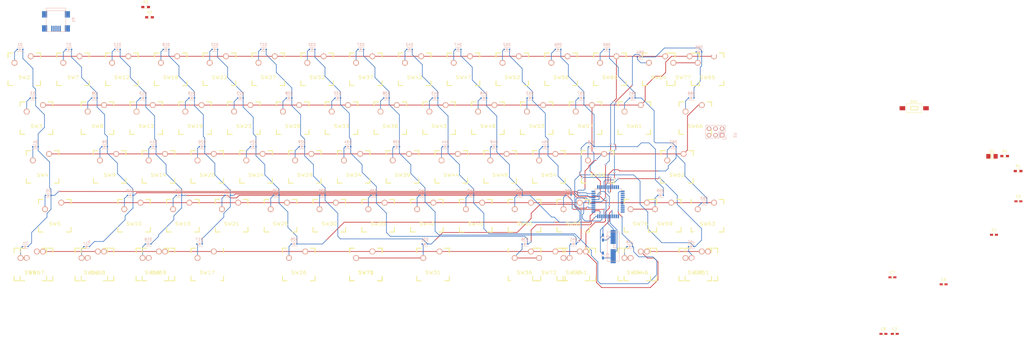
<source format=kicad_pcb>
(kicad_pcb (version 4) (host pcbnew 4.0.4-stable)

  (general
    (links 265)
    (no_connects 44)
    (area 16.943279 50.175 418.440002 167.05)
    (thickness 1.6)
    (drawings 0)
    (tracks 802)
    (zones 0)
    (modules 159)
    (nets 107)
  )

  (page A4)
  (layers
    (0 F.Cu signal)
    (31 B.Cu signal)
    (32 B.Adhes user)
    (33 F.Adhes user)
    (34 B.Paste user)
    (35 F.Paste user)
    (36 B.SilkS user)
    (37 F.SilkS user)
    (38 B.Mask user)
    (39 F.Mask user)
    (40 Dwgs.User user)
    (41 Cmts.User user)
    (42 Eco1.User user)
    (43 Eco2.User user)
    (44 Edge.Cuts user)
    (45 Margin user)
    (46 B.CrtYd user)
    (47 F.CrtYd user)
    (48 B.Fab user)
    (49 F.Fab user)
  )

  (setup
    (last_trace_width 0.25)
    (trace_clearance 0.2)
    (zone_clearance 0.508)
    (zone_45_only yes)
    (trace_min 0.2)
    (segment_width 0.2)
    (edge_width 0.15)
    (via_size 0.6)
    (via_drill 0.4)
    (via_min_size 0.4)
    (via_min_drill 0.3)
    (uvia_size 0.3)
    (uvia_drill 0.1)
    (uvias_allowed no)
    (uvia_min_size 0.2)
    (uvia_min_drill 0.1)
    (pcb_text_width 0.3)
    (pcb_text_size 1.5 1.5)
    (mod_edge_width 0.15)
    (mod_text_size 1 1)
    (mod_text_width 0.15)
    (pad_size 1.524 1.524)
    (pad_drill 0.762)
    (pad_to_mask_clearance 0.2)
    (aux_axis_origin 0 0)
    (visible_elements FFFFFF7F)
    (pcbplotparams
      (layerselection 0x00030_80000001)
      (usegerberextensions false)
      (excludeedgelayer true)
      (linewidth 0.100000)
      (plotframeref false)
      (viasonmask false)
      (mode 1)
      (useauxorigin false)
      (hpglpennumber 1)
      (hpglpenspeed 20)
      (hpglpendiameter 15)
      (hpglpenoverlay 2)
      (psnegative false)
      (psa4output false)
      (plotreference true)
      (plotvalue true)
      (plotinvisibletext false)
      (padsonsilk false)
      (subtractmaskfromsilk false)
      (outputformat 1)
      (mirror false)
      (drillshape 1)
      (scaleselection 1)
      (outputdirectory ""))
  )

  (net 0 "")
  (net 1 "Net-(C1-Pad1)")
  (net 2 GND)
  (net 3 "Net-(C2-Pad2)")
  (net 4 "Net-(C3-Pad1)")
  (net 5 "Net-(C7-Pad1)")
  (net 6 "Net-(C7-Pad2)")
  (net 7 "Net-(C8-Pad1)")
  (net 8 "Net-(D1-Pad2)")
  (net 9 /COL1)
  (net 10 "Net-(D2-Pad2)")
  (net 11 "Net-(D3-Pad2)")
  (net 12 "Net-(D4-Pad2)")
  (net 13 "Net-(D5-Pad2)")
  (net 14 "Net-(D6-Pad2)")
  (net 15 /COL2)
  (net 16 "Net-(D7-Pad2)")
  (net 17 "Net-(D8-Pad2)")
  (net 18 "Net-(D9-Pad2)")
  (net 19 "Net-(D10-Pad2)")
  (net 20 "Net-(D11-Pad2)")
  (net 21 /COL3)
  (net 22 "Net-(D12-Pad2)")
  (net 23 "Net-(D13-Pad2)")
  (net 24 "Net-(D14-Pad2)")
  (net 25 "Net-(D15-Pad2)")
  (net 26 "Net-(D16-Pad2)")
  (net 27 /COL4)
  (net 28 "Net-(D17-Pad2)")
  (net 29 "Net-(D18-Pad2)")
  (net 30 "Net-(D19-Pad2)")
  (net 31 "Net-(D20-Pad2)")
  (net 32 "Net-(D21-Pad2)")
  (net 33 /COL5)
  (net 34 "Net-(D22-Pad2)")
  (net 35 "Net-(D23-Pad2)")
  (net 36 "Net-(D24-Pad2)")
  (net 37 "Net-(D25-Pad2)")
  (net 38 "Net-(D26-Pad2)")
  (net 39 /COL6)
  (net 40 "Net-(D27-Pad2)")
  (net 41 "Net-(D28-Pad2)")
  (net 42 "Net-(D29-Pad2)")
  (net 43 "Net-(D30-Pad2)")
  (net 44 "Net-(D31-Pad2)")
  (net 45 /COL7)
  (net 46 "Net-(D32-Pad2)")
  (net 47 "Net-(D33-Pad2)")
  (net 48 "Net-(D34-Pad2)")
  (net 49 "Net-(D35-Pad2)")
  (net 50 "Net-(D36-Pad2)")
  (net 51 /COL8)
  (net 52 "Net-(D37-Pad2)")
  (net 53 "Net-(D38-Pad2)")
  (net 54 "Net-(D39-Pad2)")
  (net 55 "Net-(D40-Pad2)")
  (net 56 "Net-(D41-Pad2)")
  (net 57 /COL9)
  (net 58 "Net-(D42-Pad2)")
  (net 59 "Net-(D43-Pad2)")
  (net 60 "Net-(D44-Pad2)")
  (net 61 "Net-(D45-Pad2)")
  (net 62 "Net-(D46-Pad2)")
  (net 63 /COL10)
  (net 64 "Net-(D47-Pad2)")
  (net 65 "Net-(D48-Pad2)")
  (net 66 "Net-(D49-Pad2)")
  (net 67 "Net-(D50-Pad2)")
  (net 68 "Net-(D51-Pad2)")
  (net 69 /COL11)
  (net 70 "Net-(D52-Pad2)")
  (net 71 "Net-(D53-Pad2)")
  (net 72 "Net-(D54-Pad2)")
  (net 73 "Net-(D55-Pad2)")
  (net 74 /COL12)
  (net 75 "Net-(D56-Pad2)")
  (net 76 "Net-(D57-Pad2)")
  (net 77 "Net-(D58-Pad2)")
  (net 78 "Net-(D59-Pad2)")
  (net 79 "Net-(D60-Pad2)")
  (net 80 /COL13)
  (net 81 "Net-(D61-Pad2)")
  (net 82 "Net-(D62-Pad2)")
  (net 83 "Net-(D63-Pad2)")
  (net 84 /COL14)
  (net 85 "Net-(D64-Pad2)")
  (net 86 "Net-(D65-Pad2)")
  (net 87 "Net-(D66-Pad2)")
  (net 88 "Net-(P1-Pad2)")
  (net 89 "Net-(P1-Pad3)")
  (net 90 "Net-(P1-Pad4)")
  (net 91 "Net-(P1-Pad6)")
  (net 92 "Net-(R1-Pad1)")
  (net 93 "Net-(R2-Pad1)")
  (net 94 "Net-(R3-Pad1)")
  (net 95 "Net-(R4-Pad2)")
  (net 96 /ROW1)
  (net 97 /ROW2)
  (net 98 /ROW3)
  (net 99 /ROW4)
  (net 100 /ROW5)
  (net 101 "Net-(U1-Pad8)")
  (net 102 "Net-(U1-Pad9)")
  (net 103 "Net-(U1-Pad10)")
  (net 104 "Net-(U1-Pad11)")
  (net 105 "Net-(U1-Pad36)")
  (net 106 "Net-(U1-Pad42)")

  (net_class Default "This is the default net class."
    (clearance 0.2)
    (trace_width 0.25)
    (via_dia 0.6)
    (via_drill 0.4)
    (uvia_dia 0.3)
    (uvia_drill 0.1)
    (add_net /COL1)
    (add_net /COL10)
    (add_net /COL11)
    (add_net /COL12)
    (add_net /COL13)
    (add_net /COL14)
    (add_net /COL2)
    (add_net /COL3)
    (add_net /COL4)
    (add_net /COL5)
    (add_net /COL6)
    (add_net /COL7)
    (add_net /COL8)
    (add_net /COL9)
    (add_net /ROW1)
    (add_net /ROW2)
    (add_net /ROW3)
    (add_net /ROW4)
    (add_net /ROW5)
    (add_net GND)
    (add_net "Net-(C1-Pad1)")
    (add_net "Net-(C2-Pad2)")
    (add_net "Net-(C3-Pad1)")
    (add_net "Net-(C7-Pad1)")
    (add_net "Net-(C7-Pad2)")
    (add_net "Net-(C8-Pad1)")
    (add_net "Net-(D1-Pad2)")
    (add_net "Net-(D10-Pad2)")
    (add_net "Net-(D11-Pad2)")
    (add_net "Net-(D12-Pad2)")
    (add_net "Net-(D13-Pad2)")
    (add_net "Net-(D14-Pad2)")
    (add_net "Net-(D15-Pad2)")
    (add_net "Net-(D16-Pad2)")
    (add_net "Net-(D17-Pad2)")
    (add_net "Net-(D18-Pad2)")
    (add_net "Net-(D19-Pad2)")
    (add_net "Net-(D2-Pad2)")
    (add_net "Net-(D20-Pad2)")
    (add_net "Net-(D21-Pad2)")
    (add_net "Net-(D22-Pad2)")
    (add_net "Net-(D23-Pad2)")
    (add_net "Net-(D24-Pad2)")
    (add_net "Net-(D25-Pad2)")
    (add_net "Net-(D26-Pad2)")
    (add_net "Net-(D27-Pad2)")
    (add_net "Net-(D28-Pad2)")
    (add_net "Net-(D29-Pad2)")
    (add_net "Net-(D3-Pad2)")
    (add_net "Net-(D30-Pad2)")
    (add_net "Net-(D31-Pad2)")
    (add_net "Net-(D32-Pad2)")
    (add_net "Net-(D33-Pad2)")
    (add_net "Net-(D34-Pad2)")
    (add_net "Net-(D35-Pad2)")
    (add_net "Net-(D36-Pad2)")
    (add_net "Net-(D37-Pad2)")
    (add_net "Net-(D38-Pad2)")
    (add_net "Net-(D39-Pad2)")
    (add_net "Net-(D4-Pad2)")
    (add_net "Net-(D40-Pad2)")
    (add_net "Net-(D41-Pad2)")
    (add_net "Net-(D42-Pad2)")
    (add_net "Net-(D43-Pad2)")
    (add_net "Net-(D44-Pad2)")
    (add_net "Net-(D45-Pad2)")
    (add_net "Net-(D46-Pad2)")
    (add_net "Net-(D47-Pad2)")
    (add_net "Net-(D48-Pad2)")
    (add_net "Net-(D49-Pad2)")
    (add_net "Net-(D5-Pad2)")
    (add_net "Net-(D50-Pad2)")
    (add_net "Net-(D51-Pad2)")
    (add_net "Net-(D52-Pad2)")
    (add_net "Net-(D53-Pad2)")
    (add_net "Net-(D54-Pad2)")
    (add_net "Net-(D55-Pad2)")
    (add_net "Net-(D56-Pad2)")
    (add_net "Net-(D57-Pad2)")
    (add_net "Net-(D58-Pad2)")
    (add_net "Net-(D59-Pad2)")
    (add_net "Net-(D6-Pad2)")
    (add_net "Net-(D60-Pad2)")
    (add_net "Net-(D61-Pad2)")
    (add_net "Net-(D62-Pad2)")
    (add_net "Net-(D63-Pad2)")
    (add_net "Net-(D64-Pad2)")
    (add_net "Net-(D65-Pad2)")
    (add_net "Net-(D66-Pad2)")
    (add_net "Net-(D7-Pad2)")
    (add_net "Net-(D8-Pad2)")
    (add_net "Net-(D9-Pad2)")
    (add_net "Net-(P1-Pad2)")
    (add_net "Net-(P1-Pad3)")
    (add_net "Net-(P1-Pad4)")
    (add_net "Net-(P1-Pad6)")
    (add_net "Net-(R1-Pad1)")
    (add_net "Net-(R2-Pad1)")
    (add_net "Net-(R3-Pad1)")
    (add_net "Net-(R4-Pad2)")
    (add_net "Net-(U1-Pad10)")
    (add_net "Net-(U1-Pad11)")
    (add_net "Net-(U1-Pad36)")
    (add_net "Net-(U1-Pad42)")
    (add_net "Net-(U1-Pad8)")
    (add_net "Net-(U1-Pad9)")
  )

  (module Keyboard:CHERRY_PCB_100H (layer F.Cu) (tedit 549A0505) (tstamp 5794728F)
    (at 174.256 98.9)
    (path /576E6FE7)
    (fp_text reference SW39 (at 0 3.175) (layer F.SilkS)
      (effects (font (size 1.27 1.524) (thickness 0.2032)))
    )
    (fp_text value SW_J (at 0 5.08) (layer F.SilkS) hide
      (effects (font (size 1.27 1.524) (thickness 0.2032)))
    )
    (fp_text user 1.00u (at -5.715 8.255) (layer Dwgs.User)
      (effects (font (thickness 0.3048)))
    )
    (fp_line (start -6.35 -6.35) (end 6.35 -6.35) (layer Cmts.User) (width 0.1524))
    (fp_line (start 6.35 -6.35) (end 6.35 6.35) (layer Cmts.User) (width 0.1524))
    (fp_line (start 6.35 6.35) (end -6.35 6.35) (layer Cmts.User) (width 0.1524))
    (fp_line (start -6.35 6.35) (end -6.35 -6.35) (layer Cmts.User) (width 0.1524))
    (fp_line (start -9.398 -9.398) (end 9.398 -9.398) (layer Dwgs.User) (width 0.1524))
    (fp_line (start 9.398 -9.398) (end 9.398 9.398) (layer Dwgs.User) (width 0.1524))
    (fp_line (start 9.398 9.398) (end -9.398 9.398) (layer Dwgs.User) (width 0.1524))
    (fp_line (start -9.398 9.398) (end -9.398 -9.398) (layer Dwgs.User) (width 0.1524))
    (fp_line (start -6.35 -6.35) (end -4.572 -6.35) (layer F.SilkS) (width 0.381))
    (fp_line (start 4.572 -6.35) (end 6.35 -6.35) (layer F.SilkS) (width 0.381))
    (fp_line (start 6.35 -6.35) (end 6.35 -4.572) (layer F.SilkS) (width 0.381))
    (fp_line (start 6.35 4.572) (end 6.35 6.35) (layer F.SilkS) (width 0.381))
    (fp_line (start 6.35 6.35) (end 4.572 6.35) (layer F.SilkS) (width 0.381))
    (fp_line (start -4.572 6.35) (end -6.35 6.35) (layer F.SilkS) (width 0.381))
    (fp_line (start -6.35 6.35) (end -6.35 4.572) (layer F.SilkS) (width 0.381))
    (fp_line (start -6.35 -4.572) (end -6.35 -6.35) (layer F.SilkS) (width 0.381))
    (fp_line (start -6.985 -6.985) (end 6.985 -6.985) (layer Eco2.User) (width 0.1524))
    (fp_line (start 6.985 -6.985) (end 6.985 6.985) (layer Eco2.User) (width 0.1524))
    (fp_line (start 6.985 6.985) (end -6.985 6.985) (layer Eco2.User) (width 0.1524))
    (fp_line (start -6.985 6.985) (end -6.985 -6.985) (layer Eco2.User) (width 0.1524))
    (pad 1 thru_hole circle (at 2.54 -5.08) (size 2.286 2.286) (drill 1.4986) (layers *.Cu *.SilkS *.Mask)
      (net 98 /ROW3))
    (pad 2 thru_hole circle (at -3.81 -2.54) (size 2.286 2.286) (drill 1.4986) (layers *.Cu *.SilkS *.Mask)
      (net 54 "Net-(D39-Pad2)"))
    (pad HOLE np_thru_hole circle (at 0 0) (size 3.9878 3.9878) (drill 3.9878) (layers *.Cu))
    (pad HOLE np_thru_hole circle (at -5.08 0) (size 1.7018 1.7018) (drill 1.7018) (layers *.Cu))
    (pad HOLE np_thru_hole circle (at 5.08 0) (size 1.7018 1.7018) (drill 1.7018) (layers *.Cu))
  )

  (module Capacitors_SMD:C_0603_HandSoldering (layer B.Cu) (tedit 541A9B4D) (tstamp 57946F4A)
    (at 252.5 126.5 90)
    (descr "Capacitor SMD 0603, hand soldering")
    (tags "capacitor 0603")
    (path /576E0FA4)
    (attr smd)
    (fp_text reference C1 (at 0 1.9 90) (layer B.SilkS)
      (effects (font (size 1 1) (thickness 0.15)) (justify mirror))
    )
    (fp_text value 10pF (at 0 -1.9 90) (layer B.Fab)
      (effects (font (size 1 1) (thickness 0.15)) (justify mirror))
    )
    (fp_line (start -1.85 0.75) (end 1.85 0.75) (layer B.CrtYd) (width 0.05))
    (fp_line (start -1.85 -0.75) (end 1.85 -0.75) (layer B.CrtYd) (width 0.05))
    (fp_line (start -1.85 0.75) (end -1.85 -0.75) (layer B.CrtYd) (width 0.05))
    (fp_line (start 1.85 0.75) (end 1.85 -0.75) (layer B.CrtYd) (width 0.05))
    (fp_line (start -0.35 0.6) (end 0.35 0.6) (layer B.SilkS) (width 0.15))
    (fp_line (start 0.35 -0.6) (end -0.35 -0.6) (layer B.SilkS) (width 0.15))
    (pad 1 smd rect (at -0.95 0 90) (size 1.2 0.75) (layers B.Cu B.Paste B.Mask)
      (net 1 "Net-(C1-Pad1)"))
    (pad 2 smd rect (at 0.95 0 90) (size 1.2 0.75) (layers B.Cu B.Paste B.Mask)
      (net 2 GND))
    (model Capacitors_SMD.3dshapes/C_0603_HandSoldering.wrl
      (at (xyz 0 0 0))
      (scale (xyz 1 1 1))
      (rotate (xyz 0 0 0))
    )
  )

  (module Capacitors_SMD:C_0603_HandSoldering (layer F.Cu) (tedit 541A9B4D) (tstamp 57946F50)
    (at 366.415001 164.075)
    (descr "Capacitor SMD 0603, hand soldering")
    (tags "capacitor 0603")
    (path /576E0FBA)
    (attr smd)
    (fp_text reference C2 (at 0 -1.9) (layer F.SilkS)
      (effects (font (size 1 1) (thickness 0.15)))
    )
    (fp_text value 1uF (at 0 1.9) (layer F.Fab)
      (effects (font (size 1 1) (thickness 0.15)))
    )
    (fp_line (start -1.85 -0.75) (end 1.85 -0.75) (layer F.CrtYd) (width 0.05))
    (fp_line (start -1.85 0.75) (end 1.85 0.75) (layer F.CrtYd) (width 0.05))
    (fp_line (start -1.85 -0.75) (end -1.85 0.75) (layer F.CrtYd) (width 0.05))
    (fp_line (start 1.85 -0.75) (end 1.85 0.75) (layer F.CrtYd) (width 0.05))
    (fp_line (start -0.35 -0.6) (end 0.35 -0.6) (layer F.SilkS) (width 0.15))
    (fp_line (start 0.35 0.6) (end -0.35 0.6) (layer F.SilkS) (width 0.15))
    (pad 1 smd rect (at -0.95 0) (size 1.2 0.75) (layers F.Cu F.Paste F.Mask)
      (net 2 GND))
    (pad 2 smd rect (at 0.95 0) (size 1.2 0.75) (layers F.Cu F.Paste F.Mask)
      (net 3 "Net-(C2-Pad2)"))
    (model Capacitors_SMD.3dshapes/C_0603_HandSoldering.wrl
      (at (xyz 0 0 0))
      (scale (xyz 1 1 1))
      (rotate (xyz 0 0 0))
    )
  )

  (module Capacitors_SMD:C_0603_HandSoldering (layer B.Cu) (tedit 541A9B4D) (tstamp 57946F56)
    (at 252.5 133.5 90)
    (descr "Capacitor SMD 0603, hand soldering")
    (tags "capacitor 0603")
    (path /576E0FA5)
    (attr smd)
    (fp_text reference C3 (at 0 1.9 90) (layer B.SilkS)
      (effects (font (size 1 1) (thickness 0.15)) (justify mirror))
    )
    (fp_text value 10pF (at 0 -1.9 90) (layer B.Fab)
      (effects (font (size 1 1) (thickness 0.15)) (justify mirror))
    )
    (fp_line (start -1.85 0.75) (end 1.85 0.75) (layer B.CrtYd) (width 0.05))
    (fp_line (start -1.85 -0.75) (end 1.85 -0.75) (layer B.CrtYd) (width 0.05))
    (fp_line (start -1.85 0.75) (end -1.85 -0.75) (layer B.CrtYd) (width 0.05))
    (fp_line (start 1.85 0.75) (end 1.85 -0.75) (layer B.CrtYd) (width 0.05))
    (fp_line (start -0.35 0.6) (end 0.35 0.6) (layer B.SilkS) (width 0.15))
    (fp_line (start 0.35 -0.6) (end -0.35 -0.6) (layer B.SilkS) (width 0.15))
    (pad 1 smd rect (at -0.95 0 90) (size 1.2 0.75) (layers B.Cu B.Paste B.Mask)
      (net 4 "Net-(C3-Pad1)"))
    (pad 2 smd rect (at 0.95 0 90) (size 1.2 0.75) (layers B.Cu B.Paste B.Mask)
      (net 2 GND))
    (model Capacitors_SMD.3dshapes/C_0603_HandSoldering.wrl
      (at (xyz 0 0 0))
      (scale (xyz 1 1 1))
      (rotate (xyz 0 0 0))
    )
  )

  (module Capacitors_SMD:C_0603_HandSoldering (layer F.Cu) (tedit 541A9B4D) (tstamp 57946F5C)
    (at 405.146428 125.395)
    (descr "Capacitor SMD 0603, hand soldering")
    (tags "capacitor 0603")
    (path /576E0FB8)
    (attr smd)
    (fp_text reference C4 (at 0 -1.9) (layer F.SilkS)
      (effects (font (size 1 1) (thickness 0.15)))
    )
    (fp_text value 0.1uF (at 0 1.9) (layer F.Fab)
      (effects (font (size 1 1) (thickness 0.15)))
    )
    (fp_line (start -1.85 -0.75) (end 1.85 -0.75) (layer F.CrtYd) (width 0.05))
    (fp_line (start -1.85 0.75) (end 1.85 0.75) (layer F.CrtYd) (width 0.05))
    (fp_line (start -1.85 -0.75) (end -1.85 0.75) (layer F.CrtYd) (width 0.05))
    (fp_line (start 1.85 -0.75) (end 1.85 0.75) (layer F.CrtYd) (width 0.05))
    (fp_line (start -0.35 -0.6) (end 0.35 -0.6) (layer F.SilkS) (width 0.15))
    (fp_line (start 0.35 0.6) (end -0.35 0.6) (layer F.SilkS) (width 0.15))
    (pad 1 smd rect (at -0.95 0) (size 1.2 0.75) (layers F.Cu F.Paste F.Mask)
      (net 3 "Net-(C2-Pad2)"))
    (pad 2 smd rect (at 0.95 0) (size 1.2 0.75) (layers F.Cu F.Paste F.Mask)
      (net 2 GND))
    (model Capacitors_SMD.3dshapes/C_0603_HandSoldering.wrl
      (at (xyz 0 0 0))
      (scale (xyz 1 1 1))
      (rotate (xyz 0 0 0))
    )
  )

  (module Capacitors_SMD:C_0603_HandSoldering (layer F.Cu) (tedit 541A9B4D) (tstamp 57946F62)
    (at 414.686428 112.325)
    (descr "Capacitor SMD 0603, hand soldering")
    (tags "capacitor 0603")
    (path /576E0FB2)
    (attr smd)
    (fp_text reference C5 (at 0 -1.9) (layer F.SilkS)
      (effects (font (size 1 1) (thickness 0.15)))
    )
    (fp_text value 0.1uF (at 0 1.9) (layer F.Fab)
      (effects (font (size 1 1) (thickness 0.15)))
    )
    (fp_line (start -1.85 -0.75) (end 1.85 -0.75) (layer F.CrtYd) (width 0.05))
    (fp_line (start -1.85 0.75) (end 1.85 0.75) (layer F.CrtYd) (width 0.05))
    (fp_line (start -1.85 -0.75) (end -1.85 0.75) (layer F.CrtYd) (width 0.05))
    (fp_line (start 1.85 -0.75) (end 1.85 0.75) (layer F.CrtYd) (width 0.05))
    (fp_line (start -0.35 -0.6) (end 0.35 -0.6) (layer F.SilkS) (width 0.15))
    (fp_line (start 0.35 0.6) (end -0.35 0.6) (layer F.SilkS) (width 0.15))
    (pad 1 smd rect (at -0.95 0) (size 1.2 0.75) (layers F.Cu F.Paste F.Mask)
      (net 3 "Net-(C2-Pad2)"))
    (pad 2 smd rect (at 0.95 0) (size 1.2 0.75) (layers F.Cu F.Paste F.Mask)
      (net 2 GND))
    (model Capacitors_SMD.3dshapes/C_0603_HandSoldering.wrl
      (at (xyz 0 0 0))
      (scale (xyz 1 1 1))
      (rotate (xyz 0 0 0))
    )
  )

  (module Capacitors_SMD:C_0603_HandSoldering (layer F.Cu) (tedit 541A9B4D) (tstamp 57946F68)
    (at 385.486428 144.735)
    (descr "Capacitor SMD 0603, hand soldering")
    (tags "capacitor 0603")
    (path /576E0FB7)
    (attr smd)
    (fp_text reference C6 (at 0 -1.9) (layer F.SilkS)
      (effects (font (size 1 1) (thickness 0.15)))
    )
    (fp_text value 0.1uF (at 0 1.9) (layer F.Fab)
      (effects (font (size 1 1) (thickness 0.15)))
    )
    (fp_line (start -1.85 -0.75) (end 1.85 -0.75) (layer F.CrtYd) (width 0.05))
    (fp_line (start -1.85 0.75) (end 1.85 0.75) (layer F.CrtYd) (width 0.05))
    (fp_line (start -1.85 -0.75) (end -1.85 0.75) (layer F.CrtYd) (width 0.05))
    (fp_line (start 1.85 -0.75) (end 1.85 0.75) (layer F.CrtYd) (width 0.05))
    (fp_line (start -0.35 -0.6) (end 0.35 -0.6) (layer F.SilkS) (width 0.15))
    (fp_line (start 0.35 0.6) (end -0.35 0.6) (layer F.SilkS) (width 0.15))
    (pad 1 smd rect (at -0.95 0) (size 1.2 0.75) (layers F.Cu F.Paste F.Mask)
      (net 3 "Net-(C2-Pad2)"))
    (pad 2 smd rect (at 0.95 0) (size 1.2 0.75) (layers F.Cu F.Paste F.Mask)
      (net 2 GND))
    (model Capacitors_SMD.3dshapes/C_0603_HandSoldering.wrl
      (at (xyz 0 0 0))
      (scale (xyz 1 1 1))
      (rotate (xyz 0 0 0))
    )
  )

  (module Capacitors_SMD:C_0603_HandSoldering (layer F.Cu) (tedit 541A9B4D) (tstamp 57946F6E)
    (at 365.5 142)
    (descr "Capacitor SMD 0603, hand soldering")
    (tags "capacitor 0603")
    (path /576E0FAB)
    (attr smd)
    (fp_text reference C7 (at 0 -1.9) (layer F.SilkS)
      (effects (font (size 1 1) (thickness 0.15)))
    )
    (fp_text value 1uF (at 0 1.9) (layer F.Fab)
      (effects (font (size 1 1) (thickness 0.15)))
    )
    (fp_line (start -1.85 -0.75) (end 1.85 -0.75) (layer F.CrtYd) (width 0.05))
    (fp_line (start -1.85 0.75) (end 1.85 0.75) (layer F.CrtYd) (width 0.05))
    (fp_line (start -1.85 -0.75) (end -1.85 0.75) (layer F.CrtYd) (width 0.05))
    (fp_line (start 1.85 -0.75) (end 1.85 0.75) (layer F.CrtYd) (width 0.05))
    (fp_line (start -0.35 -0.6) (end 0.35 -0.6) (layer F.SilkS) (width 0.15))
    (fp_line (start 0.35 0.6) (end -0.35 0.6) (layer F.SilkS) (width 0.15))
    (pad 1 smd rect (at -0.95 0) (size 1.2 0.75) (layers F.Cu F.Paste F.Mask)
      (net 5 "Net-(C7-Pad1)"))
    (pad 2 smd rect (at 0.95 0) (size 1.2 0.75) (layers F.Cu F.Paste F.Mask)
      (net 6 "Net-(C7-Pad2)"))
    (model Capacitors_SMD.3dshapes/C_0603_HandSoldering.wrl
      (at (xyz 0 0 0))
      (scale (xyz 1 1 1))
      (rotate (xyz 0 0 0))
    )
  )

  (module Capacitors_SMD:C_0603_HandSoldering (layer F.Cu) (tedit 541A9B4D) (tstamp 57946F74)
    (at 361.996428 164.075)
    (descr "Capacitor SMD 0603, hand soldering")
    (tags "capacitor 0603")
    (path /576E0FB6)
    (attr smd)
    (fp_text reference C8 (at 0 -1.9) (layer F.SilkS)
      (effects (font (size 1 1) (thickness 0.15)))
    )
    (fp_text value 0.1uF (at 0 1.9) (layer F.Fab)
      (effects (font (size 1 1) (thickness 0.15)))
    )
    (fp_line (start -1.85 -0.75) (end 1.85 -0.75) (layer F.CrtYd) (width 0.05))
    (fp_line (start -1.85 0.75) (end 1.85 0.75) (layer F.CrtYd) (width 0.05))
    (fp_line (start -1.85 -0.75) (end -1.85 0.75) (layer F.CrtYd) (width 0.05))
    (fp_line (start 1.85 -0.75) (end 1.85 0.75) (layer F.CrtYd) (width 0.05))
    (fp_line (start -0.35 -0.6) (end 0.35 -0.6) (layer F.SilkS) (width 0.15))
    (fp_line (start 0.35 0.6) (end -0.35 0.6) (layer F.SilkS) (width 0.15))
    (pad 1 smd rect (at -0.95 0) (size 1.2 0.75) (layers F.Cu F.Paste F.Mask)
      (net 7 "Net-(C8-Pad1)"))
    (pad 2 smd rect (at 0.95 0) (size 1.2 0.75) (layers F.Cu F.Paste F.Mask)
      (net 2 GND))
    (model Capacitors_SMD.3dshapes/C_0603_HandSoldering.wrl
      (at (xyz 0 0 0))
      (scale (xyz 1 1 1))
      (rotate (xyz 0 0 0))
    )
  )

  (module LEDs:LED_1206 (layer F.Cu) (tedit 55BDE2E8) (tstamp 57946F7A)
    (at 404.365001 94.775)
    (descr "LED 1206 smd package")
    (tags "LED1206 SMD")
    (path /576E0FB0)
    (attr smd)
    (fp_text reference D1 (at 0 -2) (layer F.SilkS)
      (effects (font (size 1 1) (thickness 0.15)))
    )
    (fp_text value LED (at 0 2) (layer F.Fab)
      (effects (font (size 1 1) (thickness 0.15)))
    )
    (fp_line (start -2.15 1.05) (end 1.45 1.05) (layer F.SilkS) (width 0.15))
    (fp_line (start -2.15 -1.05) (end 1.45 -1.05) (layer F.SilkS) (width 0.15))
    (fp_line (start -0.1 -0.3) (end -0.1 0.3) (layer F.SilkS) (width 0.15))
    (fp_line (start -0.1 0.3) (end -0.4 0) (layer F.SilkS) (width 0.15))
    (fp_line (start -0.4 0) (end -0.2 -0.2) (layer F.SilkS) (width 0.15))
    (fp_line (start -0.2 -0.2) (end -0.2 0.05) (layer F.SilkS) (width 0.15))
    (fp_line (start -0.2 0.05) (end -0.25 0) (layer F.SilkS) (width 0.15))
    (fp_line (start -0.5 -0.5) (end -0.5 0.5) (layer F.SilkS) (width 0.15))
    (fp_line (start 0 0) (end 0.5 0) (layer F.SilkS) (width 0.15))
    (fp_line (start -0.5 0) (end 0 -0.5) (layer F.SilkS) (width 0.15))
    (fp_line (start 0 -0.5) (end 0 0.5) (layer F.SilkS) (width 0.15))
    (fp_line (start 0 0.5) (end -0.5 0) (layer F.SilkS) (width 0.15))
    (fp_line (start 2.5 -1.25) (end -2.5 -1.25) (layer F.CrtYd) (width 0.05))
    (fp_line (start -2.5 -1.25) (end -2.5 1.25) (layer F.CrtYd) (width 0.05))
    (fp_line (start -2.5 1.25) (end 2.5 1.25) (layer F.CrtYd) (width 0.05))
    (fp_line (start 2.5 1.25) (end 2.5 -1.25) (layer F.CrtYd) (width 0.05))
    (pad 2 smd rect (at 1.41986 0 180) (size 1.59766 1.80086) (layers F.Cu F.Paste F.Mask)
      (net 8 "Net-(D1-Pad2)"))
    (pad 1 smd rect (at -1.41986 0 180) (size 1.59766 1.80086) (layers F.Cu F.Paste F.Mask)
      (net 2 GND))
    (model LEDs.3dshapes/LED_1206.wrl
      (at (xyz 0 0 0))
      (scale (xyz 1 1 1))
      (rotate (xyz 0 0 180))
    )
  )

  (module Diodes_SMD:SOD-323 (layer B.Cu) (tedit 5530FC5E) (tstamp 57946F80)
    (at 25 53 180)
    (descr SOD-323)
    (tags SOD-323)
    (path /576E2923)
    (attr smd)
    (fp_text reference D2 (at 0 1.85 180) (layer B.SilkS)
      (effects (font (size 1 1) (thickness 0.15)) (justify mirror))
    )
    (fp_text value D (at 0.1 -1.9 180) (layer B.Fab)
      (effects (font (size 1 1) (thickness 0.15)) (justify mirror))
    )
    (fp_line (start 0.25 0) (end 0.5 0) (layer B.SilkS) (width 0.15))
    (fp_line (start -0.25 0) (end -0.5 0) (layer B.SilkS) (width 0.15))
    (fp_line (start -0.25 0) (end 0.25 0.35) (layer B.SilkS) (width 0.15))
    (fp_line (start 0.25 0.35) (end 0.25 -0.35) (layer B.SilkS) (width 0.15))
    (fp_line (start 0.25 -0.35) (end -0.25 0) (layer B.SilkS) (width 0.15))
    (fp_line (start -0.25 0.35) (end -0.25 -0.35) (layer B.SilkS) (width 0.15))
    (fp_line (start -1.5 0.95) (end 1.5 0.95) (layer B.CrtYd) (width 0.05))
    (fp_line (start 1.5 0.95) (end 1.5 -0.95) (layer B.CrtYd) (width 0.05))
    (fp_line (start -1.5 -0.95) (end 1.5 -0.95) (layer B.CrtYd) (width 0.05))
    (fp_line (start -1.5 0.95) (end -1.5 -0.95) (layer B.CrtYd) (width 0.05))
    (fp_line (start -1.3 -0.8) (end 1.1 -0.8) (layer B.SilkS) (width 0.15))
    (fp_line (start -1.3 0.8) (end 1.1 0.8) (layer B.SilkS) (width 0.15))
    (pad 1 smd rect (at -1.055 0 180) (size 0.59 0.45) (layers B.Cu B.Paste B.Mask)
      (net 9 /COL1))
    (pad 2 smd rect (at 1.055 0 180) (size 0.59 0.45) (layers B.Cu B.Paste B.Mask)
      (net 10 "Net-(D2-Pad2)"))
    (model Diodes_SMD.3dshapes/SOD-323.wrl
      (at (xyz 0 0 0))
      (scale (xyz 1 1 1))
      (rotate (xyz 0 0 180))
    )
  )

  (module Diodes_SMD:SOD-323 (layer B.Cu) (tedit 5530FC5E) (tstamp 57946F86)
    (at 30 72 180)
    (descr SOD-323)
    (tags SOD-323)
    (path /576E3D28)
    (attr smd)
    (fp_text reference D3 (at 0 1.85 180) (layer B.SilkS)
      (effects (font (size 1 1) (thickness 0.15)) (justify mirror))
    )
    (fp_text value D (at 0.1 -1.9 180) (layer B.Fab)
      (effects (font (size 1 1) (thickness 0.15)) (justify mirror))
    )
    (fp_line (start 0.25 0) (end 0.5 0) (layer B.SilkS) (width 0.15))
    (fp_line (start -0.25 0) (end -0.5 0) (layer B.SilkS) (width 0.15))
    (fp_line (start -0.25 0) (end 0.25 0.35) (layer B.SilkS) (width 0.15))
    (fp_line (start 0.25 0.35) (end 0.25 -0.35) (layer B.SilkS) (width 0.15))
    (fp_line (start 0.25 -0.35) (end -0.25 0) (layer B.SilkS) (width 0.15))
    (fp_line (start -0.25 0.35) (end -0.25 -0.35) (layer B.SilkS) (width 0.15))
    (fp_line (start -1.5 0.95) (end 1.5 0.95) (layer B.CrtYd) (width 0.05))
    (fp_line (start 1.5 0.95) (end 1.5 -0.95) (layer B.CrtYd) (width 0.05))
    (fp_line (start -1.5 -0.95) (end 1.5 -0.95) (layer B.CrtYd) (width 0.05))
    (fp_line (start -1.5 0.95) (end -1.5 -0.95) (layer B.CrtYd) (width 0.05))
    (fp_line (start -1.3 -0.8) (end 1.1 -0.8) (layer B.SilkS) (width 0.15))
    (fp_line (start -1.3 0.8) (end 1.1 0.8) (layer B.SilkS) (width 0.15))
    (pad 1 smd rect (at -1.055 0 180) (size 0.59 0.45) (layers B.Cu B.Paste B.Mask)
      (net 9 /COL1))
    (pad 2 smd rect (at 1.055 0 180) (size 0.59 0.45) (layers B.Cu B.Paste B.Mask)
      (net 11 "Net-(D3-Pad2)"))
    (model Diodes_SMD.3dshapes/SOD-323.wrl
      (at (xyz 0 0 0))
      (scale (xyz 1 1 1))
      (rotate (xyz 0 0 180))
    )
  )

  (module Diodes_SMD:SOD-323 (layer B.Cu) (tedit 5530FC5E) (tstamp 57946F8C)
    (at 31 91 180)
    (descr SOD-323)
    (tags SOD-323)
    (path /576E3FBE)
    (attr smd)
    (fp_text reference D4 (at 0 1.85 180) (layer B.SilkS)
      (effects (font (size 1 1) (thickness 0.15)) (justify mirror))
    )
    (fp_text value D (at 0.1 -1.9 180) (layer B.Fab)
      (effects (font (size 1 1) (thickness 0.15)) (justify mirror))
    )
    (fp_line (start 0.25 0) (end 0.5 0) (layer B.SilkS) (width 0.15))
    (fp_line (start -0.25 0) (end -0.5 0) (layer B.SilkS) (width 0.15))
    (fp_line (start -0.25 0) (end 0.25 0.35) (layer B.SilkS) (width 0.15))
    (fp_line (start 0.25 0.35) (end 0.25 -0.35) (layer B.SilkS) (width 0.15))
    (fp_line (start 0.25 -0.35) (end -0.25 0) (layer B.SilkS) (width 0.15))
    (fp_line (start -0.25 0.35) (end -0.25 -0.35) (layer B.SilkS) (width 0.15))
    (fp_line (start -1.5 0.95) (end 1.5 0.95) (layer B.CrtYd) (width 0.05))
    (fp_line (start 1.5 0.95) (end 1.5 -0.95) (layer B.CrtYd) (width 0.05))
    (fp_line (start -1.5 -0.95) (end 1.5 -0.95) (layer B.CrtYd) (width 0.05))
    (fp_line (start -1.5 0.95) (end -1.5 -0.95) (layer B.CrtYd) (width 0.05))
    (fp_line (start -1.3 -0.8) (end 1.1 -0.8) (layer B.SilkS) (width 0.15))
    (fp_line (start -1.3 0.8) (end 1.1 0.8) (layer B.SilkS) (width 0.15))
    (pad 1 smd rect (at -1.055 0 180) (size 0.59 0.45) (layers B.Cu B.Paste B.Mask)
      (net 9 /COL1))
    (pad 2 smd rect (at 1.055 0 180) (size 0.59 0.45) (layers B.Cu B.Paste B.Mask)
      (net 12 "Net-(D4-Pad2)"))
    (model Diodes_SMD.3dshapes/SOD-323.wrl
      (at (xyz 0 0 0))
      (scale (xyz 1 1 1))
      (rotate (xyz 0 0 180))
    )
  )

  (module Diodes_SMD:SOD-323 (layer B.Cu) (tedit 5530FC5E) (tstamp 57946F92)
    (at 36 110 180)
    (descr SOD-323)
    (tags SOD-323)
    (path /576E3FD0)
    (attr smd)
    (fp_text reference D5 (at 0 1.85 180) (layer B.SilkS)
      (effects (font (size 1 1) (thickness 0.15)) (justify mirror))
    )
    (fp_text value D (at 0.1 -1.9 180) (layer B.Fab)
      (effects (font (size 1 1) (thickness 0.15)) (justify mirror))
    )
    (fp_line (start 0.25 0) (end 0.5 0) (layer B.SilkS) (width 0.15))
    (fp_line (start -0.25 0) (end -0.5 0) (layer B.SilkS) (width 0.15))
    (fp_line (start -0.25 0) (end 0.25 0.35) (layer B.SilkS) (width 0.15))
    (fp_line (start 0.25 0.35) (end 0.25 -0.35) (layer B.SilkS) (width 0.15))
    (fp_line (start 0.25 -0.35) (end -0.25 0) (layer B.SilkS) (width 0.15))
    (fp_line (start -0.25 0.35) (end -0.25 -0.35) (layer B.SilkS) (width 0.15))
    (fp_line (start -1.5 0.95) (end 1.5 0.95) (layer B.CrtYd) (width 0.05))
    (fp_line (start 1.5 0.95) (end 1.5 -0.95) (layer B.CrtYd) (width 0.05))
    (fp_line (start -1.5 -0.95) (end 1.5 -0.95) (layer B.CrtYd) (width 0.05))
    (fp_line (start -1.5 0.95) (end -1.5 -0.95) (layer B.CrtYd) (width 0.05))
    (fp_line (start -1.3 -0.8) (end 1.1 -0.8) (layer B.SilkS) (width 0.15))
    (fp_line (start -1.3 0.8) (end 1.1 0.8) (layer B.SilkS) (width 0.15))
    (pad 1 smd rect (at -1.055 0 180) (size 0.59 0.45) (layers B.Cu B.Paste B.Mask)
      (net 9 /COL1))
    (pad 2 smd rect (at 1.055 0 180) (size 0.59 0.45) (layers B.Cu B.Paste B.Mask)
      (net 13 "Net-(D5-Pad2)"))
    (model Diodes_SMD.3dshapes/SOD-323.wrl
      (at (xyz 0 0 0))
      (scale (xyz 1 1 1))
      (rotate (xyz 0 0 180))
    )
  )

  (module Diodes_SMD:SOD-323 (layer B.Cu) (tedit 5530FC5E) (tstamp 57946F98)
    (at 27 130 180)
    (descr SOD-323)
    (tags SOD-323)
    (path /576E4624)
    (attr smd)
    (fp_text reference D6 (at 0 1.85 180) (layer B.SilkS)
      (effects (font (size 1 1) (thickness 0.15)) (justify mirror))
    )
    (fp_text value D (at 0.1 -1.9 180) (layer B.Fab)
      (effects (font (size 1 1) (thickness 0.15)) (justify mirror))
    )
    (fp_line (start 0.25 0) (end 0.5 0) (layer B.SilkS) (width 0.15))
    (fp_line (start -0.25 0) (end -0.5 0) (layer B.SilkS) (width 0.15))
    (fp_line (start -0.25 0) (end 0.25 0.35) (layer B.SilkS) (width 0.15))
    (fp_line (start 0.25 0.35) (end 0.25 -0.35) (layer B.SilkS) (width 0.15))
    (fp_line (start 0.25 -0.35) (end -0.25 0) (layer B.SilkS) (width 0.15))
    (fp_line (start -0.25 0.35) (end -0.25 -0.35) (layer B.SilkS) (width 0.15))
    (fp_line (start -1.5 0.95) (end 1.5 0.95) (layer B.CrtYd) (width 0.05))
    (fp_line (start 1.5 0.95) (end 1.5 -0.95) (layer B.CrtYd) (width 0.05))
    (fp_line (start -1.5 -0.95) (end 1.5 -0.95) (layer B.CrtYd) (width 0.05))
    (fp_line (start -1.5 0.95) (end -1.5 -0.95) (layer B.CrtYd) (width 0.05))
    (fp_line (start -1.3 -0.8) (end 1.1 -0.8) (layer B.SilkS) (width 0.15))
    (fp_line (start -1.3 0.8) (end 1.1 0.8) (layer B.SilkS) (width 0.15))
    (pad 1 smd rect (at -1.055 0 180) (size 0.59 0.45) (layers B.Cu B.Paste B.Mask)
      (net 9 /COL1))
    (pad 2 smd rect (at 1.055 0 180) (size 0.59 0.45) (layers B.Cu B.Paste B.Mask)
      (net 14 "Net-(D6-Pad2)"))
    (model Diodes_SMD.3dshapes/SOD-323.wrl
      (at (xyz 0 0 0))
      (scale (xyz 1 1 1))
      (rotate (xyz 0 0 180))
    )
  )

  (module Diodes_SMD:SOD-323 (layer B.Cu) (tedit 5530FC5E) (tstamp 57946F9E)
    (at 44 53 180)
    (descr SOD-323)
    (tags SOD-323)
    (path /576E4E86)
    (attr smd)
    (fp_text reference D7 (at 0 1.85 180) (layer B.SilkS)
      (effects (font (size 1 1) (thickness 0.15)) (justify mirror))
    )
    (fp_text value D (at 0.1 -1.9 180) (layer B.Fab)
      (effects (font (size 1 1) (thickness 0.15)) (justify mirror))
    )
    (fp_line (start 0.25 0) (end 0.5 0) (layer B.SilkS) (width 0.15))
    (fp_line (start -0.25 0) (end -0.5 0) (layer B.SilkS) (width 0.15))
    (fp_line (start -0.25 0) (end 0.25 0.35) (layer B.SilkS) (width 0.15))
    (fp_line (start 0.25 0.35) (end 0.25 -0.35) (layer B.SilkS) (width 0.15))
    (fp_line (start 0.25 -0.35) (end -0.25 0) (layer B.SilkS) (width 0.15))
    (fp_line (start -0.25 0.35) (end -0.25 -0.35) (layer B.SilkS) (width 0.15))
    (fp_line (start -1.5 0.95) (end 1.5 0.95) (layer B.CrtYd) (width 0.05))
    (fp_line (start 1.5 0.95) (end 1.5 -0.95) (layer B.CrtYd) (width 0.05))
    (fp_line (start -1.5 -0.95) (end 1.5 -0.95) (layer B.CrtYd) (width 0.05))
    (fp_line (start -1.5 0.95) (end -1.5 -0.95) (layer B.CrtYd) (width 0.05))
    (fp_line (start -1.3 -0.8) (end 1.1 -0.8) (layer B.SilkS) (width 0.15))
    (fp_line (start -1.3 0.8) (end 1.1 0.8) (layer B.SilkS) (width 0.15))
    (pad 1 smd rect (at -1.055 0 180) (size 0.59 0.45) (layers B.Cu B.Paste B.Mask)
      (net 15 /COL2))
    (pad 2 smd rect (at 1.055 0 180) (size 0.59 0.45) (layers B.Cu B.Paste B.Mask)
      (net 16 "Net-(D7-Pad2)"))
    (model Diodes_SMD.3dshapes/SOD-323.wrl
      (at (xyz 0 0 0))
      (scale (xyz 1 1 1))
      (rotate (xyz 0 0 180))
    )
  )

  (module Diodes_SMD:SOD-323 (layer B.Cu) (tedit 5530FC5E) (tstamp 57946FA4)
    (at 54 72 180)
    (descr SOD-323)
    (tags SOD-323)
    (path /576E4E98)
    (attr smd)
    (fp_text reference D8 (at 0 1.85 180) (layer B.SilkS)
      (effects (font (size 1 1) (thickness 0.15)) (justify mirror))
    )
    (fp_text value D (at 0.1 -1.9 180) (layer B.Fab)
      (effects (font (size 1 1) (thickness 0.15)) (justify mirror))
    )
    (fp_line (start 0.25 0) (end 0.5 0) (layer B.SilkS) (width 0.15))
    (fp_line (start -0.25 0) (end -0.5 0) (layer B.SilkS) (width 0.15))
    (fp_line (start -0.25 0) (end 0.25 0.35) (layer B.SilkS) (width 0.15))
    (fp_line (start 0.25 0.35) (end 0.25 -0.35) (layer B.SilkS) (width 0.15))
    (fp_line (start 0.25 -0.35) (end -0.25 0) (layer B.SilkS) (width 0.15))
    (fp_line (start -0.25 0.35) (end -0.25 -0.35) (layer B.SilkS) (width 0.15))
    (fp_line (start -1.5 0.95) (end 1.5 0.95) (layer B.CrtYd) (width 0.05))
    (fp_line (start 1.5 0.95) (end 1.5 -0.95) (layer B.CrtYd) (width 0.05))
    (fp_line (start -1.5 -0.95) (end 1.5 -0.95) (layer B.CrtYd) (width 0.05))
    (fp_line (start -1.5 0.95) (end -1.5 -0.95) (layer B.CrtYd) (width 0.05))
    (fp_line (start -1.3 -0.8) (end 1.1 -0.8) (layer B.SilkS) (width 0.15))
    (fp_line (start -1.3 0.8) (end 1.1 0.8) (layer B.SilkS) (width 0.15))
    (pad 1 smd rect (at -1.055 0 180) (size 0.59 0.45) (layers B.Cu B.Paste B.Mask)
      (net 15 /COL2))
    (pad 2 smd rect (at 1.055 0 180) (size 0.59 0.45) (layers B.Cu B.Paste B.Mask)
      (net 17 "Net-(D8-Pad2)"))
    (model Diodes_SMD.3dshapes/SOD-323.wrl
      (at (xyz 0 0 0))
      (scale (xyz 1 1 1))
      (rotate (xyz 0 0 180))
    )
  )

  (module Diodes_SMD:SOD-323 (layer B.Cu) (tedit 5530FC5E) (tstamp 57946FAA)
    (at 58 91 180)
    (descr SOD-323)
    (tags SOD-323)
    (path /576E4EAA)
    (attr smd)
    (fp_text reference D9 (at 0 1.85 180) (layer B.SilkS)
      (effects (font (size 1 1) (thickness 0.15)) (justify mirror))
    )
    (fp_text value D (at 0.1 -1.9 180) (layer B.Fab)
      (effects (font (size 1 1) (thickness 0.15)) (justify mirror))
    )
    (fp_line (start 0.25 0) (end 0.5 0) (layer B.SilkS) (width 0.15))
    (fp_line (start -0.25 0) (end -0.5 0) (layer B.SilkS) (width 0.15))
    (fp_line (start -0.25 0) (end 0.25 0.35) (layer B.SilkS) (width 0.15))
    (fp_line (start 0.25 0.35) (end 0.25 -0.35) (layer B.SilkS) (width 0.15))
    (fp_line (start 0.25 -0.35) (end -0.25 0) (layer B.SilkS) (width 0.15))
    (fp_line (start -0.25 0.35) (end -0.25 -0.35) (layer B.SilkS) (width 0.15))
    (fp_line (start -1.5 0.95) (end 1.5 0.95) (layer B.CrtYd) (width 0.05))
    (fp_line (start 1.5 0.95) (end 1.5 -0.95) (layer B.CrtYd) (width 0.05))
    (fp_line (start -1.5 -0.95) (end 1.5 -0.95) (layer B.CrtYd) (width 0.05))
    (fp_line (start -1.5 0.95) (end -1.5 -0.95) (layer B.CrtYd) (width 0.05))
    (fp_line (start -1.3 -0.8) (end 1.1 -0.8) (layer B.SilkS) (width 0.15))
    (fp_line (start -1.3 0.8) (end 1.1 0.8) (layer B.SilkS) (width 0.15))
    (pad 1 smd rect (at -1.055 0 180) (size 0.59 0.45) (layers B.Cu B.Paste B.Mask)
      (net 15 /COL2))
    (pad 2 smd rect (at 1.055 0 180) (size 0.59 0.45) (layers B.Cu B.Paste B.Mask)
      (net 18 "Net-(D9-Pad2)"))
    (model Diodes_SMD.3dshapes/SOD-323.wrl
      (at (xyz 0 0 0))
      (scale (xyz 1 1 1))
      (rotate (xyz 0 0 180))
    )
  )

  (module Diodes_SMD:SOD-323 (layer B.Cu) (tedit 5530FC5E) (tstamp 57946FB0)
    (at 68 110 180)
    (descr SOD-323)
    (tags SOD-323)
    (path /576E4EBC)
    (attr smd)
    (fp_text reference D10 (at 0 1.85 180) (layer B.SilkS)
      (effects (font (size 1 1) (thickness 0.15)) (justify mirror))
    )
    (fp_text value D (at 0.1 -1.9 180) (layer B.Fab)
      (effects (font (size 1 1) (thickness 0.15)) (justify mirror))
    )
    (fp_line (start 0.25 0) (end 0.5 0) (layer B.SilkS) (width 0.15))
    (fp_line (start -0.25 0) (end -0.5 0) (layer B.SilkS) (width 0.15))
    (fp_line (start -0.25 0) (end 0.25 0.35) (layer B.SilkS) (width 0.15))
    (fp_line (start 0.25 0.35) (end 0.25 -0.35) (layer B.SilkS) (width 0.15))
    (fp_line (start 0.25 -0.35) (end -0.25 0) (layer B.SilkS) (width 0.15))
    (fp_line (start -0.25 0.35) (end -0.25 -0.35) (layer B.SilkS) (width 0.15))
    (fp_line (start -1.5 0.95) (end 1.5 0.95) (layer B.CrtYd) (width 0.05))
    (fp_line (start 1.5 0.95) (end 1.5 -0.95) (layer B.CrtYd) (width 0.05))
    (fp_line (start -1.5 -0.95) (end 1.5 -0.95) (layer B.CrtYd) (width 0.05))
    (fp_line (start -1.5 0.95) (end -1.5 -0.95) (layer B.CrtYd) (width 0.05))
    (fp_line (start -1.3 -0.8) (end 1.1 -0.8) (layer B.SilkS) (width 0.15))
    (fp_line (start -1.3 0.8) (end 1.1 0.8) (layer B.SilkS) (width 0.15))
    (pad 1 smd rect (at -1.055 0 180) (size 0.59 0.45) (layers B.Cu B.Paste B.Mask)
      (net 15 /COL2))
    (pad 2 smd rect (at 1.055 0 180) (size 0.59 0.45) (layers B.Cu B.Paste B.Mask)
      (net 19 "Net-(D10-Pad2)"))
    (model Diodes_SMD.3dshapes/SOD-323.wrl
      (at (xyz 0 0 0))
      (scale (xyz 1 1 1))
      (rotate (xyz 0 0 180))
    )
  )

  (module Diodes_SMD:SOD-323 (layer B.Cu) (tedit 5530FC5E) (tstamp 57946FB6)
    (at 51 130 180)
    (descr SOD-323)
    (tags SOD-323)
    (path /576E4ECE)
    (attr smd)
    (fp_text reference D11 (at 0 1.85 180) (layer B.SilkS)
      (effects (font (size 1 1) (thickness 0.15)) (justify mirror))
    )
    (fp_text value D (at 0.1 -1.9 180) (layer B.Fab)
      (effects (font (size 1 1) (thickness 0.15)) (justify mirror))
    )
    (fp_line (start 0.25 0) (end 0.5 0) (layer B.SilkS) (width 0.15))
    (fp_line (start -0.25 0) (end -0.5 0) (layer B.SilkS) (width 0.15))
    (fp_line (start -0.25 0) (end 0.25 0.35) (layer B.SilkS) (width 0.15))
    (fp_line (start 0.25 0.35) (end 0.25 -0.35) (layer B.SilkS) (width 0.15))
    (fp_line (start 0.25 -0.35) (end -0.25 0) (layer B.SilkS) (width 0.15))
    (fp_line (start -0.25 0.35) (end -0.25 -0.35) (layer B.SilkS) (width 0.15))
    (fp_line (start -1.5 0.95) (end 1.5 0.95) (layer B.CrtYd) (width 0.05))
    (fp_line (start 1.5 0.95) (end 1.5 -0.95) (layer B.CrtYd) (width 0.05))
    (fp_line (start -1.5 -0.95) (end 1.5 -0.95) (layer B.CrtYd) (width 0.05))
    (fp_line (start -1.5 0.95) (end -1.5 -0.95) (layer B.CrtYd) (width 0.05))
    (fp_line (start -1.3 -0.8) (end 1.1 -0.8) (layer B.SilkS) (width 0.15))
    (fp_line (start -1.3 0.8) (end 1.1 0.8) (layer B.SilkS) (width 0.15))
    (pad 1 smd rect (at -1.055 0 180) (size 0.59 0.45) (layers B.Cu B.Paste B.Mask)
      (net 15 /COL2))
    (pad 2 smd rect (at 1.055 0 180) (size 0.59 0.45) (layers B.Cu B.Paste B.Mask)
      (net 20 "Net-(D11-Pad2)"))
    (model Diodes_SMD.3dshapes/SOD-323.wrl
      (at (xyz 0 0 0))
      (scale (xyz 1 1 1))
      (rotate (xyz 0 0 180))
    )
  )

  (module Diodes_SMD:SOD-323 (layer B.Cu) (tedit 5530FC5E) (tstamp 57946FBC)
    (at 63 53 180)
    (descr SOD-323)
    (tags SOD-323)
    (path /576E5634)
    (attr smd)
    (fp_text reference D12 (at 0 1.85 180) (layer B.SilkS)
      (effects (font (size 1 1) (thickness 0.15)) (justify mirror))
    )
    (fp_text value D (at 0.1 -1.9 180) (layer B.Fab)
      (effects (font (size 1 1) (thickness 0.15)) (justify mirror))
    )
    (fp_line (start 0.25 0) (end 0.5 0) (layer B.SilkS) (width 0.15))
    (fp_line (start -0.25 0) (end -0.5 0) (layer B.SilkS) (width 0.15))
    (fp_line (start -0.25 0) (end 0.25 0.35) (layer B.SilkS) (width 0.15))
    (fp_line (start 0.25 0.35) (end 0.25 -0.35) (layer B.SilkS) (width 0.15))
    (fp_line (start 0.25 -0.35) (end -0.25 0) (layer B.SilkS) (width 0.15))
    (fp_line (start -0.25 0.35) (end -0.25 -0.35) (layer B.SilkS) (width 0.15))
    (fp_line (start -1.5 0.95) (end 1.5 0.95) (layer B.CrtYd) (width 0.05))
    (fp_line (start 1.5 0.95) (end 1.5 -0.95) (layer B.CrtYd) (width 0.05))
    (fp_line (start -1.5 -0.95) (end 1.5 -0.95) (layer B.CrtYd) (width 0.05))
    (fp_line (start -1.5 0.95) (end -1.5 -0.95) (layer B.CrtYd) (width 0.05))
    (fp_line (start -1.3 -0.8) (end 1.1 -0.8) (layer B.SilkS) (width 0.15))
    (fp_line (start -1.3 0.8) (end 1.1 0.8) (layer B.SilkS) (width 0.15))
    (pad 1 smd rect (at -1.055 0 180) (size 0.59 0.45) (layers B.Cu B.Paste B.Mask)
      (net 21 /COL3))
    (pad 2 smd rect (at 1.055 0 180) (size 0.59 0.45) (layers B.Cu B.Paste B.Mask)
      (net 22 "Net-(D12-Pad2)"))
    (model Diodes_SMD.3dshapes/SOD-323.wrl
      (at (xyz 0 0 0))
      (scale (xyz 1 1 1))
      (rotate (xyz 0 0 180))
    )
  )

  (module Diodes_SMD:SOD-323 (layer B.Cu) (tedit 5530FC5E) (tstamp 57946FC2)
    (at 73 72 180)
    (descr SOD-323)
    (tags SOD-323)
    (path /576E5646)
    (attr smd)
    (fp_text reference D13 (at 0 1.85 180) (layer B.SilkS)
      (effects (font (size 1 1) (thickness 0.15)) (justify mirror))
    )
    (fp_text value D (at 0.1 -1.9 180) (layer B.Fab)
      (effects (font (size 1 1) (thickness 0.15)) (justify mirror))
    )
    (fp_line (start 0.25 0) (end 0.5 0) (layer B.SilkS) (width 0.15))
    (fp_line (start -0.25 0) (end -0.5 0) (layer B.SilkS) (width 0.15))
    (fp_line (start -0.25 0) (end 0.25 0.35) (layer B.SilkS) (width 0.15))
    (fp_line (start 0.25 0.35) (end 0.25 -0.35) (layer B.SilkS) (width 0.15))
    (fp_line (start 0.25 -0.35) (end -0.25 0) (layer B.SilkS) (width 0.15))
    (fp_line (start -0.25 0.35) (end -0.25 -0.35) (layer B.SilkS) (width 0.15))
    (fp_line (start -1.5 0.95) (end 1.5 0.95) (layer B.CrtYd) (width 0.05))
    (fp_line (start 1.5 0.95) (end 1.5 -0.95) (layer B.CrtYd) (width 0.05))
    (fp_line (start -1.5 -0.95) (end 1.5 -0.95) (layer B.CrtYd) (width 0.05))
    (fp_line (start -1.5 0.95) (end -1.5 -0.95) (layer B.CrtYd) (width 0.05))
    (fp_line (start -1.3 -0.8) (end 1.1 -0.8) (layer B.SilkS) (width 0.15))
    (fp_line (start -1.3 0.8) (end 1.1 0.8) (layer B.SilkS) (width 0.15))
    (pad 1 smd rect (at -1.055 0 180) (size 0.59 0.45) (layers B.Cu B.Paste B.Mask)
      (net 21 /COL3))
    (pad 2 smd rect (at 1.055 0 180) (size 0.59 0.45) (layers B.Cu B.Paste B.Mask)
      (net 23 "Net-(D13-Pad2)"))
    (model Diodes_SMD.3dshapes/SOD-323.wrl
      (at (xyz 0 0 0))
      (scale (xyz 1 1 1))
      (rotate (xyz 0 0 180))
    )
  )

  (module Diodes_SMD:SOD-323 (layer B.Cu) (tedit 5530FC5E) (tstamp 57946FC8)
    (at 77 91 180)
    (descr SOD-323)
    (tags SOD-323)
    (path /576E5658)
    (attr smd)
    (fp_text reference D14 (at 0 1.85 180) (layer B.SilkS)
      (effects (font (size 1 1) (thickness 0.15)) (justify mirror))
    )
    (fp_text value D (at 0.1 -1.9 180) (layer B.Fab)
      (effects (font (size 1 1) (thickness 0.15)) (justify mirror))
    )
    (fp_line (start 0.25 0) (end 0.5 0) (layer B.SilkS) (width 0.15))
    (fp_line (start -0.25 0) (end -0.5 0) (layer B.SilkS) (width 0.15))
    (fp_line (start -0.25 0) (end 0.25 0.35) (layer B.SilkS) (width 0.15))
    (fp_line (start 0.25 0.35) (end 0.25 -0.35) (layer B.SilkS) (width 0.15))
    (fp_line (start 0.25 -0.35) (end -0.25 0) (layer B.SilkS) (width 0.15))
    (fp_line (start -0.25 0.35) (end -0.25 -0.35) (layer B.SilkS) (width 0.15))
    (fp_line (start -1.5 0.95) (end 1.5 0.95) (layer B.CrtYd) (width 0.05))
    (fp_line (start 1.5 0.95) (end 1.5 -0.95) (layer B.CrtYd) (width 0.05))
    (fp_line (start -1.5 -0.95) (end 1.5 -0.95) (layer B.CrtYd) (width 0.05))
    (fp_line (start -1.5 0.95) (end -1.5 -0.95) (layer B.CrtYd) (width 0.05))
    (fp_line (start -1.3 -0.8) (end 1.1 -0.8) (layer B.SilkS) (width 0.15))
    (fp_line (start -1.3 0.8) (end 1.1 0.8) (layer B.SilkS) (width 0.15))
    (pad 1 smd rect (at -1.055 0 180) (size 0.59 0.45) (layers B.Cu B.Paste B.Mask)
      (net 21 /COL3))
    (pad 2 smd rect (at 1.055 0 180) (size 0.59 0.45) (layers B.Cu B.Paste B.Mask)
      (net 24 "Net-(D14-Pad2)"))
    (model Diodes_SMD.3dshapes/SOD-323.wrl
      (at (xyz 0 0 0))
      (scale (xyz 1 1 1))
      (rotate (xyz 0 0 180))
    )
  )

  (module Diodes_SMD:SOD-323 (layer B.Cu) (tedit 5530FC5E) (tstamp 57946FCE)
    (at 87 110 180)
    (descr SOD-323)
    (tags SOD-323)
    (path /576E566A)
    (attr smd)
    (fp_text reference D15 (at 0 1.85 180) (layer B.SilkS)
      (effects (font (size 1 1) (thickness 0.15)) (justify mirror))
    )
    (fp_text value D (at 0.1 -1.9 180) (layer B.Fab)
      (effects (font (size 1 1) (thickness 0.15)) (justify mirror))
    )
    (fp_line (start 0.25 0) (end 0.5 0) (layer B.SilkS) (width 0.15))
    (fp_line (start -0.25 0) (end -0.5 0) (layer B.SilkS) (width 0.15))
    (fp_line (start -0.25 0) (end 0.25 0.35) (layer B.SilkS) (width 0.15))
    (fp_line (start 0.25 0.35) (end 0.25 -0.35) (layer B.SilkS) (width 0.15))
    (fp_line (start 0.25 -0.35) (end -0.25 0) (layer B.SilkS) (width 0.15))
    (fp_line (start -0.25 0.35) (end -0.25 -0.35) (layer B.SilkS) (width 0.15))
    (fp_line (start -1.5 0.95) (end 1.5 0.95) (layer B.CrtYd) (width 0.05))
    (fp_line (start 1.5 0.95) (end 1.5 -0.95) (layer B.CrtYd) (width 0.05))
    (fp_line (start -1.5 -0.95) (end 1.5 -0.95) (layer B.CrtYd) (width 0.05))
    (fp_line (start -1.5 0.95) (end -1.5 -0.95) (layer B.CrtYd) (width 0.05))
    (fp_line (start -1.3 -0.8) (end 1.1 -0.8) (layer B.SilkS) (width 0.15))
    (fp_line (start -1.3 0.8) (end 1.1 0.8) (layer B.SilkS) (width 0.15))
    (pad 1 smd rect (at -1.055 0 180) (size 0.59 0.45) (layers B.Cu B.Paste B.Mask)
      (net 21 /COL3))
    (pad 2 smd rect (at 1.055 0 180) (size 0.59 0.45) (layers B.Cu B.Paste B.Mask)
      (net 25 "Net-(D15-Pad2)"))
    (model Diodes_SMD.3dshapes/SOD-323.wrl
      (at (xyz 0 0 0))
      (scale (xyz 1 1 1))
      (rotate (xyz 0 0 180))
    )
  )

  (module Diodes_SMD:SOD-323 (layer B.Cu) (tedit 5530FC5E) (tstamp 57946FD4)
    (at 75 129 180)
    (descr SOD-323)
    (tags SOD-323)
    (path /576E567C)
    (attr smd)
    (fp_text reference D16 (at 0 1.85 180) (layer B.SilkS)
      (effects (font (size 1 1) (thickness 0.15)) (justify mirror))
    )
    (fp_text value D (at 0.1 -1.9 180) (layer B.Fab)
      (effects (font (size 1 1) (thickness 0.15)) (justify mirror))
    )
    (fp_line (start 0.25 0) (end 0.5 0) (layer B.SilkS) (width 0.15))
    (fp_line (start -0.25 0) (end -0.5 0) (layer B.SilkS) (width 0.15))
    (fp_line (start -0.25 0) (end 0.25 0.35) (layer B.SilkS) (width 0.15))
    (fp_line (start 0.25 0.35) (end 0.25 -0.35) (layer B.SilkS) (width 0.15))
    (fp_line (start 0.25 -0.35) (end -0.25 0) (layer B.SilkS) (width 0.15))
    (fp_line (start -0.25 0.35) (end -0.25 -0.35) (layer B.SilkS) (width 0.15))
    (fp_line (start -1.5 0.95) (end 1.5 0.95) (layer B.CrtYd) (width 0.05))
    (fp_line (start 1.5 0.95) (end 1.5 -0.95) (layer B.CrtYd) (width 0.05))
    (fp_line (start -1.5 -0.95) (end 1.5 -0.95) (layer B.CrtYd) (width 0.05))
    (fp_line (start -1.5 0.95) (end -1.5 -0.95) (layer B.CrtYd) (width 0.05))
    (fp_line (start -1.3 -0.8) (end 1.1 -0.8) (layer B.SilkS) (width 0.15))
    (fp_line (start -1.3 0.8) (end 1.1 0.8) (layer B.SilkS) (width 0.15))
    (pad 1 smd rect (at -1.055 0 180) (size 0.59 0.45) (layers B.Cu B.Paste B.Mask)
      (net 21 /COL3))
    (pad 2 smd rect (at 1.055 0 180) (size 0.59 0.45) (layers B.Cu B.Paste B.Mask)
      (net 26 "Net-(D16-Pad2)"))
    (model Diodes_SMD.3dshapes/SOD-323.wrl
      (at (xyz 0 0 0))
      (scale (xyz 1 1 1))
      (rotate (xyz 0 0 180))
    )
  )

  (module Diodes_SMD:SOD-323 (layer B.Cu) (tedit 5530FC5E) (tstamp 57946FDA)
    (at 95 129 180)
    (descr SOD-323)
    (tags SOD-323)
    (path /576E6F03)
    (attr smd)
    (fp_text reference D17 (at 0 1.85 180) (layer B.SilkS)
      (effects (font (size 1 1) (thickness 0.15)) (justify mirror))
    )
    (fp_text value D (at 0.1 -1.9 180) (layer B.Fab)
      (effects (font (size 1 1) (thickness 0.15)) (justify mirror))
    )
    (fp_line (start 0.25 0) (end 0.5 0) (layer B.SilkS) (width 0.15))
    (fp_line (start -0.25 0) (end -0.5 0) (layer B.SilkS) (width 0.15))
    (fp_line (start -0.25 0) (end 0.25 0.35) (layer B.SilkS) (width 0.15))
    (fp_line (start 0.25 0.35) (end 0.25 -0.35) (layer B.SilkS) (width 0.15))
    (fp_line (start 0.25 -0.35) (end -0.25 0) (layer B.SilkS) (width 0.15))
    (fp_line (start -0.25 0.35) (end -0.25 -0.35) (layer B.SilkS) (width 0.15))
    (fp_line (start -1.5 0.95) (end 1.5 0.95) (layer B.CrtYd) (width 0.05))
    (fp_line (start 1.5 0.95) (end 1.5 -0.95) (layer B.CrtYd) (width 0.05))
    (fp_line (start -1.5 -0.95) (end 1.5 -0.95) (layer B.CrtYd) (width 0.05))
    (fp_line (start -1.5 0.95) (end -1.5 -0.95) (layer B.CrtYd) (width 0.05))
    (fp_line (start -1.3 -0.8) (end 1.1 -0.8) (layer B.SilkS) (width 0.15))
    (fp_line (start -1.3 0.8) (end 1.1 0.8) (layer B.SilkS) (width 0.15))
    (pad 1 smd rect (at -1.055 0 180) (size 0.59 0.45) (layers B.Cu B.Paste B.Mask)
      (net 27 /COL4))
    (pad 2 smd rect (at 1.055 0 180) (size 0.59 0.45) (layers B.Cu B.Paste B.Mask)
      (net 28 "Net-(D17-Pad2)"))
    (model Diodes_SMD.3dshapes/SOD-323.wrl
      (at (xyz 0 0 0))
      (scale (xyz 1 1 1))
      (rotate (xyz 0 0 180))
    )
  )

  (module Diodes_SMD:SOD-323 (layer B.Cu) (tedit 5530FC5E) (tstamp 57946FE0)
    (at 82 53 180)
    (descr SOD-323)
    (tags SOD-323)
    (path /576E568E)
    (attr smd)
    (fp_text reference D18 (at 0 1.85 180) (layer B.SilkS)
      (effects (font (size 1 1) (thickness 0.15)) (justify mirror))
    )
    (fp_text value D (at 0.1 -1.9 180) (layer B.Fab)
      (effects (font (size 1 1) (thickness 0.15)) (justify mirror))
    )
    (fp_line (start 0.25 0) (end 0.5 0) (layer B.SilkS) (width 0.15))
    (fp_line (start -0.25 0) (end -0.5 0) (layer B.SilkS) (width 0.15))
    (fp_line (start -0.25 0) (end 0.25 0.35) (layer B.SilkS) (width 0.15))
    (fp_line (start 0.25 0.35) (end 0.25 -0.35) (layer B.SilkS) (width 0.15))
    (fp_line (start 0.25 -0.35) (end -0.25 0) (layer B.SilkS) (width 0.15))
    (fp_line (start -0.25 0.35) (end -0.25 -0.35) (layer B.SilkS) (width 0.15))
    (fp_line (start -1.5 0.95) (end 1.5 0.95) (layer B.CrtYd) (width 0.05))
    (fp_line (start 1.5 0.95) (end 1.5 -0.95) (layer B.CrtYd) (width 0.05))
    (fp_line (start -1.5 -0.95) (end 1.5 -0.95) (layer B.CrtYd) (width 0.05))
    (fp_line (start -1.5 0.95) (end -1.5 -0.95) (layer B.CrtYd) (width 0.05))
    (fp_line (start -1.3 -0.8) (end 1.1 -0.8) (layer B.SilkS) (width 0.15))
    (fp_line (start -1.3 0.8) (end 1.1 0.8) (layer B.SilkS) (width 0.15))
    (pad 1 smd rect (at -1.055 0 180) (size 0.59 0.45) (layers B.Cu B.Paste B.Mask)
      (net 27 /COL4))
    (pad 2 smd rect (at 1.055 0 180) (size 0.59 0.45) (layers B.Cu B.Paste B.Mask)
      (net 29 "Net-(D18-Pad2)"))
    (model Diodes_SMD.3dshapes/SOD-323.wrl
      (at (xyz 0 0 0))
      (scale (xyz 1 1 1))
      (rotate (xyz 0 0 180))
    )
  )

  (module Diodes_SMD:SOD-323 (layer B.Cu) (tedit 5530FC5E) (tstamp 57946FE6)
    (at 92 72 180)
    (descr SOD-323)
    (tags SOD-323)
    (path /576E56A0)
    (attr smd)
    (fp_text reference D19 (at 0 1.85 180) (layer B.SilkS)
      (effects (font (size 1 1) (thickness 0.15)) (justify mirror))
    )
    (fp_text value D (at 0.1 -1.9 180) (layer B.Fab)
      (effects (font (size 1 1) (thickness 0.15)) (justify mirror))
    )
    (fp_line (start 0.25 0) (end 0.5 0) (layer B.SilkS) (width 0.15))
    (fp_line (start -0.25 0) (end -0.5 0) (layer B.SilkS) (width 0.15))
    (fp_line (start -0.25 0) (end 0.25 0.35) (layer B.SilkS) (width 0.15))
    (fp_line (start 0.25 0.35) (end 0.25 -0.35) (layer B.SilkS) (width 0.15))
    (fp_line (start 0.25 -0.35) (end -0.25 0) (layer B.SilkS) (width 0.15))
    (fp_line (start -0.25 0.35) (end -0.25 -0.35) (layer B.SilkS) (width 0.15))
    (fp_line (start -1.5 0.95) (end 1.5 0.95) (layer B.CrtYd) (width 0.05))
    (fp_line (start 1.5 0.95) (end 1.5 -0.95) (layer B.CrtYd) (width 0.05))
    (fp_line (start -1.5 -0.95) (end 1.5 -0.95) (layer B.CrtYd) (width 0.05))
    (fp_line (start -1.5 0.95) (end -1.5 -0.95) (layer B.CrtYd) (width 0.05))
    (fp_line (start -1.3 -0.8) (end 1.1 -0.8) (layer B.SilkS) (width 0.15))
    (fp_line (start -1.3 0.8) (end 1.1 0.8) (layer B.SilkS) (width 0.15))
    (pad 1 smd rect (at -1.055 0 180) (size 0.59 0.45) (layers B.Cu B.Paste B.Mask)
      (net 27 /COL4))
    (pad 2 smd rect (at 1.055 0 180) (size 0.59 0.45) (layers B.Cu B.Paste B.Mask)
      (net 30 "Net-(D19-Pad2)"))
    (model Diodes_SMD.3dshapes/SOD-323.wrl
      (at (xyz 0 0 0))
      (scale (xyz 1 1 1))
      (rotate (xyz 0 0 180))
    )
  )

  (module Diodes_SMD:SOD-323 (layer B.Cu) (tedit 5530FC5E) (tstamp 57946FEC)
    (at 96 91 180)
    (descr SOD-323)
    (tags SOD-323)
    (path /576E56B2)
    (attr smd)
    (fp_text reference D20 (at 0 1.85 180) (layer B.SilkS)
      (effects (font (size 1 1) (thickness 0.15)) (justify mirror))
    )
    (fp_text value D (at 0.1 -1.9 180) (layer B.Fab)
      (effects (font (size 1 1) (thickness 0.15)) (justify mirror))
    )
    (fp_line (start 0.25 0) (end 0.5 0) (layer B.SilkS) (width 0.15))
    (fp_line (start -0.25 0) (end -0.5 0) (layer B.SilkS) (width 0.15))
    (fp_line (start -0.25 0) (end 0.25 0.35) (layer B.SilkS) (width 0.15))
    (fp_line (start 0.25 0.35) (end 0.25 -0.35) (layer B.SilkS) (width 0.15))
    (fp_line (start 0.25 -0.35) (end -0.25 0) (layer B.SilkS) (width 0.15))
    (fp_line (start -0.25 0.35) (end -0.25 -0.35) (layer B.SilkS) (width 0.15))
    (fp_line (start -1.5 0.95) (end 1.5 0.95) (layer B.CrtYd) (width 0.05))
    (fp_line (start 1.5 0.95) (end 1.5 -0.95) (layer B.CrtYd) (width 0.05))
    (fp_line (start -1.5 -0.95) (end 1.5 -0.95) (layer B.CrtYd) (width 0.05))
    (fp_line (start -1.5 0.95) (end -1.5 -0.95) (layer B.CrtYd) (width 0.05))
    (fp_line (start -1.3 -0.8) (end 1.1 -0.8) (layer B.SilkS) (width 0.15))
    (fp_line (start -1.3 0.8) (end 1.1 0.8) (layer B.SilkS) (width 0.15))
    (pad 1 smd rect (at -1.055 0 180) (size 0.59 0.45) (layers B.Cu B.Paste B.Mask)
      (net 27 /COL4))
    (pad 2 smd rect (at 1.055 0 180) (size 0.59 0.45) (layers B.Cu B.Paste B.Mask)
      (net 31 "Net-(D20-Pad2)"))
    (model Diodes_SMD.3dshapes/SOD-323.wrl
      (at (xyz 0 0 0))
      (scale (xyz 1 1 1))
      (rotate (xyz 0 0 180))
    )
  )

  (module Diodes_SMD:SOD-323 (layer B.Cu) (tedit 5530FC5E) (tstamp 57946FF2)
    (at 106 110 180)
    (descr SOD-323)
    (tags SOD-323)
    (path /576E56C4)
    (attr smd)
    (fp_text reference D21 (at 0 1.85 180) (layer B.SilkS)
      (effects (font (size 1 1) (thickness 0.15)) (justify mirror))
    )
    (fp_text value D (at 0.1 -1.9 180) (layer B.Fab)
      (effects (font (size 1 1) (thickness 0.15)) (justify mirror))
    )
    (fp_line (start 0.25 0) (end 0.5 0) (layer B.SilkS) (width 0.15))
    (fp_line (start -0.25 0) (end -0.5 0) (layer B.SilkS) (width 0.15))
    (fp_line (start -0.25 0) (end 0.25 0.35) (layer B.SilkS) (width 0.15))
    (fp_line (start 0.25 0.35) (end 0.25 -0.35) (layer B.SilkS) (width 0.15))
    (fp_line (start 0.25 -0.35) (end -0.25 0) (layer B.SilkS) (width 0.15))
    (fp_line (start -0.25 0.35) (end -0.25 -0.35) (layer B.SilkS) (width 0.15))
    (fp_line (start -1.5 0.95) (end 1.5 0.95) (layer B.CrtYd) (width 0.05))
    (fp_line (start 1.5 0.95) (end 1.5 -0.95) (layer B.CrtYd) (width 0.05))
    (fp_line (start -1.5 -0.95) (end 1.5 -0.95) (layer B.CrtYd) (width 0.05))
    (fp_line (start -1.5 0.95) (end -1.5 -0.95) (layer B.CrtYd) (width 0.05))
    (fp_line (start -1.3 -0.8) (end 1.1 -0.8) (layer B.SilkS) (width 0.15))
    (fp_line (start -1.3 0.8) (end 1.1 0.8) (layer B.SilkS) (width 0.15))
    (pad 1 smd rect (at -1.055 0 180) (size 0.59 0.45) (layers B.Cu B.Paste B.Mask)
      (net 27 /COL4))
    (pad 2 smd rect (at 1.055 0 180) (size 0.59 0.45) (layers B.Cu B.Paste B.Mask)
      (net 32 "Net-(D21-Pad2)"))
    (model Diodes_SMD.3dshapes/SOD-323.wrl
      (at (xyz 0 0 0))
      (scale (xyz 1 1 1))
      (rotate (xyz 0 0 180))
    )
  )

  (module Diodes_SMD:SOD-323 (layer B.Cu) (tedit 5530FC5E) (tstamp 57946FF8)
    (at 101 53 180)
    (descr SOD-323)
    (tags SOD-323)
    (path /576E6EBB)
    (attr smd)
    (fp_text reference D22 (at 0 1.85 180) (layer B.SilkS)
      (effects (font (size 1 1) (thickness 0.15)) (justify mirror))
    )
    (fp_text value D (at 0.1 -1.9 180) (layer B.Fab)
      (effects (font (size 1 1) (thickness 0.15)) (justify mirror))
    )
    (fp_line (start 0.25 0) (end 0.5 0) (layer B.SilkS) (width 0.15))
    (fp_line (start -0.25 0) (end -0.5 0) (layer B.SilkS) (width 0.15))
    (fp_line (start -0.25 0) (end 0.25 0.35) (layer B.SilkS) (width 0.15))
    (fp_line (start 0.25 0.35) (end 0.25 -0.35) (layer B.SilkS) (width 0.15))
    (fp_line (start 0.25 -0.35) (end -0.25 0) (layer B.SilkS) (width 0.15))
    (fp_line (start -0.25 0.35) (end -0.25 -0.35) (layer B.SilkS) (width 0.15))
    (fp_line (start -1.5 0.95) (end 1.5 0.95) (layer B.CrtYd) (width 0.05))
    (fp_line (start 1.5 0.95) (end 1.5 -0.95) (layer B.CrtYd) (width 0.05))
    (fp_line (start -1.5 -0.95) (end 1.5 -0.95) (layer B.CrtYd) (width 0.05))
    (fp_line (start -1.5 0.95) (end -1.5 -0.95) (layer B.CrtYd) (width 0.05))
    (fp_line (start -1.3 -0.8) (end 1.1 -0.8) (layer B.SilkS) (width 0.15))
    (fp_line (start -1.3 0.8) (end 1.1 0.8) (layer B.SilkS) (width 0.15))
    (pad 1 smd rect (at -1.055 0 180) (size 0.59 0.45) (layers B.Cu B.Paste B.Mask)
      (net 33 /COL5))
    (pad 2 smd rect (at 1.055 0 180) (size 0.59 0.45) (layers B.Cu B.Paste B.Mask)
      (net 34 "Net-(D22-Pad2)"))
    (model Diodes_SMD.3dshapes/SOD-323.wrl
      (at (xyz 0 0 0))
      (scale (xyz 1 1 1))
      (rotate (xyz 0 0 180))
    )
  )

  (module Diodes_SMD:SOD-323 (layer B.Cu) (tedit 5530FC5E) (tstamp 57946FFE)
    (at 111 72 180)
    (descr SOD-323)
    (tags SOD-323)
    (path /576E6ECD)
    (attr smd)
    (fp_text reference D23 (at 0 1.85 180) (layer B.SilkS)
      (effects (font (size 1 1) (thickness 0.15)) (justify mirror))
    )
    (fp_text value D (at 0.1 -1.9 180) (layer B.Fab)
      (effects (font (size 1 1) (thickness 0.15)) (justify mirror))
    )
    (fp_line (start 0.25 0) (end 0.5 0) (layer B.SilkS) (width 0.15))
    (fp_line (start -0.25 0) (end -0.5 0) (layer B.SilkS) (width 0.15))
    (fp_line (start -0.25 0) (end 0.25 0.35) (layer B.SilkS) (width 0.15))
    (fp_line (start 0.25 0.35) (end 0.25 -0.35) (layer B.SilkS) (width 0.15))
    (fp_line (start 0.25 -0.35) (end -0.25 0) (layer B.SilkS) (width 0.15))
    (fp_line (start -0.25 0.35) (end -0.25 -0.35) (layer B.SilkS) (width 0.15))
    (fp_line (start -1.5 0.95) (end 1.5 0.95) (layer B.CrtYd) (width 0.05))
    (fp_line (start 1.5 0.95) (end 1.5 -0.95) (layer B.CrtYd) (width 0.05))
    (fp_line (start -1.5 -0.95) (end 1.5 -0.95) (layer B.CrtYd) (width 0.05))
    (fp_line (start -1.5 0.95) (end -1.5 -0.95) (layer B.CrtYd) (width 0.05))
    (fp_line (start -1.3 -0.8) (end 1.1 -0.8) (layer B.SilkS) (width 0.15))
    (fp_line (start -1.3 0.8) (end 1.1 0.8) (layer B.SilkS) (width 0.15))
    (pad 1 smd rect (at -1.055 0 180) (size 0.59 0.45) (layers B.Cu B.Paste B.Mask)
      (net 33 /COL5))
    (pad 2 smd rect (at 1.055 0 180) (size 0.59 0.45) (layers B.Cu B.Paste B.Mask)
      (net 35 "Net-(D23-Pad2)"))
    (model Diodes_SMD.3dshapes/SOD-323.wrl
      (at (xyz 0 0 0))
      (scale (xyz 1 1 1))
      (rotate (xyz 0 0 180))
    )
  )

  (module Diodes_SMD:SOD-323 (layer B.Cu) (tedit 5530FC5E) (tstamp 57947004)
    (at 116 91 180)
    (descr SOD-323)
    (tags SOD-323)
    (path /576E6EDF)
    (attr smd)
    (fp_text reference D24 (at 0 1.85 180) (layer B.SilkS)
      (effects (font (size 1 1) (thickness 0.15)) (justify mirror))
    )
    (fp_text value D (at 0.1 -1.9 180) (layer B.Fab)
      (effects (font (size 1 1) (thickness 0.15)) (justify mirror))
    )
    (fp_line (start 0.25 0) (end 0.5 0) (layer B.SilkS) (width 0.15))
    (fp_line (start -0.25 0) (end -0.5 0) (layer B.SilkS) (width 0.15))
    (fp_line (start -0.25 0) (end 0.25 0.35) (layer B.SilkS) (width 0.15))
    (fp_line (start 0.25 0.35) (end 0.25 -0.35) (layer B.SilkS) (width 0.15))
    (fp_line (start 0.25 -0.35) (end -0.25 0) (layer B.SilkS) (width 0.15))
    (fp_line (start -0.25 0.35) (end -0.25 -0.35) (layer B.SilkS) (width 0.15))
    (fp_line (start -1.5 0.95) (end 1.5 0.95) (layer B.CrtYd) (width 0.05))
    (fp_line (start 1.5 0.95) (end 1.5 -0.95) (layer B.CrtYd) (width 0.05))
    (fp_line (start -1.5 -0.95) (end 1.5 -0.95) (layer B.CrtYd) (width 0.05))
    (fp_line (start -1.5 0.95) (end -1.5 -0.95) (layer B.CrtYd) (width 0.05))
    (fp_line (start -1.3 -0.8) (end 1.1 -0.8) (layer B.SilkS) (width 0.15))
    (fp_line (start -1.3 0.8) (end 1.1 0.8) (layer B.SilkS) (width 0.15))
    (pad 1 smd rect (at -1.055 0 180) (size 0.59 0.45) (layers B.Cu B.Paste B.Mask)
      (net 33 /COL5))
    (pad 2 smd rect (at 1.055 0 180) (size 0.59 0.45) (layers B.Cu B.Paste B.Mask)
      (net 36 "Net-(D24-Pad2)"))
    (model Diodes_SMD.3dshapes/SOD-323.wrl
      (at (xyz 0 0 0))
      (scale (xyz 1 1 1))
      (rotate (xyz 0 0 180))
    )
  )

  (module Diodes_SMD:SOD-323 (layer B.Cu) (tedit 5530FC5E) (tstamp 5794700A)
    (at 125 110 180)
    (descr SOD-323)
    (tags SOD-323)
    (path /576E6EF1)
    (attr smd)
    (fp_text reference D25 (at 0 1.85 180) (layer B.SilkS)
      (effects (font (size 1 1) (thickness 0.15)) (justify mirror))
    )
    (fp_text value D (at 0.1 -1.9 180) (layer B.Fab)
      (effects (font (size 1 1) (thickness 0.15)) (justify mirror))
    )
    (fp_line (start 0.25 0) (end 0.5 0) (layer B.SilkS) (width 0.15))
    (fp_line (start -0.25 0) (end -0.5 0) (layer B.SilkS) (width 0.15))
    (fp_line (start -0.25 0) (end 0.25 0.35) (layer B.SilkS) (width 0.15))
    (fp_line (start 0.25 0.35) (end 0.25 -0.35) (layer B.SilkS) (width 0.15))
    (fp_line (start 0.25 -0.35) (end -0.25 0) (layer B.SilkS) (width 0.15))
    (fp_line (start -0.25 0.35) (end -0.25 -0.35) (layer B.SilkS) (width 0.15))
    (fp_line (start -1.5 0.95) (end 1.5 0.95) (layer B.CrtYd) (width 0.05))
    (fp_line (start 1.5 0.95) (end 1.5 -0.95) (layer B.CrtYd) (width 0.05))
    (fp_line (start -1.5 -0.95) (end 1.5 -0.95) (layer B.CrtYd) (width 0.05))
    (fp_line (start -1.5 0.95) (end -1.5 -0.95) (layer B.CrtYd) (width 0.05))
    (fp_line (start -1.3 -0.8) (end 1.1 -0.8) (layer B.SilkS) (width 0.15))
    (fp_line (start -1.3 0.8) (end 1.1 0.8) (layer B.SilkS) (width 0.15))
    (pad 1 smd rect (at -1.055 0 180) (size 0.59 0.45) (layers B.Cu B.Paste B.Mask)
      (net 33 /COL5))
    (pad 2 smd rect (at 1.055 0 180) (size 0.59 0.45) (layers B.Cu B.Paste B.Mask)
      (net 37 "Net-(D25-Pad2)"))
    (model Diodes_SMD.3dshapes/SOD-323.wrl
      (at (xyz 0 0 0))
      (scale (xyz 1 1 1))
      (rotate (xyz 0 0 180))
    )
  )

  (module Diodes_SMD:SOD-323 (layer B.Cu) (tedit 5530FC5E) (tstamp 57947010)
    (at 132 129 180)
    (descr SOD-323)
    (tags SOD-323)
    (path /576E6F5D)
    (attr smd)
    (fp_text reference D26 (at 0 1.85 180) (layer B.SilkS)
      (effects (font (size 1 1) (thickness 0.15)) (justify mirror))
    )
    (fp_text value D (at 0.1 -1.9 180) (layer B.Fab)
      (effects (font (size 1 1) (thickness 0.15)) (justify mirror))
    )
    (fp_line (start 0.25 0) (end 0.5 0) (layer B.SilkS) (width 0.15))
    (fp_line (start -0.25 0) (end -0.5 0) (layer B.SilkS) (width 0.15))
    (fp_line (start -0.25 0) (end 0.25 0.35) (layer B.SilkS) (width 0.15))
    (fp_line (start 0.25 0.35) (end 0.25 -0.35) (layer B.SilkS) (width 0.15))
    (fp_line (start 0.25 -0.35) (end -0.25 0) (layer B.SilkS) (width 0.15))
    (fp_line (start -0.25 0.35) (end -0.25 -0.35) (layer B.SilkS) (width 0.15))
    (fp_line (start -1.5 0.95) (end 1.5 0.95) (layer B.CrtYd) (width 0.05))
    (fp_line (start 1.5 0.95) (end 1.5 -0.95) (layer B.CrtYd) (width 0.05))
    (fp_line (start -1.5 -0.95) (end 1.5 -0.95) (layer B.CrtYd) (width 0.05))
    (fp_line (start -1.5 0.95) (end -1.5 -0.95) (layer B.CrtYd) (width 0.05))
    (fp_line (start -1.3 -0.8) (end 1.1 -0.8) (layer B.SilkS) (width 0.15))
    (fp_line (start -1.3 0.8) (end 1.1 0.8) (layer B.SilkS) (width 0.15))
    (pad 1 smd rect (at -1.055 0 180) (size 0.59 0.45) (layers B.Cu B.Paste B.Mask)
      (net 33 /COL5))
    (pad 2 smd rect (at 1.055 0 180) (size 0.59 0.45) (layers B.Cu B.Paste B.Mask)
      (net 38 "Net-(D26-Pad2)"))
    (model Diodes_SMD.3dshapes/SOD-323.wrl
      (at (xyz 0 0 0))
      (scale (xyz 1 1 1))
      (rotate (xyz 0 0 180))
    )
  )

  (module Diodes_SMD:SOD-323 (layer B.Cu) (tedit 5530FC5E) (tstamp 57947016)
    (at 120 53 180)
    (descr SOD-323)
    (tags SOD-323)
    (path /576E6F15)
    (attr smd)
    (fp_text reference D27 (at 0 1.85 180) (layer B.SilkS)
      (effects (font (size 1 1) (thickness 0.15)) (justify mirror))
    )
    (fp_text value D (at 0.1 -1.9 180) (layer B.Fab)
      (effects (font (size 1 1) (thickness 0.15)) (justify mirror))
    )
    (fp_line (start 0.25 0) (end 0.5 0) (layer B.SilkS) (width 0.15))
    (fp_line (start -0.25 0) (end -0.5 0) (layer B.SilkS) (width 0.15))
    (fp_line (start -0.25 0) (end 0.25 0.35) (layer B.SilkS) (width 0.15))
    (fp_line (start 0.25 0.35) (end 0.25 -0.35) (layer B.SilkS) (width 0.15))
    (fp_line (start 0.25 -0.35) (end -0.25 0) (layer B.SilkS) (width 0.15))
    (fp_line (start -0.25 0.35) (end -0.25 -0.35) (layer B.SilkS) (width 0.15))
    (fp_line (start -1.5 0.95) (end 1.5 0.95) (layer B.CrtYd) (width 0.05))
    (fp_line (start 1.5 0.95) (end 1.5 -0.95) (layer B.CrtYd) (width 0.05))
    (fp_line (start -1.5 -0.95) (end 1.5 -0.95) (layer B.CrtYd) (width 0.05))
    (fp_line (start -1.5 0.95) (end -1.5 -0.95) (layer B.CrtYd) (width 0.05))
    (fp_line (start -1.3 -0.8) (end 1.1 -0.8) (layer B.SilkS) (width 0.15))
    (fp_line (start -1.3 0.8) (end 1.1 0.8) (layer B.SilkS) (width 0.15))
    (pad 1 smd rect (at -1.055 0 180) (size 0.59 0.45) (layers B.Cu B.Paste B.Mask)
      (net 39 /COL6))
    (pad 2 smd rect (at 1.055 0 180) (size 0.59 0.45) (layers B.Cu B.Paste B.Mask)
      (net 40 "Net-(D27-Pad2)"))
    (model Diodes_SMD.3dshapes/SOD-323.wrl
      (at (xyz 0 0 0))
      (scale (xyz 1 1 1))
      (rotate (xyz 0 0 180))
    )
  )

  (module Diodes_SMD:SOD-323 (layer B.Cu) (tedit 5530FC5E) (tstamp 5794701C)
    (at 130 72 180)
    (descr SOD-323)
    (tags SOD-323)
    (path /576E6F27)
    (attr smd)
    (fp_text reference D28 (at 0 1.85 180) (layer B.SilkS)
      (effects (font (size 1 1) (thickness 0.15)) (justify mirror))
    )
    (fp_text value D (at 0.1 -1.9 180) (layer B.Fab)
      (effects (font (size 1 1) (thickness 0.15)) (justify mirror))
    )
    (fp_line (start 0.25 0) (end 0.5 0) (layer B.SilkS) (width 0.15))
    (fp_line (start -0.25 0) (end -0.5 0) (layer B.SilkS) (width 0.15))
    (fp_line (start -0.25 0) (end 0.25 0.35) (layer B.SilkS) (width 0.15))
    (fp_line (start 0.25 0.35) (end 0.25 -0.35) (layer B.SilkS) (width 0.15))
    (fp_line (start 0.25 -0.35) (end -0.25 0) (layer B.SilkS) (width 0.15))
    (fp_line (start -0.25 0.35) (end -0.25 -0.35) (layer B.SilkS) (width 0.15))
    (fp_line (start -1.5 0.95) (end 1.5 0.95) (layer B.CrtYd) (width 0.05))
    (fp_line (start 1.5 0.95) (end 1.5 -0.95) (layer B.CrtYd) (width 0.05))
    (fp_line (start -1.5 -0.95) (end 1.5 -0.95) (layer B.CrtYd) (width 0.05))
    (fp_line (start -1.5 0.95) (end -1.5 -0.95) (layer B.CrtYd) (width 0.05))
    (fp_line (start -1.3 -0.8) (end 1.1 -0.8) (layer B.SilkS) (width 0.15))
    (fp_line (start -1.3 0.8) (end 1.1 0.8) (layer B.SilkS) (width 0.15))
    (pad 1 smd rect (at -1.055 0 180) (size 0.59 0.45) (layers B.Cu B.Paste B.Mask)
      (net 39 /COL6))
    (pad 2 smd rect (at 1.055 0 180) (size 0.59 0.45) (layers B.Cu B.Paste B.Mask)
      (net 41 "Net-(D28-Pad2)"))
    (model Diodes_SMD.3dshapes/SOD-323.wrl
      (at (xyz 0 0 0))
      (scale (xyz 1 1 1))
      (rotate (xyz 0 0 180))
    )
  )

  (module Diodes_SMD:SOD-323 (layer B.Cu) (tedit 5530FC5E) (tstamp 57947022)
    (at 135 91 180)
    (descr SOD-323)
    (tags SOD-323)
    (path /576E6F39)
    (attr smd)
    (fp_text reference D29 (at 0 1.85 180) (layer B.SilkS)
      (effects (font (size 1 1) (thickness 0.15)) (justify mirror))
    )
    (fp_text value D (at 0.1 -1.9 180) (layer B.Fab)
      (effects (font (size 1 1) (thickness 0.15)) (justify mirror))
    )
    (fp_line (start 0.25 0) (end 0.5 0) (layer B.SilkS) (width 0.15))
    (fp_line (start -0.25 0) (end -0.5 0) (layer B.SilkS) (width 0.15))
    (fp_line (start -0.25 0) (end 0.25 0.35) (layer B.SilkS) (width 0.15))
    (fp_line (start 0.25 0.35) (end 0.25 -0.35) (layer B.SilkS) (width 0.15))
    (fp_line (start 0.25 -0.35) (end -0.25 0) (layer B.SilkS) (width 0.15))
    (fp_line (start -0.25 0.35) (end -0.25 -0.35) (layer B.SilkS) (width 0.15))
    (fp_line (start -1.5 0.95) (end 1.5 0.95) (layer B.CrtYd) (width 0.05))
    (fp_line (start 1.5 0.95) (end 1.5 -0.95) (layer B.CrtYd) (width 0.05))
    (fp_line (start -1.5 -0.95) (end 1.5 -0.95) (layer B.CrtYd) (width 0.05))
    (fp_line (start -1.5 0.95) (end -1.5 -0.95) (layer B.CrtYd) (width 0.05))
    (fp_line (start -1.3 -0.8) (end 1.1 -0.8) (layer B.SilkS) (width 0.15))
    (fp_line (start -1.3 0.8) (end 1.1 0.8) (layer B.SilkS) (width 0.15))
    (pad 1 smd rect (at -1.055 0 180) (size 0.59 0.45) (layers B.Cu B.Paste B.Mask)
      (net 39 /COL6))
    (pad 2 smd rect (at 1.055 0 180) (size 0.59 0.45) (layers B.Cu B.Paste B.Mask)
      (net 42 "Net-(D29-Pad2)"))
    (model Diodes_SMD.3dshapes/SOD-323.wrl
      (at (xyz 0 0 0))
      (scale (xyz 1 1 1))
      (rotate (xyz 0 0 180))
    )
  )

  (module Diodes_SMD:SOD-323 (layer B.Cu) (tedit 5530FC5E) (tstamp 57947028)
    (at 143 110 180)
    (descr SOD-323)
    (tags SOD-323)
    (path /576E6F4B)
    (attr smd)
    (fp_text reference D30 (at 0 1.85 180) (layer B.SilkS)
      (effects (font (size 1 1) (thickness 0.15)) (justify mirror))
    )
    (fp_text value D (at 0.1 -1.9 180) (layer B.Fab)
      (effects (font (size 1 1) (thickness 0.15)) (justify mirror))
    )
    (fp_line (start 0.25 0) (end 0.5 0) (layer B.SilkS) (width 0.15))
    (fp_line (start -0.25 0) (end -0.5 0) (layer B.SilkS) (width 0.15))
    (fp_line (start -0.25 0) (end 0.25 0.35) (layer B.SilkS) (width 0.15))
    (fp_line (start 0.25 0.35) (end 0.25 -0.35) (layer B.SilkS) (width 0.15))
    (fp_line (start 0.25 -0.35) (end -0.25 0) (layer B.SilkS) (width 0.15))
    (fp_line (start -0.25 0.35) (end -0.25 -0.35) (layer B.SilkS) (width 0.15))
    (fp_line (start -1.5 0.95) (end 1.5 0.95) (layer B.CrtYd) (width 0.05))
    (fp_line (start 1.5 0.95) (end 1.5 -0.95) (layer B.CrtYd) (width 0.05))
    (fp_line (start -1.5 -0.95) (end 1.5 -0.95) (layer B.CrtYd) (width 0.05))
    (fp_line (start -1.5 0.95) (end -1.5 -0.95) (layer B.CrtYd) (width 0.05))
    (fp_line (start -1.3 -0.8) (end 1.1 -0.8) (layer B.SilkS) (width 0.15))
    (fp_line (start -1.3 0.8) (end 1.1 0.8) (layer B.SilkS) (width 0.15))
    (pad 1 smd rect (at -1.055 0 180) (size 0.59 0.45) (layers B.Cu B.Paste B.Mask)
      (net 39 /COL6))
    (pad 2 smd rect (at 1.055 0 180) (size 0.59 0.45) (layers B.Cu B.Paste B.Mask)
      (net 43 "Net-(D30-Pad2)"))
    (model Diodes_SMD.3dshapes/SOD-323.wrl
      (at (xyz 0 0 0))
      (scale (xyz 1 1 1))
      (rotate (xyz 0 0 180))
    )
  )

  (module Diodes_SMD:SOD-323 (layer B.Cu) (tedit 5530FC5E) (tstamp 5794702E)
    (at 183 129 180)
    (descr SOD-323)
    (tags SOD-323)
    (path /576E6FB7)
    (attr smd)
    (fp_text reference D31 (at 0 1.85 180) (layer B.SilkS)
      (effects (font (size 1 1) (thickness 0.15)) (justify mirror))
    )
    (fp_text value D (at 0.1 -1.9 180) (layer B.Fab)
      (effects (font (size 1 1) (thickness 0.15)) (justify mirror))
    )
    (fp_line (start 0.25 0) (end 0.5 0) (layer B.SilkS) (width 0.15))
    (fp_line (start -0.25 0) (end -0.5 0) (layer B.SilkS) (width 0.15))
    (fp_line (start -0.25 0) (end 0.25 0.35) (layer B.SilkS) (width 0.15))
    (fp_line (start 0.25 0.35) (end 0.25 -0.35) (layer B.SilkS) (width 0.15))
    (fp_line (start 0.25 -0.35) (end -0.25 0) (layer B.SilkS) (width 0.15))
    (fp_line (start -0.25 0.35) (end -0.25 -0.35) (layer B.SilkS) (width 0.15))
    (fp_line (start -1.5 0.95) (end 1.5 0.95) (layer B.CrtYd) (width 0.05))
    (fp_line (start 1.5 0.95) (end 1.5 -0.95) (layer B.CrtYd) (width 0.05))
    (fp_line (start -1.5 -0.95) (end 1.5 -0.95) (layer B.CrtYd) (width 0.05))
    (fp_line (start -1.5 0.95) (end -1.5 -0.95) (layer B.CrtYd) (width 0.05))
    (fp_line (start -1.3 -0.8) (end 1.1 -0.8) (layer B.SilkS) (width 0.15))
    (fp_line (start -1.3 0.8) (end 1.1 0.8) (layer B.SilkS) (width 0.15))
    (pad 1 smd rect (at -1.055 0 180) (size 0.59 0.45) (layers B.Cu B.Paste B.Mask)
      (net 39 /COL6))
    (pad 2 smd rect (at 1.055 0 180) (size 0.59 0.45) (layers B.Cu B.Paste B.Mask)
      (net 44 "Net-(D31-Pad2)"))
    (model Diodes_SMD.3dshapes/SOD-323.wrl
      (at (xyz 0 0 0))
      (scale (xyz 1 1 1))
      (rotate (xyz 0 0 180))
    )
  )

  (module Diodes_SMD:SOD-323 (layer B.Cu) (tedit 5530FC5E) (tstamp 57947034)
    (at 139 53 180)
    (descr SOD-323)
    (tags SOD-323)
    (path /576E6F6F)
    (attr smd)
    (fp_text reference D32 (at 0 1.85 180) (layer B.SilkS)
      (effects (font (size 1 1) (thickness 0.15)) (justify mirror))
    )
    (fp_text value D (at 0.1 -1.9 180) (layer B.Fab)
      (effects (font (size 1 1) (thickness 0.15)) (justify mirror))
    )
    (fp_line (start 0.25 0) (end 0.5 0) (layer B.SilkS) (width 0.15))
    (fp_line (start -0.25 0) (end -0.5 0) (layer B.SilkS) (width 0.15))
    (fp_line (start -0.25 0) (end 0.25 0.35) (layer B.SilkS) (width 0.15))
    (fp_line (start 0.25 0.35) (end 0.25 -0.35) (layer B.SilkS) (width 0.15))
    (fp_line (start 0.25 -0.35) (end -0.25 0) (layer B.SilkS) (width 0.15))
    (fp_line (start -0.25 0.35) (end -0.25 -0.35) (layer B.SilkS) (width 0.15))
    (fp_line (start -1.5 0.95) (end 1.5 0.95) (layer B.CrtYd) (width 0.05))
    (fp_line (start 1.5 0.95) (end 1.5 -0.95) (layer B.CrtYd) (width 0.05))
    (fp_line (start -1.5 -0.95) (end 1.5 -0.95) (layer B.CrtYd) (width 0.05))
    (fp_line (start -1.5 0.95) (end -1.5 -0.95) (layer B.CrtYd) (width 0.05))
    (fp_line (start -1.3 -0.8) (end 1.1 -0.8) (layer B.SilkS) (width 0.15))
    (fp_line (start -1.3 0.8) (end 1.1 0.8) (layer B.SilkS) (width 0.15))
    (pad 1 smd rect (at -1.055 0 180) (size 0.59 0.45) (layers B.Cu B.Paste B.Mask)
      (net 45 /COL7))
    (pad 2 smd rect (at 1.055 0 180) (size 0.59 0.45) (layers B.Cu B.Paste B.Mask)
      (net 46 "Net-(D32-Pad2)"))
    (model Diodes_SMD.3dshapes/SOD-323.wrl
      (at (xyz 0 0 0))
      (scale (xyz 1 1 1))
      (rotate (xyz 0 0 180))
    )
  )

  (module Diodes_SMD:SOD-323 (layer B.Cu) (tedit 5530FC5E) (tstamp 5794703A)
    (at 149 72 180)
    (descr SOD-323)
    (tags SOD-323)
    (path /576E6F81)
    (attr smd)
    (fp_text reference D33 (at 0 1.85 180) (layer B.SilkS)
      (effects (font (size 1 1) (thickness 0.15)) (justify mirror))
    )
    (fp_text value D (at 0.1 -1.9 180) (layer B.Fab)
      (effects (font (size 1 1) (thickness 0.15)) (justify mirror))
    )
    (fp_line (start 0.25 0) (end 0.5 0) (layer B.SilkS) (width 0.15))
    (fp_line (start -0.25 0) (end -0.5 0) (layer B.SilkS) (width 0.15))
    (fp_line (start -0.25 0) (end 0.25 0.35) (layer B.SilkS) (width 0.15))
    (fp_line (start 0.25 0.35) (end 0.25 -0.35) (layer B.SilkS) (width 0.15))
    (fp_line (start 0.25 -0.35) (end -0.25 0) (layer B.SilkS) (width 0.15))
    (fp_line (start -0.25 0.35) (end -0.25 -0.35) (layer B.SilkS) (width 0.15))
    (fp_line (start -1.5 0.95) (end 1.5 0.95) (layer B.CrtYd) (width 0.05))
    (fp_line (start 1.5 0.95) (end 1.5 -0.95) (layer B.CrtYd) (width 0.05))
    (fp_line (start -1.5 -0.95) (end 1.5 -0.95) (layer B.CrtYd) (width 0.05))
    (fp_line (start -1.5 0.95) (end -1.5 -0.95) (layer B.CrtYd) (width 0.05))
    (fp_line (start -1.3 -0.8) (end 1.1 -0.8) (layer B.SilkS) (width 0.15))
    (fp_line (start -1.3 0.8) (end 1.1 0.8) (layer B.SilkS) (width 0.15))
    (pad 1 smd rect (at -1.055 0 180) (size 0.59 0.45) (layers B.Cu B.Paste B.Mask)
      (net 45 /COL7))
    (pad 2 smd rect (at 1.055 0 180) (size 0.59 0.45) (layers B.Cu B.Paste B.Mask)
      (net 47 "Net-(D33-Pad2)"))
    (model Diodes_SMD.3dshapes/SOD-323.wrl
      (at (xyz 0 0 0))
      (scale (xyz 1 1 1))
      (rotate (xyz 0 0 180))
    )
  )

  (module Diodes_SMD:SOD-323 (layer B.Cu) (tedit 5530FC5E) (tstamp 57947040)
    (at 153 91 180)
    (descr SOD-323)
    (tags SOD-323)
    (path /576E6F93)
    (attr smd)
    (fp_text reference D34 (at 0 1.85 180) (layer B.SilkS)
      (effects (font (size 1 1) (thickness 0.15)) (justify mirror))
    )
    (fp_text value D (at 0.1 -1.9 180) (layer B.Fab)
      (effects (font (size 1 1) (thickness 0.15)) (justify mirror))
    )
    (fp_line (start 0.25 0) (end 0.5 0) (layer B.SilkS) (width 0.15))
    (fp_line (start -0.25 0) (end -0.5 0) (layer B.SilkS) (width 0.15))
    (fp_line (start -0.25 0) (end 0.25 0.35) (layer B.SilkS) (width 0.15))
    (fp_line (start 0.25 0.35) (end 0.25 -0.35) (layer B.SilkS) (width 0.15))
    (fp_line (start 0.25 -0.35) (end -0.25 0) (layer B.SilkS) (width 0.15))
    (fp_line (start -0.25 0.35) (end -0.25 -0.35) (layer B.SilkS) (width 0.15))
    (fp_line (start -1.5 0.95) (end 1.5 0.95) (layer B.CrtYd) (width 0.05))
    (fp_line (start 1.5 0.95) (end 1.5 -0.95) (layer B.CrtYd) (width 0.05))
    (fp_line (start -1.5 -0.95) (end 1.5 -0.95) (layer B.CrtYd) (width 0.05))
    (fp_line (start -1.5 0.95) (end -1.5 -0.95) (layer B.CrtYd) (width 0.05))
    (fp_line (start -1.3 -0.8) (end 1.1 -0.8) (layer B.SilkS) (width 0.15))
    (fp_line (start -1.3 0.8) (end 1.1 0.8) (layer B.SilkS) (width 0.15))
    (pad 1 smd rect (at -1.055 0 180) (size 0.59 0.45) (layers B.Cu B.Paste B.Mask)
      (net 45 /COL7))
    (pad 2 smd rect (at 1.055 0 180) (size 0.59 0.45) (layers B.Cu B.Paste B.Mask)
      (net 48 "Net-(D34-Pad2)"))
    (model Diodes_SMD.3dshapes/SOD-323.wrl
      (at (xyz 0 0 0))
      (scale (xyz 1 1 1))
      (rotate (xyz 0 0 180))
    )
  )

  (module Diodes_SMD:SOD-323 (layer B.Cu) (tedit 5530FC5E) (tstamp 57947046)
    (at 163 110 180)
    (descr SOD-323)
    (tags SOD-323)
    (path /576E6FA5)
    (attr smd)
    (fp_text reference D35 (at 0 1.85 180) (layer B.SilkS)
      (effects (font (size 1 1) (thickness 0.15)) (justify mirror))
    )
    (fp_text value D (at 0.1 -1.9 180) (layer B.Fab)
      (effects (font (size 1 1) (thickness 0.15)) (justify mirror))
    )
    (fp_line (start 0.25 0) (end 0.5 0) (layer B.SilkS) (width 0.15))
    (fp_line (start -0.25 0) (end -0.5 0) (layer B.SilkS) (width 0.15))
    (fp_line (start -0.25 0) (end 0.25 0.35) (layer B.SilkS) (width 0.15))
    (fp_line (start 0.25 0.35) (end 0.25 -0.35) (layer B.SilkS) (width 0.15))
    (fp_line (start 0.25 -0.35) (end -0.25 0) (layer B.SilkS) (width 0.15))
    (fp_line (start -0.25 0.35) (end -0.25 -0.35) (layer B.SilkS) (width 0.15))
    (fp_line (start -1.5 0.95) (end 1.5 0.95) (layer B.CrtYd) (width 0.05))
    (fp_line (start 1.5 0.95) (end 1.5 -0.95) (layer B.CrtYd) (width 0.05))
    (fp_line (start -1.5 -0.95) (end 1.5 -0.95) (layer B.CrtYd) (width 0.05))
    (fp_line (start -1.5 0.95) (end -1.5 -0.95) (layer B.CrtYd) (width 0.05))
    (fp_line (start -1.3 -0.8) (end 1.1 -0.8) (layer B.SilkS) (width 0.15))
    (fp_line (start -1.3 0.8) (end 1.1 0.8) (layer B.SilkS) (width 0.15))
    (pad 1 smd rect (at -1.055 0 180) (size 0.59 0.45) (layers B.Cu B.Paste B.Mask)
      (net 45 /COL7))
    (pad 2 smd rect (at 1.055 0 180) (size 0.59 0.45) (layers B.Cu B.Paste B.Mask)
      (net 49 "Net-(D35-Pad2)"))
    (model Diodes_SMD.3dshapes/SOD-323.wrl
      (at (xyz 0 0 0))
      (scale (xyz 1 1 1))
      (rotate (xyz 0 0 180))
    )
  )

  (module Diodes_SMD:SOD-323 (layer B.Cu) (tedit 5530FC5E) (tstamp 5794704C)
    (at 222 129 180)
    (descr SOD-323)
    (tags SOD-323)
    (path /576E7B59)
    (attr smd)
    (fp_text reference D36 (at 0 1.85 180) (layer B.SilkS)
      (effects (font (size 1 1) (thickness 0.15)) (justify mirror))
    )
    (fp_text value D (at 0.1 -1.9 180) (layer B.Fab)
      (effects (font (size 1 1) (thickness 0.15)) (justify mirror))
    )
    (fp_line (start 0.25 0) (end 0.5 0) (layer B.SilkS) (width 0.15))
    (fp_line (start -0.25 0) (end -0.5 0) (layer B.SilkS) (width 0.15))
    (fp_line (start -0.25 0) (end 0.25 0.35) (layer B.SilkS) (width 0.15))
    (fp_line (start 0.25 0.35) (end 0.25 -0.35) (layer B.SilkS) (width 0.15))
    (fp_line (start 0.25 -0.35) (end -0.25 0) (layer B.SilkS) (width 0.15))
    (fp_line (start -0.25 0.35) (end -0.25 -0.35) (layer B.SilkS) (width 0.15))
    (fp_line (start -1.5 0.95) (end 1.5 0.95) (layer B.CrtYd) (width 0.05))
    (fp_line (start 1.5 0.95) (end 1.5 -0.95) (layer B.CrtYd) (width 0.05))
    (fp_line (start -1.5 -0.95) (end 1.5 -0.95) (layer B.CrtYd) (width 0.05))
    (fp_line (start -1.5 0.95) (end -1.5 -0.95) (layer B.CrtYd) (width 0.05))
    (fp_line (start -1.3 -0.8) (end 1.1 -0.8) (layer B.SilkS) (width 0.15))
    (fp_line (start -1.3 0.8) (end 1.1 0.8) (layer B.SilkS) (width 0.15))
    (pad 1 smd rect (at -1.055 0 180) (size 0.59 0.45) (layers B.Cu B.Paste B.Mask)
      (net 45 /COL7))
    (pad 2 smd rect (at 1.055 0 180) (size 0.59 0.45) (layers B.Cu B.Paste B.Mask)
      (net 50 "Net-(D36-Pad2)"))
    (model Diodes_SMD.3dshapes/SOD-323.wrl
      (at (xyz 0 0 0))
      (scale (xyz 1 1 1))
      (rotate (xyz 0 0 180))
    )
  )

  (module Diodes_SMD:SOD-323 (layer B.Cu) (tedit 5530FC5E) (tstamp 57947052)
    (at 158 53 180)
    (descr SOD-323)
    (tags SOD-323)
    (path /576E6FC9)
    (attr smd)
    (fp_text reference D37 (at 0 1.85 180) (layer B.SilkS)
      (effects (font (size 1 1) (thickness 0.15)) (justify mirror))
    )
    (fp_text value D (at 0.1 -1.9 180) (layer B.Fab)
      (effects (font (size 1 1) (thickness 0.15)) (justify mirror))
    )
    (fp_line (start 0.25 0) (end 0.5 0) (layer B.SilkS) (width 0.15))
    (fp_line (start -0.25 0) (end -0.5 0) (layer B.SilkS) (width 0.15))
    (fp_line (start -0.25 0) (end 0.25 0.35) (layer B.SilkS) (width 0.15))
    (fp_line (start 0.25 0.35) (end 0.25 -0.35) (layer B.SilkS) (width 0.15))
    (fp_line (start 0.25 -0.35) (end -0.25 0) (layer B.SilkS) (width 0.15))
    (fp_line (start -0.25 0.35) (end -0.25 -0.35) (layer B.SilkS) (width 0.15))
    (fp_line (start -1.5 0.95) (end 1.5 0.95) (layer B.CrtYd) (width 0.05))
    (fp_line (start 1.5 0.95) (end 1.5 -0.95) (layer B.CrtYd) (width 0.05))
    (fp_line (start -1.5 -0.95) (end 1.5 -0.95) (layer B.CrtYd) (width 0.05))
    (fp_line (start -1.5 0.95) (end -1.5 -0.95) (layer B.CrtYd) (width 0.05))
    (fp_line (start -1.3 -0.8) (end 1.1 -0.8) (layer B.SilkS) (width 0.15))
    (fp_line (start -1.3 0.8) (end 1.1 0.8) (layer B.SilkS) (width 0.15))
    (pad 1 smd rect (at -1.055 0 180) (size 0.59 0.45) (layers B.Cu B.Paste B.Mask)
      (net 51 /COL8))
    (pad 2 smd rect (at 1.055 0 180) (size 0.59 0.45) (layers B.Cu B.Paste B.Mask)
      (net 52 "Net-(D37-Pad2)"))
    (model Diodes_SMD.3dshapes/SOD-323.wrl
      (at (xyz 0 0 0))
      (scale (xyz 1 1 1))
      (rotate (xyz 0 0 180))
    )
  )

  (module Diodes_SMD:SOD-323 (layer B.Cu) (tedit 5530FC5E) (tstamp 57947058)
    (at 168 72 180)
    (descr SOD-323)
    (tags SOD-323)
    (path /576E6FDB)
    (attr smd)
    (fp_text reference D38 (at 0 1.85 180) (layer B.SilkS)
      (effects (font (size 1 1) (thickness 0.15)) (justify mirror))
    )
    (fp_text value D (at 0.1 -1.9 180) (layer B.Fab)
      (effects (font (size 1 1) (thickness 0.15)) (justify mirror))
    )
    (fp_line (start 0.25 0) (end 0.5 0) (layer B.SilkS) (width 0.15))
    (fp_line (start -0.25 0) (end -0.5 0) (layer B.SilkS) (width 0.15))
    (fp_line (start -0.25 0) (end 0.25 0.35) (layer B.SilkS) (width 0.15))
    (fp_line (start 0.25 0.35) (end 0.25 -0.35) (layer B.SilkS) (width 0.15))
    (fp_line (start 0.25 -0.35) (end -0.25 0) (layer B.SilkS) (width 0.15))
    (fp_line (start -0.25 0.35) (end -0.25 -0.35) (layer B.SilkS) (width 0.15))
    (fp_line (start -1.5 0.95) (end 1.5 0.95) (layer B.CrtYd) (width 0.05))
    (fp_line (start 1.5 0.95) (end 1.5 -0.95) (layer B.CrtYd) (width 0.05))
    (fp_line (start -1.5 -0.95) (end 1.5 -0.95) (layer B.CrtYd) (width 0.05))
    (fp_line (start -1.5 0.95) (end -1.5 -0.95) (layer B.CrtYd) (width 0.05))
    (fp_line (start -1.3 -0.8) (end 1.1 -0.8) (layer B.SilkS) (width 0.15))
    (fp_line (start -1.3 0.8) (end 1.1 0.8) (layer B.SilkS) (width 0.15))
    (pad 1 smd rect (at -1.055 0 180) (size 0.59 0.45) (layers B.Cu B.Paste B.Mask)
      (net 51 /COL8))
    (pad 2 smd rect (at 1.055 0 180) (size 0.59 0.45) (layers B.Cu B.Paste B.Mask)
      (net 53 "Net-(D38-Pad2)"))
    (model Diodes_SMD.3dshapes/SOD-323.wrl
      (at (xyz 0 0 0))
      (scale (xyz 1 1 1))
      (rotate (xyz 0 0 180))
    )
  )

  (module Diodes_SMD:SOD-323 (layer B.Cu) (tedit 5530FC5E) (tstamp 5794705E)
    (at 172 91 180)
    (descr SOD-323)
    (tags SOD-323)
    (path /576E6FED)
    (attr smd)
    (fp_text reference D39 (at 0 1.85 180) (layer B.SilkS)
      (effects (font (size 1 1) (thickness 0.15)) (justify mirror))
    )
    (fp_text value D (at 0.1 -1.9 180) (layer B.Fab)
      (effects (font (size 1 1) (thickness 0.15)) (justify mirror))
    )
    (fp_line (start 0.25 0) (end 0.5 0) (layer B.SilkS) (width 0.15))
    (fp_line (start -0.25 0) (end -0.5 0) (layer B.SilkS) (width 0.15))
    (fp_line (start -0.25 0) (end 0.25 0.35) (layer B.SilkS) (width 0.15))
    (fp_line (start 0.25 0.35) (end 0.25 -0.35) (layer B.SilkS) (width 0.15))
    (fp_line (start 0.25 -0.35) (end -0.25 0) (layer B.SilkS) (width 0.15))
    (fp_line (start -0.25 0.35) (end -0.25 -0.35) (layer B.SilkS) (width 0.15))
    (fp_line (start -1.5 0.95) (end 1.5 0.95) (layer B.CrtYd) (width 0.05))
    (fp_line (start 1.5 0.95) (end 1.5 -0.95) (layer B.CrtYd) (width 0.05))
    (fp_line (start -1.5 -0.95) (end 1.5 -0.95) (layer B.CrtYd) (width 0.05))
    (fp_line (start -1.5 0.95) (end -1.5 -0.95) (layer B.CrtYd) (width 0.05))
    (fp_line (start -1.3 -0.8) (end 1.1 -0.8) (layer B.SilkS) (width 0.15))
    (fp_line (start -1.3 0.8) (end 1.1 0.8) (layer B.SilkS) (width 0.15))
    (pad 1 smd rect (at -1.055 0 180) (size 0.59 0.45) (layers B.Cu B.Paste B.Mask)
      (net 51 /COL8))
    (pad 2 smd rect (at 1.055 0 180) (size 0.59 0.45) (layers B.Cu B.Paste B.Mask)
      (net 54 "Net-(D39-Pad2)"))
    (model Diodes_SMD.3dshapes/SOD-323.wrl
      (at (xyz 0 0 0))
      (scale (xyz 1 1 1))
      (rotate (xyz 0 0 180))
    )
  )

  (module Diodes_SMD:SOD-323 (layer B.Cu) (tedit 5530FC5E) (tstamp 57947064)
    (at 182 110 180)
    (descr SOD-323)
    (tags SOD-323)
    (path /576E6FFF)
    (attr smd)
    (fp_text reference D40 (at 0 1.85 180) (layer B.SilkS)
      (effects (font (size 1 1) (thickness 0.15)) (justify mirror))
    )
    (fp_text value D (at 0.1 -1.9 180) (layer B.Fab)
      (effects (font (size 1 1) (thickness 0.15)) (justify mirror))
    )
    (fp_line (start 0.25 0) (end 0.5 0) (layer B.SilkS) (width 0.15))
    (fp_line (start -0.25 0) (end -0.5 0) (layer B.SilkS) (width 0.15))
    (fp_line (start -0.25 0) (end 0.25 0.35) (layer B.SilkS) (width 0.15))
    (fp_line (start 0.25 0.35) (end 0.25 -0.35) (layer B.SilkS) (width 0.15))
    (fp_line (start 0.25 -0.35) (end -0.25 0) (layer B.SilkS) (width 0.15))
    (fp_line (start -0.25 0.35) (end -0.25 -0.35) (layer B.SilkS) (width 0.15))
    (fp_line (start -1.5 0.95) (end 1.5 0.95) (layer B.CrtYd) (width 0.05))
    (fp_line (start 1.5 0.95) (end 1.5 -0.95) (layer B.CrtYd) (width 0.05))
    (fp_line (start -1.5 -0.95) (end 1.5 -0.95) (layer B.CrtYd) (width 0.05))
    (fp_line (start -1.5 0.95) (end -1.5 -0.95) (layer B.CrtYd) (width 0.05))
    (fp_line (start -1.3 -0.8) (end 1.1 -0.8) (layer B.SilkS) (width 0.15))
    (fp_line (start -1.3 0.8) (end 1.1 0.8) (layer B.SilkS) (width 0.15))
    (pad 1 smd rect (at -1.055 0 180) (size 0.59 0.45) (layers B.Cu B.Paste B.Mask)
      (net 51 /COL8))
    (pad 2 smd rect (at 1.055 0 180) (size 0.59 0.45) (layers B.Cu B.Paste B.Mask)
      (net 55 "Net-(D40-Pad2)"))
    (model Diodes_SMD.3dshapes/SOD-323.wrl
      (at (xyz 0 0 0))
      (scale (xyz 1 1 1))
      (rotate (xyz 0 0 180))
    )
  )

  (module Diodes_SMD:SOD-323 (layer B.Cu) (tedit 5530FC5E) (tstamp 5794706A)
    (at 241 129 180)
    (descr SOD-323)
    (tags SOD-323)
    (path /576E7BB3)
    (attr smd)
    (fp_text reference D41 (at 0 1.85 180) (layer B.SilkS)
      (effects (font (size 1 1) (thickness 0.15)) (justify mirror))
    )
    (fp_text value D (at 0.1 -1.9 180) (layer B.Fab)
      (effects (font (size 1 1) (thickness 0.15)) (justify mirror))
    )
    (fp_line (start 0.25 0) (end 0.5 0) (layer B.SilkS) (width 0.15))
    (fp_line (start -0.25 0) (end -0.5 0) (layer B.SilkS) (width 0.15))
    (fp_line (start -0.25 0) (end 0.25 0.35) (layer B.SilkS) (width 0.15))
    (fp_line (start 0.25 0.35) (end 0.25 -0.35) (layer B.SilkS) (width 0.15))
    (fp_line (start 0.25 -0.35) (end -0.25 0) (layer B.SilkS) (width 0.15))
    (fp_line (start -0.25 0.35) (end -0.25 -0.35) (layer B.SilkS) (width 0.15))
    (fp_line (start -1.5 0.95) (end 1.5 0.95) (layer B.CrtYd) (width 0.05))
    (fp_line (start 1.5 0.95) (end 1.5 -0.95) (layer B.CrtYd) (width 0.05))
    (fp_line (start -1.5 -0.95) (end 1.5 -0.95) (layer B.CrtYd) (width 0.05))
    (fp_line (start -1.5 0.95) (end -1.5 -0.95) (layer B.CrtYd) (width 0.05))
    (fp_line (start -1.3 -0.8) (end 1.1 -0.8) (layer B.SilkS) (width 0.15))
    (fp_line (start -1.3 0.8) (end 1.1 0.8) (layer B.SilkS) (width 0.15))
    (pad 1 smd rect (at -1.055 0 180) (size 0.59 0.45) (layers B.Cu B.Paste B.Mask)
      (net 51 /COL8))
    (pad 2 smd rect (at 1.055 0 180) (size 0.59 0.45) (layers B.Cu B.Paste B.Mask)
      (net 56 "Net-(D41-Pad2)"))
    (model Diodes_SMD.3dshapes/SOD-323.wrl
      (at (xyz 0 0 0))
      (scale (xyz 1 1 1))
      (rotate (xyz 0 0 180))
    )
  )

  (module Diodes_SMD:SOD-323 (layer B.Cu) (tedit 5530FC5E) (tstamp 57947070)
    (at 177 53 180)
    (descr SOD-323)
    (tags SOD-323)
    (path /576E7A5D)
    (attr smd)
    (fp_text reference D42 (at 0 1.85 180) (layer B.SilkS)
      (effects (font (size 1 1) (thickness 0.15)) (justify mirror))
    )
    (fp_text value D (at 0.1 -1.9 180) (layer B.Fab)
      (effects (font (size 1 1) (thickness 0.15)) (justify mirror))
    )
    (fp_line (start 0.25 0) (end 0.5 0) (layer B.SilkS) (width 0.15))
    (fp_line (start -0.25 0) (end -0.5 0) (layer B.SilkS) (width 0.15))
    (fp_line (start -0.25 0) (end 0.25 0.35) (layer B.SilkS) (width 0.15))
    (fp_line (start 0.25 0.35) (end 0.25 -0.35) (layer B.SilkS) (width 0.15))
    (fp_line (start 0.25 -0.35) (end -0.25 0) (layer B.SilkS) (width 0.15))
    (fp_line (start -0.25 0.35) (end -0.25 -0.35) (layer B.SilkS) (width 0.15))
    (fp_line (start -1.5 0.95) (end 1.5 0.95) (layer B.CrtYd) (width 0.05))
    (fp_line (start 1.5 0.95) (end 1.5 -0.95) (layer B.CrtYd) (width 0.05))
    (fp_line (start -1.5 -0.95) (end 1.5 -0.95) (layer B.CrtYd) (width 0.05))
    (fp_line (start -1.5 0.95) (end -1.5 -0.95) (layer B.CrtYd) (width 0.05))
    (fp_line (start -1.3 -0.8) (end 1.1 -0.8) (layer B.SilkS) (width 0.15))
    (fp_line (start -1.3 0.8) (end 1.1 0.8) (layer B.SilkS) (width 0.15))
    (pad 1 smd rect (at -1.055 0 180) (size 0.59 0.45) (layers B.Cu B.Paste B.Mask)
      (net 57 /COL9))
    (pad 2 smd rect (at 1.055 0 180) (size 0.59 0.45) (layers B.Cu B.Paste B.Mask)
      (net 58 "Net-(D42-Pad2)"))
    (model Diodes_SMD.3dshapes/SOD-323.wrl
      (at (xyz 0 0 0))
      (scale (xyz 1 1 1))
      (rotate (xyz 0 0 180))
    )
  )

  (module Diodes_SMD:SOD-323 (layer B.Cu) (tedit 5530FC5E) (tstamp 57947076)
    (at 187 72 180)
    (descr SOD-323)
    (tags SOD-323)
    (path /576E7A6F)
    (attr smd)
    (fp_text reference D43 (at 0 1.85 180) (layer B.SilkS)
      (effects (font (size 1 1) (thickness 0.15)) (justify mirror))
    )
    (fp_text value D (at 0.1 -1.9 180) (layer B.Fab)
      (effects (font (size 1 1) (thickness 0.15)) (justify mirror))
    )
    (fp_line (start 0.25 0) (end 0.5 0) (layer B.SilkS) (width 0.15))
    (fp_line (start -0.25 0) (end -0.5 0) (layer B.SilkS) (width 0.15))
    (fp_line (start -0.25 0) (end 0.25 0.35) (layer B.SilkS) (width 0.15))
    (fp_line (start 0.25 0.35) (end 0.25 -0.35) (layer B.SilkS) (width 0.15))
    (fp_line (start 0.25 -0.35) (end -0.25 0) (layer B.SilkS) (width 0.15))
    (fp_line (start -0.25 0.35) (end -0.25 -0.35) (layer B.SilkS) (width 0.15))
    (fp_line (start -1.5 0.95) (end 1.5 0.95) (layer B.CrtYd) (width 0.05))
    (fp_line (start 1.5 0.95) (end 1.5 -0.95) (layer B.CrtYd) (width 0.05))
    (fp_line (start -1.5 -0.95) (end 1.5 -0.95) (layer B.CrtYd) (width 0.05))
    (fp_line (start -1.5 0.95) (end -1.5 -0.95) (layer B.CrtYd) (width 0.05))
    (fp_line (start -1.3 -0.8) (end 1.1 -0.8) (layer B.SilkS) (width 0.15))
    (fp_line (start -1.3 0.8) (end 1.1 0.8) (layer B.SilkS) (width 0.15))
    (pad 1 smd rect (at -1.055 0 180) (size 0.59 0.45) (layers B.Cu B.Paste B.Mask)
      (net 57 /COL9))
    (pad 2 smd rect (at 1.055 0 180) (size 0.59 0.45) (layers B.Cu B.Paste B.Mask)
      (net 59 "Net-(D43-Pad2)"))
    (model Diodes_SMD.3dshapes/SOD-323.wrl
      (at (xyz 0 0 0))
      (scale (xyz 1 1 1))
      (rotate (xyz 0 0 180))
    )
  )

  (module Diodes_SMD:SOD-323 (layer B.Cu) (tedit 5530FC5E) (tstamp 5794707C)
    (at 191 91 180)
    (descr SOD-323)
    (tags SOD-323)
    (path /576E7A81)
    (attr smd)
    (fp_text reference D44 (at 0 1.85 180) (layer B.SilkS)
      (effects (font (size 1 1) (thickness 0.15)) (justify mirror))
    )
    (fp_text value D (at 0.1 -1.9 180) (layer B.Fab)
      (effects (font (size 1 1) (thickness 0.15)) (justify mirror))
    )
    (fp_line (start 0.25 0) (end 0.5 0) (layer B.SilkS) (width 0.15))
    (fp_line (start -0.25 0) (end -0.5 0) (layer B.SilkS) (width 0.15))
    (fp_line (start -0.25 0) (end 0.25 0.35) (layer B.SilkS) (width 0.15))
    (fp_line (start 0.25 0.35) (end 0.25 -0.35) (layer B.SilkS) (width 0.15))
    (fp_line (start 0.25 -0.35) (end -0.25 0) (layer B.SilkS) (width 0.15))
    (fp_line (start -0.25 0.35) (end -0.25 -0.35) (layer B.SilkS) (width 0.15))
    (fp_line (start -1.5 0.95) (end 1.5 0.95) (layer B.CrtYd) (width 0.05))
    (fp_line (start 1.5 0.95) (end 1.5 -0.95) (layer B.CrtYd) (width 0.05))
    (fp_line (start -1.5 -0.95) (end 1.5 -0.95) (layer B.CrtYd) (width 0.05))
    (fp_line (start -1.5 0.95) (end -1.5 -0.95) (layer B.CrtYd) (width 0.05))
    (fp_line (start -1.3 -0.8) (end 1.1 -0.8) (layer B.SilkS) (width 0.15))
    (fp_line (start -1.3 0.8) (end 1.1 0.8) (layer B.SilkS) (width 0.15))
    (pad 1 smd rect (at -1.055 0 180) (size 0.59 0.45) (layers B.Cu B.Paste B.Mask)
      (net 57 /COL9))
    (pad 2 smd rect (at 1.055 0 180) (size 0.59 0.45) (layers B.Cu B.Paste B.Mask)
      (net 60 "Net-(D44-Pad2)"))
    (model Diodes_SMD.3dshapes/SOD-323.wrl
      (at (xyz 0 0 0))
      (scale (xyz 1 1 1))
      (rotate (xyz 0 0 180))
    )
  )

  (module Diodes_SMD:SOD-323 (layer B.Cu) (tedit 5530FC5E) (tstamp 57947082)
    (at 201 110 180)
    (descr SOD-323)
    (tags SOD-323)
    (path /576E7A93)
    (attr smd)
    (fp_text reference D45 (at 0 1.85 180) (layer B.SilkS)
      (effects (font (size 1 1) (thickness 0.15)) (justify mirror))
    )
    (fp_text value D (at 0.1 -1.9 180) (layer B.Fab)
      (effects (font (size 1 1) (thickness 0.15)) (justify mirror))
    )
    (fp_line (start 0.25 0) (end 0.5 0) (layer B.SilkS) (width 0.15))
    (fp_line (start -0.25 0) (end -0.5 0) (layer B.SilkS) (width 0.15))
    (fp_line (start -0.25 0) (end 0.25 0.35) (layer B.SilkS) (width 0.15))
    (fp_line (start 0.25 0.35) (end 0.25 -0.35) (layer B.SilkS) (width 0.15))
    (fp_line (start 0.25 -0.35) (end -0.25 0) (layer B.SilkS) (width 0.15))
    (fp_line (start -0.25 0.35) (end -0.25 -0.35) (layer B.SilkS) (width 0.15))
    (fp_line (start -1.5 0.95) (end 1.5 0.95) (layer B.CrtYd) (width 0.05))
    (fp_line (start 1.5 0.95) (end 1.5 -0.95) (layer B.CrtYd) (width 0.05))
    (fp_line (start -1.5 -0.95) (end 1.5 -0.95) (layer B.CrtYd) (width 0.05))
    (fp_line (start -1.5 0.95) (end -1.5 -0.95) (layer B.CrtYd) (width 0.05))
    (fp_line (start -1.3 -0.8) (end 1.1 -0.8) (layer B.SilkS) (width 0.15))
    (fp_line (start -1.3 0.8) (end 1.1 0.8) (layer B.SilkS) (width 0.15))
    (pad 1 smd rect (at -1.055 0 180) (size 0.59 0.45) (layers B.Cu B.Paste B.Mask)
      (net 57 /COL9))
    (pad 2 smd rect (at 1.055 0 180) (size 0.59 0.45) (layers B.Cu B.Paste B.Mask)
      (net 61 "Net-(D45-Pad2)"))
    (model Diodes_SMD.3dshapes/SOD-323.wrl
      (at (xyz 0 0 0))
      (scale (xyz 1 1 1))
      (rotate (xyz 0 0 180))
    )
  )

  (module Diodes_SMD:SOD-323 (layer B.Cu) (tedit 5530FC5E) (tstamp 57947088)
    (at 263 130 180)
    (descr SOD-323)
    (tags SOD-323)
    (path /576E7C0D)
    (attr smd)
    (fp_text reference D46 (at 0 1.85 180) (layer B.SilkS)
      (effects (font (size 1 1) (thickness 0.15)) (justify mirror))
    )
    (fp_text value D (at 0.1 -1.9 180) (layer B.Fab)
      (effects (font (size 1 1) (thickness 0.15)) (justify mirror))
    )
    (fp_line (start 0.25 0) (end 0.5 0) (layer B.SilkS) (width 0.15))
    (fp_line (start -0.25 0) (end -0.5 0) (layer B.SilkS) (width 0.15))
    (fp_line (start -0.25 0) (end 0.25 0.35) (layer B.SilkS) (width 0.15))
    (fp_line (start 0.25 0.35) (end 0.25 -0.35) (layer B.SilkS) (width 0.15))
    (fp_line (start 0.25 -0.35) (end -0.25 0) (layer B.SilkS) (width 0.15))
    (fp_line (start -0.25 0.35) (end -0.25 -0.35) (layer B.SilkS) (width 0.15))
    (fp_line (start -1.5 0.95) (end 1.5 0.95) (layer B.CrtYd) (width 0.05))
    (fp_line (start 1.5 0.95) (end 1.5 -0.95) (layer B.CrtYd) (width 0.05))
    (fp_line (start -1.5 -0.95) (end 1.5 -0.95) (layer B.CrtYd) (width 0.05))
    (fp_line (start -1.5 0.95) (end -1.5 -0.95) (layer B.CrtYd) (width 0.05))
    (fp_line (start -1.3 -0.8) (end 1.1 -0.8) (layer B.SilkS) (width 0.15))
    (fp_line (start -1.3 0.8) (end 1.1 0.8) (layer B.SilkS) (width 0.15))
    (pad 1 smd rect (at -1.055 0 180) (size 0.59 0.45) (layers B.Cu B.Paste B.Mask)
      (net 57 /COL9))
    (pad 2 smd rect (at 1.055 0 180) (size 0.59 0.45) (layers B.Cu B.Paste B.Mask)
      (net 62 "Net-(D46-Pad2)"))
    (model Diodes_SMD.3dshapes/SOD-323.wrl
      (at (xyz 0 0 0))
      (scale (xyz 1 1 1))
      (rotate (xyz 0 0 180))
    )
  )

  (module Diodes_SMD:SOD-323 (layer B.Cu) (tedit 5530FC5E) (tstamp 5794708E)
    (at 196 53 180)
    (descr SOD-323)
    (tags SOD-323)
    (path /576E7AB7)
    (attr smd)
    (fp_text reference D47 (at 0 1.85 180) (layer B.SilkS)
      (effects (font (size 1 1) (thickness 0.15)) (justify mirror))
    )
    (fp_text value D (at 0.1 -1.9 180) (layer B.Fab)
      (effects (font (size 1 1) (thickness 0.15)) (justify mirror))
    )
    (fp_line (start 0.25 0) (end 0.5 0) (layer B.SilkS) (width 0.15))
    (fp_line (start -0.25 0) (end -0.5 0) (layer B.SilkS) (width 0.15))
    (fp_line (start -0.25 0) (end 0.25 0.35) (layer B.SilkS) (width 0.15))
    (fp_line (start 0.25 0.35) (end 0.25 -0.35) (layer B.SilkS) (width 0.15))
    (fp_line (start 0.25 -0.35) (end -0.25 0) (layer B.SilkS) (width 0.15))
    (fp_line (start -0.25 0.35) (end -0.25 -0.35) (layer B.SilkS) (width 0.15))
    (fp_line (start -1.5 0.95) (end 1.5 0.95) (layer B.CrtYd) (width 0.05))
    (fp_line (start 1.5 0.95) (end 1.5 -0.95) (layer B.CrtYd) (width 0.05))
    (fp_line (start -1.5 -0.95) (end 1.5 -0.95) (layer B.CrtYd) (width 0.05))
    (fp_line (start -1.5 0.95) (end -1.5 -0.95) (layer B.CrtYd) (width 0.05))
    (fp_line (start -1.3 -0.8) (end 1.1 -0.8) (layer B.SilkS) (width 0.15))
    (fp_line (start -1.3 0.8) (end 1.1 0.8) (layer B.SilkS) (width 0.15))
    (pad 1 smd rect (at -1.055 0 180) (size 0.59 0.45) (layers B.Cu B.Paste B.Mask)
      (net 63 /COL10))
    (pad 2 smd rect (at 1.055 0 180) (size 0.59 0.45) (layers B.Cu B.Paste B.Mask)
      (net 64 "Net-(D47-Pad2)"))
    (model Diodes_SMD.3dshapes/SOD-323.wrl
      (at (xyz 0 0 0))
      (scale (xyz 1 1 1))
      (rotate (xyz 0 0 180))
    )
  )

  (module Diodes_SMD:SOD-323 (layer B.Cu) (tedit 5530FC5E) (tstamp 57947094)
    (at 206 72 180)
    (descr SOD-323)
    (tags SOD-323)
    (path /576E7AC9)
    (attr smd)
    (fp_text reference D48 (at 0 1.85 180) (layer B.SilkS)
      (effects (font (size 1 1) (thickness 0.15)) (justify mirror))
    )
    (fp_text value D (at 0.1 -1.9 180) (layer B.Fab)
      (effects (font (size 1 1) (thickness 0.15)) (justify mirror))
    )
    (fp_line (start 0.25 0) (end 0.5 0) (layer B.SilkS) (width 0.15))
    (fp_line (start -0.25 0) (end -0.5 0) (layer B.SilkS) (width 0.15))
    (fp_line (start -0.25 0) (end 0.25 0.35) (layer B.SilkS) (width 0.15))
    (fp_line (start 0.25 0.35) (end 0.25 -0.35) (layer B.SilkS) (width 0.15))
    (fp_line (start 0.25 -0.35) (end -0.25 0) (layer B.SilkS) (width 0.15))
    (fp_line (start -0.25 0.35) (end -0.25 -0.35) (layer B.SilkS) (width 0.15))
    (fp_line (start -1.5 0.95) (end 1.5 0.95) (layer B.CrtYd) (width 0.05))
    (fp_line (start 1.5 0.95) (end 1.5 -0.95) (layer B.CrtYd) (width 0.05))
    (fp_line (start -1.5 -0.95) (end 1.5 -0.95) (layer B.CrtYd) (width 0.05))
    (fp_line (start -1.5 0.95) (end -1.5 -0.95) (layer B.CrtYd) (width 0.05))
    (fp_line (start -1.3 -0.8) (end 1.1 -0.8) (layer B.SilkS) (width 0.15))
    (fp_line (start -1.3 0.8) (end 1.1 0.8) (layer B.SilkS) (width 0.15))
    (pad 1 smd rect (at -1.055 0 180) (size 0.59 0.45) (layers B.Cu B.Paste B.Mask)
      (net 63 /COL10))
    (pad 2 smd rect (at 1.055 0 180) (size 0.59 0.45) (layers B.Cu B.Paste B.Mask)
      (net 65 "Net-(D48-Pad2)"))
    (model Diodes_SMD.3dshapes/SOD-323.wrl
      (at (xyz 0 0 0))
      (scale (xyz 1 1 1))
      (rotate (xyz 0 0 180))
    )
  )

  (module Diodes_SMD:SOD-323 (layer B.Cu) (tedit 5530FC5E) (tstamp 5794709A)
    (at 210 91 180)
    (descr SOD-323)
    (tags SOD-323)
    (path /576E7ADB)
    (attr smd)
    (fp_text reference D49 (at 0 1.85 180) (layer B.SilkS)
      (effects (font (size 1 1) (thickness 0.15)) (justify mirror))
    )
    (fp_text value D (at 0.1 -1.9 180) (layer B.Fab)
      (effects (font (size 1 1) (thickness 0.15)) (justify mirror))
    )
    (fp_line (start 0.25 0) (end 0.5 0) (layer B.SilkS) (width 0.15))
    (fp_line (start -0.25 0) (end -0.5 0) (layer B.SilkS) (width 0.15))
    (fp_line (start -0.25 0) (end 0.25 0.35) (layer B.SilkS) (width 0.15))
    (fp_line (start 0.25 0.35) (end 0.25 -0.35) (layer B.SilkS) (width 0.15))
    (fp_line (start 0.25 -0.35) (end -0.25 0) (layer B.SilkS) (width 0.15))
    (fp_line (start -0.25 0.35) (end -0.25 -0.35) (layer B.SilkS) (width 0.15))
    (fp_line (start -1.5 0.95) (end 1.5 0.95) (layer B.CrtYd) (width 0.05))
    (fp_line (start 1.5 0.95) (end 1.5 -0.95) (layer B.CrtYd) (width 0.05))
    (fp_line (start -1.5 -0.95) (end 1.5 -0.95) (layer B.CrtYd) (width 0.05))
    (fp_line (start -1.5 0.95) (end -1.5 -0.95) (layer B.CrtYd) (width 0.05))
    (fp_line (start -1.3 -0.8) (end 1.1 -0.8) (layer B.SilkS) (width 0.15))
    (fp_line (start -1.3 0.8) (end 1.1 0.8) (layer B.SilkS) (width 0.15))
    (pad 1 smd rect (at -1.055 0 180) (size 0.59 0.45) (layers B.Cu B.Paste B.Mask)
      (net 63 /COL10))
    (pad 2 smd rect (at 1.055 0 180) (size 0.59 0.45) (layers B.Cu B.Paste B.Mask)
      (net 66 "Net-(D49-Pad2)"))
    (model Diodes_SMD.3dshapes/SOD-323.wrl
      (at (xyz 0 0 0))
      (scale (xyz 1 1 1))
      (rotate (xyz 0 0 180))
    )
  )

  (module Diodes_SMD:SOD-323 (layer B.Cu) (tedit 5530FC5E) (tstamp 579470A0)
    (at 220 110 180)
    (descr SOD-323)
    (tags SOD-323)
    (path /576E7AED)
    (attr smd)
    (fp_text reference D50 (at 0 1.85 180) (layer B.SilkS)
      (effects (font (size 1 1) (thickness 0.15)) (justify mirror))
    )
    (fp_text value D (at 0.1 -1.9 180) (layer B.Fab)
      (effects (font (size 1 1) (thickness 0.15)) (justify mirror))
    )
    (fp_line (start 0.25 0) (end 0.5 0) (layer B.SilkS) (width 0.15))
    (fp_line (start -0.25 0) (end -0.5 0) (layer B.SilkS) (width 0.15))
    (fp_line (start -0.25 0) (end 0.25 0.35) (layer B.SilkS) (width 0.15))
    (fp_line (start 0.25 0.35) (end 0.25 -0.35) (layer B.SilkS) (width 0.15))
    (fp_line (start 0.25 -0.35) (end -0.25 0) (layer B.SilkS) (width 0.15))
    (fp_line (start -0.25 0.35) (end -0.25 -0.35) (layer B.SilkS) (width 0.15))
    (fp_line (start -1.5 0.95) (end 1.5 0.95) (layer B.CrtYd) (width 0.05))
    (fp_line (start 1.5 0.95) (end 1.5 -0.95) (layer B.CrtYd) (width 0.05))
    (fp_line (start -1.5 -0.95) (end 1.5 -0.95) (layer B.CrtYd) (width 0.05))
    (fp_line (start -1.5 0.95) (end -1.5 -0.95) (layer B.CrtYd) (width 0.05))
    (fp_line (start -1.3 -0.8) (end 1.1 -0.8) (layer B.SilkS) (width 0.15))
    (fp_line (start -1.3 0.8) (end 1.1 0.8) (layer B.SilkS) (width 0.15))
    (pad 1 smd rect (at -1.055 0 180) (size 0.59 0.45) (layers B.Cu B.Paste B.Mask)
      (net 63 /COL10))
    (pad 2 smd rect (at 1.055 0 180) (size 0.59 0.45) (layers B.Cu B.Paste B.Mask)
      (net 67 "Net-(D50-Pad2)"))
    (model Diodes_SMD.3dshapes/SOD-323.wrl
      (at (xyz 0 0 0))
      (scale (xyz 1 1 1))
      (rotate (xyz 0 0 180))
    )
  )

  (module Diodes_SMD:SOD-323 (layer B.Cu) (tedit 5530FC5E) (tstamp 579470A6)
    (at 287 130 180)
    (descr SOD-323)
    (tags SOD-323)
    (path /576E7C67)
    (attr smd)
    (fp_text reference D51 (at 0 1.85 180) (layer B.SilkS)
      (effects (font (size 1 1) (thickness 0.15)) (justify mirror))
    )
    (fp_text value D (at 0.1 -1.9 180) (layer B.Fab)
      (effects (font (size 1 1) (thickness 0.15)) (justify mirror))
    )
    (fp_line (start 0.25 0) (end 0.5 0) (layer B.SilkS) (width 0.15))
    (fp_line (start -0.25 0) (end -0.5 0) (layer B.SilkS) (width 0.15))
    (fp_line (start -0.25 0) (end 0.25 0.35) (layer B.SilkS) (width 0.15))
    (fp_line (start 0.25 0.35) (end 0.25 -0.35) (layer B.SilkS) (width 0.15))
    (fp_line (start 0.25 -0.35) (end -0.25 0) (layer B.SilkS) (width 0.15))
    (fp_line (start -0.25 0.35) (end -0.25 -0.35) (layer B.SilkS) (width 0.15))
    (fp_line (start -1.5 0.95) (end 1.5 0.95) (layer B.CrtYd) (width 0.05))
    (fp_line (start 1.5 0.95) (end 1.5 -0.95) (layer B.CrtYd) (width 0.05))
    (fp_line (start -1.5 -0.95) (end 1.5 -0.95) (layer B.CrtYd) (width 0.05))
    (fp_line (start -1.5 0.95) (end -1.5 -0.95) (layer B.CrtYd) (width 0.05))
    (fp_line (start -1.3 -0.8) (end 1.1 -0.8) (layer B.SilkS) (width 0.15))
    (fp_line (start -1.3 0.8) (end 1.1 0.8) (layer B.SilkS) (width 0.15))
    (pad 1 smd rect (at -1.055 0 180) (size 0.59 0.45) (layers B.Cu B.Paste B.Mask)
      (net 63 /COL10))
    (pad 2 smd rect (at 1.055 0 180) (size 0.59 0.45) (layers B.Cu B.Paste B.Mask)
      (net 68 "Net-(D51-Pad2)"))
    (model Diodes_SMD.3dshapes/SOD-323.wrl
      (at (xyz 0 0 0))
      (scale (xyz 1 1 1))
      (rotate (xyz 0 0 180))
    )
  )

  (module Diodes_SMD:SOD-323 (layer B.Cu) (tedit 5530FC5E) (tstamp 579470AC)
    (at 215 53 180)
    (descr SOD-323)
    (tags SOD-323)
    (path /576E7B11)
    (attr smd)
    (fp_text reference D52 (at 0 1.85 180) (layer B.SilkS)
      (effects (font (size 1 1) (thickness 0.15)) (justify mirror))
    )
    (fp_text value D (at 0.1 -1.9 180) (layer B.Fab)
      (effects (font (size 1 1) (thickness 0.15)) (justify mirror))
    )
    (fp_line (start 0.25 0) (end 0.5 0) (layer B.SilkS) (width 0.15))
    (fp_line (start -0.25 0) (end -0.5 0) (layer B.SilkS) (width 0.15))
    (fp_line (start -0.25 0) (end 0.25 0.35) (layer B.SilkS) (width 0.15))
    (fp_line (start 0.25 0.35) (end 0.25 -0.35) (layer B.SilkS) (width 0.15))
    (fp_line (start 0.25 -0.35) (end -0.25 0) (layer B.SilkS) (width 0.15))
    (fp_line (start -0.25 0.35) (end -0.25 -0.35) (layer B.SilkS) (width 0.15))
    (fp_line (start -1.5 0.95) (end 1.5 0.95) (layer B.CrtYd) (width 0.05))
    (fp_line (start 1.5 0.95) (end 1.5 -0.95) (layer B.CrtYd) (width 0.05))
    (fp_line (start -1.5 -0.95) (end 1.5 -0.95) (layer B.CrtYd) (width 0.05))
    (fp_line (start -1.5 0.95) (end -1.5 -0.95) (layer B.CrtYd) (width 0.05))
    (fp_line (start -1.3 -0.8) (end 1.1 -0.8) (layer B.SilkS) (width 0.15))
    (fp_line (start -1.3 0.8) (end 1.1 0.8) (layer B.SilkS) (width 0.15))
    (pad 1 smd rect (at -1.055 0 180) (size 0.59 0.45) (layers B.Cu B.Paste B.Mask)
      (net 69 /COL11))
    (pad 2 smd rect (at 1.055 0 180) (size 0.59 0.45) (layers B.Cu B.Paste B.Mask)
      (net 70 "Net-(D52-Pad2)"))
    (model Diodes_SMD.3dshapes/SOD-323.wrl
      (at (xyz 0 0 0))
      (scale (xyz 1 1 1))
      (rotate (xyz 0 0 180))
    )
  )

  (module Diodes_SMD:SOD-323 (layer B.Cu) (tedit 5530FC5E) (tstamp 579470B2)
    (at 224 72 180)
    (descr SOD-323)
    (tags SOD-323)
    (path /576E7B23)
    (attr smd)
    (fp_text reference D53 (at 0 1.85 180) (layer B.SilkS)
      (effects (font (size 1 1) (thickness 0.15)) (justify mirror))
    )
    (fp_text value D (at 0.1 -1.9 180) (layer B.Fab)
      (effects (font (size 1 1) (thickness 0.15)) (justify mirror))
    )
    (fp_line (start 0.25 0) (end 0.5 0) (layer B.SilkS) (width 0.15))
    (fp_line (start -0.25 0) (end -0.5 0) (layer B.SilkS) (width 0.15))
    (fp_line (start -0.25 0) (end 0.25 0.35) (layer B.SilkS) (width 0.15))
    (fp_line (start 0.25 0.35) (end 0.25 -0.35) (layer B.SilkS) (width 0.15))
    (fp_line (start 0.25 -0.35) (end -0.25 0) (layer B.SilkS) (width 0.15))
    (fp_line (start -0.25 0.35) (end -0.25 -0.35) (layer B.SilkS) (width 0.15))
    (fp_line (start -1.5 0.95) (end 1.5 0.95) (layer B.CrtYd) (width 0.05))
    (fp_line (start 1.5 0.95) (end 1.5 -0.95) (layer B.CrtYd) (width 0.05))
    (fp_line (start -1.5 -0.95) (end 1.5 -0.95) (layer B.CrtYd) (width 0.05))
    (fp_line (start -1.5 0.95) (end -1.5 -0.95) (layer B.CrtYd) (width 0.05))
    (fp_line (start -1.3 -0.8) (end 1.1 -0.8) (layer B.SilkS) (width 0.15))
    (fp_line (start -1.3 0.8) (end 1.1 0.8) (layer B.SilkS) (width 0.15))
    (pad 1 smd rect (at -1.055 0 180) (size 0.59 0.45) (layers B.Cu B.Paste B.Mask)
      (net 69 /COL11))
    (pad 2 smd rect (at 1.055 0 180) (size 0.59 0.45) (layers B.Cu B.Paste B.Mask)
      (net 71 "Net-(D53-Pad2)"))
    (model Diodes_SMD.3dshapes/SOD-323.wrl
      (at (xyz 0 0 0))
      (scale (xyz 1 1 1))
      (rotate (xyz 0 0 180))
    )
  )

  (module Diodes_SMD:SOD-323 (layer B.Cu) (tedit 5530FC5E) (tstamp 579470B8)
    (at 230 91 180)
    (descr SOD-323)
    (tags SOD-323)
    (path /576E7B35)
    (attr smd)
    (fp_text reference D54 (at 0 1.85 180) (layer B.SilkS)
      (effects (font (size 1 1) (thickness 0.15)) (justify mirror))
    )
    (fp_text value D (at 0.1 -1.9 180) (layer B.Fab)
      (effects (font (size 1 1) (thickness 0.15)) (justify mirror))
    )
    (fp_line (start 0.25 0) (end 0.5 0) (layer B.SilkS) (width 0.15))
    (fp_line (start -0.25 0) (end -0.5 0) (layer B.SilkS) (width 0.15))
    (fp_line (start -0.25 0) (end 0.25 0.35) (layer B.SilkS) (width 0.15))
    (fp_line (start 0.25 0.35) (end 0.25 -0.35) (layer B.SilkS) (width 0.15))
    (fp_line (start 0.25 -0.35) (end -0.25 0) (layer B.SilkS) (width 0.15))
    (fp_line (start -0.25 0.35) (end -0.25 -0.35) (layer B.SilkS) (width 0.15))
    (fp_line (start -1.5 0.95) (end 1.5 0.95) (layer B.CrtYd) (width 0.05))
    (fp_line (start 1.5 0.95) (end 1.5 -0.95) (layer B.CrtYd) (width 0.05))
    (fp_line (start -1.5 -0.95) (end 1.5 -0.95) (layer B.CrtYd) (width 0.05))
    (fp_line (start -1.5 0.95) (end -1.5 -0.95) (layer B.CrtYd) (width 0.05))
    (fp_line (start -1.3 -0.8) (end 1.1 -0.8) (layer B.SilkS) (width 0.15))
    (fp_line (start -1.3 0.8) (end 1.1 0.8) (layer B.SilkS) (width 0.15))
    (pad 1 smd rect (at -1.055 0 180) (size 0.59 0.45) (layers B.Cu B.Paste B.Mask)
      (net 69 /COL11))
    (pad 2 smd rect (at 1.055 0 180) (size 0.59 0.45) (layers B.Cu B.Paste B.Mask)
      (net 72 "Net-(D54-Pad2)"))
    (model Diodes_SMD.3dshapes/SOD-323.wrl
      (at (xyz 0 0 0))
      (scale (xyz 1 1 1))
      (rotate (xyz 0 0 180))
    )
  )

  (module Diodes_SMD:SOD-323 (layer B.Cu) (tedit 5530FC5E) (tstamp 579470BE)
    (at 239 110 180)
    (descr SOD-323)
    (tags SOD-323)
    (path /576E7B47)
    (attr smd)
    (fp_text reference D55 (at 0 1.85 180) (layer B.SilkS)
      (effects (font (size 1 1) (thickness 0.15)) (justify mirror))
    )
    (fp_text value D (at 0.1 -1.9 180) (layer B.Fab)
      (effects (font (size 1 1) (thickness 0.15)) (justify mirror))
    )
    (fp_line (start 0.25 0) (end 0.5 0) (layer B.SilkS) (width 0.15))
    (fp_line (start -0.25 0) (end -0.5 0) (layer B.SilkS) (width 0.15))
    (fp_line (start -0.25 0) (end 0.25 0.35) (layer B.SilkS) (width 0.15))
    (fp_line (start 0.25 0.35) (end 0.25 -0.35) (layer B.SilkS) (width 0.15))
    (fp_line (start 0.25 -0.35) (end -0.25 0) (layer B.SilkS) (width 0.15))
    (fp_line (start -0.25 0.35) (end -0.25 -0.35) (layer B.SilkS) (width 0.15))
    (fp_line (start -1.5 0.95) (end 1.5 0.95) (layer B.CrtYd) (width 0.05))
    (fp_line (start 1.5 0.95) (end 1.5 -0.95) (layer B.CrtYd) (width 0.05))
    (fp_line (start -1.5 -0.95) (end 1.5 -0.95) (layer B.CrtYd) (width 0.05))
    (fp_line (start -1.5 0.95) (end -1.5 -0.95) (layer B.CrtYd) (width 0.05))
    (fp_line (start -1.3 -0.8) (end 1.1 -0.8) (layer B.SilkS) (width 0.15))
    (fp_line (start -1.3 0.8) (end 1.1 0.8) (layer B.SilkS) (width 0.15))
    (pad 1 smd rect (at -1.055 0 180) (size 0.59 0.45) (layers B.Cu B.Paste B.Mask)
      (net 69 /COL11))
    (pad 2 smd rect (at 1.055 0 180) (size 0.59 0.45) (layers B.Cu B.Paste B.Mask)
      (net 73 "Net-(D55-Pad2)"))
    (model Diodes_SMD.3dshapes/SOD-323.wrl
      (at (xyz 0 0 0))
      (scale (xyz 1 1 1))
      (rotate (xyz 0 0 180))
    )
  )

  (module Diodes_SMD:SOD-323 (layer B.Cu) (tedit 5530FC5E) (tstamp 579470C4)
    (at 235 53 180)
    (descr SOD-323)
    (tags SOD-323)
    (path /576E7B6B)
    (attr smd)
    (fp_text reference D56 (at 0 1.85 180) (layer B.SilkS)
      (effects (font (size 1 1) (thickness 0.15)) (justify mirror))
    )
    (fp_text value D (at 0.1 -1.9 180) (layer B.Fab)
      (effects (font (size 1 1) (thickness 0.15)) (justify mirror))
    )
    (fp_line (start 0.25 0) (end 0.5 0) (layer B.SilkS) (width 0.15))
    (fp_line (start -0.25 0) (end -0.5 0) (layer B.SilkS) (width 0.15))
    (fp_line (start -0.25 0) (end 0.25 0.35) (layer B.SilkS) (width 0.15))
    (fp_line (start 0.25 0.35) (end 0.25 -0.35) (layer B.SilkS) (width 0.15))
    (fp_line (start 0.25 -0.35) (end -0.25 0) (layer B.SilkS) (width 0.15))
    (fp_line (start -0.25 0.35) (end -0.25 -0.35) (layer B.SilkS) (width 0.15))
    (fp_line (start -1.5 0.95) (end 1.5 0.95) (layer B.CrtYd) (width 0.05))
    (fp_line (start 1.5 0.95) (end 1.5 -0.95) (layer B.CrtYd) (width 0.05))
    (fp_line (start -1.5 -0.95) (end 1.5 -0.95) (layer B.CrtYd) (width 0.05))
    (fp_line (start -1.5 0.95) (end -1.5 -0.95) (layer B.CrtYd) (width 0.05))
    (fp_line (start -1.3 -0.8) (end 1.1 -0.8) (layer B.SilkS) (width 0.15))
    (fp_line (start -1.3 0.8) (end 1.1 0.8) (layer B.SilkS) (width 0.15))
    (pad 1 smd rect (at -1.055 0 180) (size 0.59 0.45) (layers B.Cu B.Paste B.Mask)
      (net 74 /COL12))
    (pad 2 smd rect (at 1.055 0 180) (size 0.59 0.45) (layers B.Cu B.Paste B.Mask)
      (net 75 "Net-(D56-Pad2)"))
    (model Diodes_SMD.3dshapes/SOD-323.wrl
      (at (xyz 0 0 0))
      (scale (xyz 1 1 1))
      (rotate (xyz 0 0 180))
    )
  )

  (module Diodes_SMD:SOD-323 (layer B.Cu) (tedit 5530FC5E) (tstamp 579470CA)
    (at 244 72 180)
    (descr SOD-323)
    (tags SOD-323)
    (path /576E7B7D)
    (attr smd)
    (fp_text reference D57 (at 0 1.85 180) (layer B.SilkS)
      (effects (font (size 1 1) (thickness 0.15)) (justify mirror))
    )
    (fp_text value D (at 0.1 -1.9 180) (layer B.Fab)
      (effects (font (size 1 1) (thickness 0.15)) (justify mirror))
    )
    (fp_line (start 0.25 0) (end 0.5 0) (layer B.SilkS) (width 0.15))
    (fp_line (start -0.25 0) (end -0.5 0) (layer B.SilkS) (width 0.15))
    (fp_line (start -0.25 0) (end 0.25 0.35) (layer B.SilkS) (width 0.15))
    (fp_line (start 0.25 0.35) (end 0.25 -0.35) (layer B.SilkS) (width 0.15))
    (fp_line (start 0.25 -0.35) (end -0.25 0) (layer B.SilkS) (width 0.15))
    (fp_line (start -0.25 0.35) (end -0.25 -0.35) (layer B.SilkS) (width 0.15))
    (fp_line (start -1.5 0.95) (end 1.5 0.95) (layer B.CrtYd) (width 0.05))
    (fp_line (start 1.5 0.95) (end 1.5 -0.95) (layer B.CrtYd) (width 0.05))
    (fp_line (start -1.5 -0.95) (end 1.5 -0.95) (layer B.CrtYd) (width 0.05))
    (fp_line (start -1.5 0.95) (end -1.5 -0.95) (layer B.CrtYd) (width 0.05))
    (fp_line (start -1.3 -0.8) (end 1.1 -0.8) (layer B.SilkS) (width 0.15))
    (fp_line (start -1.3 0.8) (end 1.1 0.8) (layer B.SilkS) (width 0.15))
    (pad 1 smd rect (at -1.055 0 180) (size 0.59 0.45) (layers B.Cu B.Paste B.Mask)
      (net 74 /COL12))
    (pad 2 smd rect (at 1.055 0 180) (size 0.59 0.45) (layers B.Cu B.Paste B.Mask)
      (net 76 "Net-(D57-Pad2)"))
    (model Diodes_SMD.3dshapes/SOD-323.wrl
      (at (xyz 0 0 0))
      (scale (xyz 1 1 1))
      (rotate (xyz 0 0 180))
    )
  )

  (module Diodes_SMD:SOD-323 (layer B.Cu) (tedit 5530FC5E) (tstamp 579470D0)
    (at 248 91 180)
    (descr SOD-323)
    (tags SOD-323)
    (path /576E7BE9)
    (attr smd)
    (fp_text reference D58 (at 0 1.85 180) (layer B.SilkS)
      (effects (font (size 1 1) (thickness 0.15)) (justify mirror))
    )
    (fp_text value D (at 0.1 -1.9 180) (layer B.Fab)
      (effects (font (size 1 1) (thickness 0.15)) (justify mirror))
    )
    (fp_line (start 0.25 0) (end 0.5 0) (layer B.SilkS) (width 0.15))
    (fp_line (start -0.25 0) (end -0.5 0) (layer B.SilkS) (width 0.15))
    (fp_line (start -0.25 0) (end 0.25 0.35) (layer B.SilkS) (width 0.15))
    (fp_line (start 0.25 0.35) (end 0.25 -0.35) (layer B.SilkS) (width 0.15))
    (fp_line (start 0.25 -0.35) (end -0.25 0) (layer B.SilkS) (width 0.15))
    (fp_line (start -0.25 0.35) (end -0.25 -0.35) (layer B.SilkS) (width 0.15))
    (fp_line (start -1.5 0.95) (end 1.5 0.95) (layer B.CrtYd) (width 0.05))
    (fp_line (start 1.5 0.95) (end 1.5 -0.95) (layer B.CrtYd) (width 0.05))
    (fp_line (start -1.5 -0.95) (end 1.5 -0.95) (layer B.CrtYd) (width 0.05))
    (fp_line (start -1.5 0.95) (end -1.5 -0.95) (layer B.CrtYd) (width 0.05))
    (fp_line (start -1.3 -0.8) (end 1.1 -0.8) (layer B.SilkS) (width 0.15))
    (fp_line (start -1.3 0.8) (end 1.1 0.8) (layer B.SilkS) (width 0.15))
    (pad 1 smd rect (at -1.055 0 180) (size 0.59 0.45) (layers B.Cu B.Paste B.Mask)
      (net 74 /COL12))
    (pad 2 smd rect (at 1.055 0 180) (size 0.59 0.45) (layers B.Cu B.Paste B.Mask)
      (net 77 "Net-(D58-Pad2)"))
    (model Diodes_SMD.3dshapes/SOD-323.wrl
      (at (xyz 0 0 0))
      (scale (xyz 1 1 1))
      (rotate (xyz 0 0 180))
    )
  )

  (module Diodes_SMD:SOD-323 (layer B.Cu) (tedit 5530FC5E) (tstamp 579470D6)
    (at 275 110 180)
    (descr SOD-323)
    (tags SOD-323)
    (path /576E7C55)
    (attr smd)
    (fp_text reference D59 (at 0 1.85 180) (layer B.SilkS)
      (effects (font (size 1 1) (thickness 0.15)) (justify mirror))
    )
    (fp_text value D (at 0.1 -1.9 180) (layer B.Fab)
      (effects (font (size 1 1) (thickness 0.15)) (justify mirror))
    )
    (fp_line (start 0.25 0) (end 0.5 0) (layer B.SilkS) (width 0.15))
    (fp_line (start -0.25 0) (end -0.5 0) (layer B.SilkS) (width 0.15))
    (fp_line (start -0.25 0) (end 0.25 0.35) (layer B.SilkS) (width 0.15))
    (fp_line (start 0.25 0.35) (end 0.25 -0.35) (layer B.SilkS) (width 0.15))
    (fp_line (start 0.25 -0.35) (end -0.25 0) (layer B.SilkS) (width 0.15))
    (fp_line (start -0.25 0.35) (end -0.25 -0.35) (layer B.SilkS) (width 0.15))
    (fp_line (start -1.5 0.95) (end 1.5 0.95) (layer B.CrtYd) (width 0.05))
    (fp_line (start 1.5 0.95) (end 1.5 -0.95) (layer B.CrtYd) (width 0.05))
    (fp_line (start -1.5 -0.95) (end 1.5 -0.95) (layer B.CrtYd) (width 0.05))
    (fp_line (start -1.5 0.95) (end -1.5 -0.95) (layer B.CrtYd) (width 0.05))
    (fp_line (start -1.3 -0.8) (end 1.1 -0.8) (layer B.SilkS) (width 0.15))
    (fp_line (start -1.3 0.8) (end 1.1 0.8) (layer B.SilkS) (width 0.15))
    (pad 1 smd rect (at -1.055 0 180) (size 0.59 0.45) (layers B.Cu B.Paste B.Mask)
      (net 74 /COL12))
    (pad 2 smd rect (at 1.055 0 180) (size 0.59 0.45) (layers B.Cu B.Paste B.Mask)
      (net 78 "Net-(D59-Pad2)"))
    (model Diodes_SMD.3dshapes/SOD-323.wrl
      (at (xyz 0 0 0))
      (scale (xyz 1 1 1))
      (rotate (xyz 0 0 180))
    )
  )

  (module Diodes_SMD:SOD-323 (layer B.Cu) (tedit 5530FC5E) (tstamp 579470DC)
    (at 254 53 180)
    (descr SOD-323)
    (tags SOD-323)
    (path /576E7BC5)
    (attr smd)
    (fp_text reference D60 (at 0 1.85 180) (layer B.SilkS)
      (effects (font (size 1 1) (thickness 0.15)) (justify mirror))
    )
    (fp_text value D (at 0.1 -1.9 180) (layer B.Fab)
      (effects (font (size 1 1) (thickness 0.15)) (justify mirror))
    )
    (fp_line (start 0.25 0) (end 0.5 0) (layer B.SilkS) (width 0.15))
    (fp_line (start -0.25 0) (end -0.5 0) (layer B.SilkS) (width 0.15))
    (fp_line (start -0.25 0) (end 0.25 0.35) (layer B.SilkS) (width 0.15))
    (fp_line (start 0.25 0.35) (end 0.25 -0.35) (layer B.SilkS) (width 0.15))
    (fp_line (start 0.25 -0.35) (end -0.25 0) (layer B.SilkS) (width 0.15))
    (fp_line (start -0.25 0.35) (end -0.25 -0.35) (layer B.SilkS) (width 0.15))
    (fp_line (start -1.5 0.95) (end 1.5 0.95) (layer B.CrtYd) (width 0.05))
    (fp_line (start 1.5 0.95) (end 1.5 -0.95) (layer B.CrtYd) (width 0.05))
    (fp_line (start -1.5 -0.95) (end 1.5 -0.95) (layer B.CrtYd) (width 0.05))
    (fp_line (start -1.5 0.95) (end -1.5 -0.95) (layer B.CrtYd) (width 0.05))
    (fp_line (start -1.3 -0.8) (end 1.1 -0.8) (layer B.SilkS) (width 0.15))
    (fp_line (start -1.3 0.8) (end 1.1 0.8) (layer B.SilkS) (width 0.15))
    (pad 1 smd rect (at -1.055 0 180) (size 0.59 0.45) (layers B.Cu B.Paste B.Mask)
      (net 80 /COL13))
    (pad 2 smd rect (at 1.055 0 180) (size 0.59 0.45) (layers B.Cu B.Paste B.Mask)
      (net 79 "Net-(D60-Pad2)"))
    (model Diodes_SMD.3dshapes/SOD-323.wrl
      (at (xyz 0 0 0))
      (scale (xyz 1 1 1))
      (rotate (xyz 0 0 180))
    )
  )

  (module Diodes_SMD:SOD-323 (layer B.Cu) (tedit 5530FC5E) (tstamp 579470E2)
    (at 264 72 180)
    (descr SOD-323)
    (tags SOD-323)
    (path /576E7BD7)
    (attr smd)
    (fp_text reference D61 (at 0 1.85 180) (layer B.SilkS)
      (effects (font (size 1 1) (thickness 0.15)) (justify mirror))
    )
    (fp_text value D (at 0.1 -1.9 180) (layer B.Fab)
      (effects (font (size 1 1) (thickness 0.15)) (justify mirror))
    )
    (fp_line (start 0.25 0) (end 0.5 0) (layer B.SilkS) (width 0.15))
    (fp_line (start -0.25 0) (end -0.5 0) (layer B.SilkS) (width 0.15))
    (fp_line (start -0.25 0) (end 0.25 0.35) (layer B.SilkS) (width 0.15))
    (fp_line (start 0.25 0.35) (end 0.25 -0.35) (layer B.SilkS) (width 0.15))
    (fp_line (start 0.25 -0.35) (end -0.25 0) (layer B.SilkS) (width 0.15))
    (fp_line (start -0.25 0.35) (end -0.25 -0.35) (layer B.SilkS) (width 0.15))
    (fp_line (start -1.5 0.95) (end 1.5 0.95) (layer B.CrtYd) (width 0.05))
    (fp_line (start 1.5 0.95) (end 1.5 -0.95) (layer B.CrtYd) (width 0.05))
    (fp_line (start -1.5 -0.95) (end 1.5 -0.95) (layer B.CrtYd) (width 0.05))
    (fp_line (start -1.5 0.95) (end -1.5 -0.95) (layer B.CrtYd) (width 0.05))
    (fp_line (start -1.3 -0.8) (end 1.1 -0.8) (layer B.SilkS) (width 0.15))
    (fp_line (start -1.3 0.8) (end 1.1 0.8) (layer B.SilkS) (width 0.15))
    (pad 1 smd rect (at -1.055 0 180) (size 0.59 0.45) (layers B.Cu B.Paste B.Mask)
      (net 80 /COL13))
    (pad 2 smd rect (at 1.055 0 180) (size 0.59 0.45) (layers B.Cu B.Paste B.Mask)
      (net 81 "Net-(D61-Pad2)"))
    (model Diodes_SMD.3dshapes/SOD-323.wrl
      (at (xyz 0 0 0))
      (scale (xyz 1 1 1))
      (rotate (xyz 0 0 180))
    )
  )

  (module Diodes_SMD:SOD-323 (layer B.Cu) (tedit 5530FC5E) (tstamp 579470E8)
    (at 280 91 180)
    (descr SOD-323)
    (tags SOD-323)
    (path /576E7C43)
    (attr smd)
    (fp_text reference D62 (at 0 1.85 180) (layer B.SilkS)
      (effects (font (size 1 1) (thickness 0.15)) (justify mirror))
    )
    (fp_text value D (at 0.1 -1.9 180) (layer B.Fab)
      (effects (font (size 1 1) (thickness 0.15)) (justify mirror))
    )
    (fp_line (start 0.25 0) (end 0.5 0) (layer B.SilkS) (width 0.15))
    (fp_line (start -0.25 0) (end -0.5 0) (layer B.SilkS) (width 0.15))
    (fp_line (start -0.25 0) (end 0.25 0.35) (layer B.SilkS) (width 0.15))
    (fp_line (start 0.25 0.35) (end 0.25 -0.35) (layer B.SilkS) (width 0.15))
    (fp_line (start 0.25 -0.35) (end -0.25 0) (layer B.SilkS) (width 0.15))
    (fp_line (start -0.25 0.35) (end -0.25 -0.35) (layer B.SilkS) (width 0.15))
    (fp_line (start -1.5 0.95) (end 1.5 0.95) (layer B.CrtYd) (width 0.05))
    (fp_line (start 1.5 0.95) (end 1.5 -0.95) (layer B.CrtYd) (width 0.05))
    (fp_line (start -1.5 -0.95) (end 1.5 -0.95) (layer B.CrtYd) (width 0.05))
    (fp_line (start -1.5 0.95) (end -1.5 -0.95) (layer B.CrtYd) (width 0.05))
    (fp_line (start -1.3 -0.8) (end 1.1 -0.8) (layer B.SilkS) (width 0.15))
    (fp_line (start -1.3 0.8) (end 1.1 0.8) (layer B.SilkS) (width 0.15))
    (pad 1 smd rect (at -1.055 0 180) (size 0.59 0.45) (layers B.Cu B.Paste B.Mask)
      (net 80 /COL13))
    (pad 2 smd rect (at 1.055 0 180) (size 0.59 0.45) (layers B.Cu B.Paste B.Mask)
      (net 82 "Net-(D62-Pad2)"))
    (model Diodes_SMD.3dshapes/SOD-323.wrl
      (at (xyz 0 0 0))
      (scale (xyz 1 1 1))
      (rotate (xyz 0 0 180))
    )
  )

  (module Diodes_SMD:SOD-323 (layer B.Cu) (tedit 5530FC5E) (tstamp 579470EE)
    (at 292 113 180)
    (descr SOD-323)
    (tags SOD-323)
    (path /579383C3)
    (attr smd)
    (fp_text reference D63 (at 0 1.85 180) (layer B.SilkS)
      (effects (font (size 1 1) (thickness 0.15)) (justify mirror))
    )
    (fp_text value D (at 0.1 -1.9 180) (layer B.Fab)
      (effects (font (size 1 1) (thickness 0.15)) (justify mirror))
    )
    (fp_line (start 0.25 0) (end 0.5 0) (layer B.SilkS) (width 0.15))
    (fp_line (start -0.25 0) (end -0.5 0) (layer B.SilkS) (width 0.15))
    (fp_line (start -0.25 0) (end 0.25 0.35) (layer B.SilkS) (width 0.15))
    (fp_line (start 0.25 0.35) (end 0.25 -0.35) (layer B.SilkS) (width 0.15))
    (fp_line (start 0.25 -0.35) (end -0.25 0) (layer B.SilkS) (width 0.15))
    (fp_line (start -0.25 0.35) (end -0.25 -0.35) (layer B.SilkS) (width 0.15))
    (fp_line (start -1.5 0.95) (end 1.5 0.95) (layer B.CrtYd) (width 0.05))
    (fp_line (start 1.5 0.95) (end 1.5 -0.95) (layer B.CrtYd) (width 0.05))
    (fp_line (start -1.5 -0.95) (end 1.5 -0.95) (layer B.CrtYd) (width 0.05))
    (fp_line (start -1.5 0.95) (end -1.5 -0.95) (layer B.CrtYd) (width 0.05))
    (fp_line (start -1.3 -0.8) (end 1.1 -0.8) (layer B.SilkS) (width 0.15))
    (fp_line (start -1.3 0.8) (end 1.1 0.8) (layer B.SilkS) (width 0.15))
    (pad 1 smd rect (at -1.055 0 180) (size 0.59 0.45) (layers B.Cu B.Paste B.Mask)
      (net 80 /COL13))
    (pad 2 smd rect (at 1.055 0 180) (size 0.59 0.45) (layers B.Cu B.Paste B.Mask)
      (net 83 "Net-(D63-Pad2)"))
    (model Diodes_SMD.3dshapes/SOD-323.wrl
      (at (xyz 0 0 0))
      (scale (xyz 1 1 1))
      (rotate (xyz 0 0 180))
    )
  )

  (module Diodes_SMD:SOD-323 (layer B.Cu) (tedit 5530FC5E) (tstamp 579470F4)
    (at 267 56 180)
    (descr SOD-323)
    (tags SOD-323)
    (path /576E7C1F)
    (attr smd)
    (fp_text reference D64 (at 0 1.85 180) (layer B.SilkS)
      (effects (font (size 1 1) (thickness 0.15)) (justify mirror))
    )
    (fp_text value D (at 0.1 -1.9 180) (layer B.Fab)
      (effects (font (size 1 1) (thickness 0.15)) (justify mirror))
    )
    (fp_line (start 0.25 0) (end 0.5 0) (layer B.SilkS) (width 0.15))
    (fp_line (start -0.25 0) (end -0.5 0) (layer B.SilkS) (width 0.15))
    (fp_line (start -0.25 0) (end 0.25 0.35) (layer B.SilkS) (width 0.15))
    (fp_line (start 0.25 0.35) (end 0.25 -0.35) (layer B.SilkS) (width 0.15))
    (fp_line (start 0.25 -0.35) (end -0.25 0) (layer B.SilkS) (width 0.15))
    (fp_line (start -0.25 0.35) (end -0.25 -0.35) (layer B.SilkS) (width 0.15))
    (fp_line (start -1.5 0.95) (end 1.5 0.95) (layer B.CrtYd) (width 0.05))
    (fp_line (start 1.5 0.95) (end 1.5 -0.95) (layer B.CrtYd) (width 0.05))
    (fp_line (start -1.5 -0.95) (end 1.5 -0.95) (layer B.CrtYd) (width 0.05))
    (fp_line (start -1.5 0.95) (end -1.5 -0.95) (layer B.CrtYd) (width 0.05))
    (fp_line (start -1.3 -0.8) (end 1.1 -0.8) (layer B.SilkS) (width 0.15))
    (fp_line (start -1.3 0.8) (end 1.1 0.8) (layer B.SilkS) (width 0.15))
    (pad 1 smd rect (at -1.055 0 180) (size 0.59 0.45) (layers B.Cu B.Paste B.Mask)
      (net 84 /COL14))
    (pad 2 smd rect (at 1.055 0 180) (size 0.59 0.45) (layers B.Cu B.Paste B.Mask)
      (net 85 "Net-(D64-Pad2)"))
    (model Diodes_SMD.3dshapes/SOD-323.wrl
      (at (xyz 0 0 0))
      (scale (xyz 1 1 1))
      (rotate (xyz 0 0 180))
    )
  )

  (module Diodes_SMD:SOD-323 (layer B.Cu) (tedit 5530FC5E) (tstamp 579470FA)
    (at 290 54 180)
    (descr SOD-323)
    (tags SOD-323)
    (path /576E7C31)
    (attr smd)
    (fp_text reference D65 (at 0 1.85 180) (layer B.SilkS)
      (effects (font (size 1 1) (thickness 0.15)) (justify mirror))
    )
    (fp_text value D (at 0.1 -1.9 180) (layer B.Fab)
      (effects (font (size 1 1) (thickness 0.15)) (justify mirror))
    )
    (fp_line (start 0.25 0) (end 0.5 0) (layer B.SilkS) (width 0.15))
    (fp_line (start -0.25 0) (end -0.5 0) (layer B.SilkS) (width 0.15))
    (fp_line (start -0.25 0) (end 0.25 0.35) (layer B.SilkS) (width 0.15))
    (fp_line (start 0.25 0.35) (end 0.25 -0.35) (layer B.SilkS) (width 0.15))
    (fp_line (start 0.25 -0.35) (end -0.25 0) (layer B.SilkS) (width 0.15))
    (fp_line (start -0.25 0.35) (end -0.25 -0.35) (layer B.SilkS) (width 0.15))
    (fp_line (start -1.5 0.95) (end 1.5 0.95) (layer B.CrtYd) (width 0.05))
    (fp_line (start 1.5 0.95) (end 1.5 -0.95) (layer B.CrtYd) (width 0.05))
    (fp_line (start -1.5 -0.95) (end 1.5 -0.95) (layer B.CrtYd) (width 0.05))
    (fp_line (start -1.5 0.95) (end -1.5 -0.95) (layer B.CrtYd) (width 0.05))
    (fp_line (start -1.3 -0.8) (end 1.1 -0.8) (layer B.SilkS) (width 0.15))
    (fp_line (start -1.3 0.8) (end 1.1 0.8) (layer B.SilkS) (width 0.15))
    (pad 1 smd rect (at -1.055 0 180) (size 0.59 0.45) (layers B.Cu B.Paste B.Mask)
      (net 84 /COL14))
    (pad 2 smd rect (at 1.055 0 180) (size 0.59 0.45) (layers B.Cu B.Paste B.Mask)
      (net 86 "Net-(D65-Pad2)"))
    (model Diodes_SMD.3dshapes/SOD-323.wrl
      (at (xyz 0 0 0))
      (scale (xyz 1 1 1))
      (rotate (xyz 0 0 180))
    )
  )

  (module Diodes_SMD:SOD-323 (layer B.Cu) (tedit 5530FC5E) (tstamp 57947100)
    (at 287 72 180)
    (descr SOD-323)
    (tags SOD-323)
    (path /5793CAC4)
    (attr smd)
    (fp_text reference D66 (at 0 1.85 180) (layer B.SilkS)
      (effects (font (size 1 1) (thickness 0.15)) (justify mirror))
    )
    (fp_text value D (at 0.1 -1.9 180) (layer B.Fab)
      (effects (font (size 1 1) (thickness 0.15)) (justify mirror))
    )
    (fp_line (start 0.25 0) (end 0.5 0) (layer B.SilkS) (width 0.15))
    (fp_line (start -0.25 0) (end -0.5 0) (layer B.SilkS) (width 0.15))
    (fp_line (start -0.25 0) (end 0.25 0.35) (layer B.SilkS) (width 0.15))
    (fp_line (start 0.25 0.35) (end 0.25 -0.35) (layer B.SilkS) (width 0.15))
    (fp_line (start 0.25 -0.35) (end -0.25 0) (layer B.SilkS) (width 0.15))
    (fp_line (start -0.25 0.35) (end -0.25 -0.35) (layer B.SilkS) (width 0.15))
    (fp_line (start -1.5 0.95) (end 1.5 0.95) (layer B.CrtYd) (width 0.05))
    (fp_line (start 1.5 0.95) (end 1.5 -0.95) (layer B.CrtYd) (width 0.05))
    (fp_line (start -1.5 -0.95) (end 1.5 -0.95) (layer B.CrtYd) (width 0.05))
    (fp_line (start -1.5 0.95) (end -1.5 -0.95) (layer B.CrtYd) (width 0.05))
    (fp_line (start -1.3 -0.8) (end 1.1 -0.8) (layer B.SilkS) (width 0.15))
    (fp_line (start -1.3 0.8) (end 1.1 0.8) (layer B.SilkS) (width 0.15))
    (pad 1 smd rect (at -1.055 0 180) (size 0.59 0.45) (layers B.Cu B.Paste B.Mask)
      (net 84 /COL14))
    (pad 2 smd rect (at 1.055 0 180) (size 0.59 0.45) (layers B.Cu B.Paste B.Mask)
      (net 87 "Net-(D66-Pad2)"))
    (model Diodes_SMD.3dshapes/SOD-323.wrl
      (at (xyz 0 0 0))
      (scale (xyz 1 1 1))
      (rotate (xyz 0 0 180))
    )
  )

  (module Connect:USB_Mini-B (layer B.Cu) (tedit 5543E571) (tstamp 5794710F)
    (at 39 41.5 270)
    (descr "USB Mini-B 5-pin SMD connector")
    (tags "USB USB_B USB_Mini connector")
    (path /576E0F9F)
    (attr smd)
    (fp_text reference P1 (at 0 -6.90118 270) (layer B.SilkS)
      (effects (font (size 1 1) (thickness 0.15)) (justify mirror))
    )
    (fp_text value USB_OTG (at 0 7.0993 270) (layer B.Fab)
      (effects (font (size 1 1) (thickness 0.15)) (justify mirror))
    )
    (fp_line (start -4.85 5.7) (end 4.85 5.7) (layer B.CrtYd) (width 0.05))
    (fp_line (start 4.85 5.7) (end 4.85 -5.7) (layer B.CrtYd) (width 0.05))
    (fp_line (start 4.85 -5.7) (end -4.85 -5.7) (layer B.CrtYd) (width 0.05))
    (fp_line (start -4.85 -5.7) (end -4.85 5.7) (layer B.CrtYd) (width 0.05))
    (fp_line (start -3.59918 3.85064) (end -3.59918 -3.85064) (layer B.SilkS) (width 0.15))
    (fp_line (start -4.59994 3.85064) (end -4.59994 -3.85064) (layer B.SilkS) (width 0.15))
    (fp_line (start -4.59994 -3.85064) (end 4.59994 -3.85064) (layer B.SilkS) (width 0.15))
    (fp_line (start 4.59994 -3.85064) (end 4.59994 3.85064) (layer B.SilkS) (width 0.15))
    (fp_line (start 4.59994 3.85064) (end -4.59994 3.85064) (layer B.SilkS) (width 0.15))
    (pad 1 smd rect (at 3.44932 1.6002 270) (size 2.30124 0.50038) (layers B.Cu B.Paste B.Mask)
      (net 3 "Net-(C2-Pad2)"))
    (pad 2 smd rect (at 3.44932 0.8001 270) (size 2.30124 0.50038) (layers B.Cu B.Paste B.Mask)
      (net 88 "Net-(P1-Pad2)"))
    (pad 3 smd rect (at 3.44932 0 270) (size 2.30124 0.50038) (layers B.Cu B.Paste B.Mask)
      (net 89 "Net-(P1-Pad3)"))
    (pad 4 smd rect (at 3.44932 -0.8001 270) (size 2.30124 0.50038) (layers B.Cu B.Paste B.Mask)
      (net 90 "Net-(P1-Pad4)"))
    (pad 5 smd rect (at 3.44932 -1.6002 270) (size 2.30124 0.50038) (layers B.Cu B.Paste B.Mask)
      (net 2 GND))
    (pad 6 smd rect (at 3.35026 4.45008 270) (size 2.49936 1.99898) (layers B.Cu B.Paste B.Mask)
      (net 91 "Net-(P1-Pad6)"))
    (pad 6 smd rect (at -2.14884 4.45008 270) (size 2.49936 1.99898) (layers B.Cu B.Paste B.Mask)
      (net 91 "Net-(P1-Pad6)"))
    (pad 6 smd rect (at 3.35026 -4.45008 270) (size 2.49936 1.99898) (layers B.Cu B.Paste B.Mask)
      (net 91 "Net-(P1-Pad6)"))
    (pad 6 smd rect (at -2.14884 -4.45008 270) (size 2.49936 1.99898) (layers B.Cu B.Paste B.Mask)
      (net 91 "Net-(P1-Pad6)"))
    (pad "" np_thru_hole circle (at 0.8509 2.19964 270) (size 0.89916 0.89916) (drill 0.89916) (layers *.Cu *.Mask B.SilkS))
    (pad "" np_thru_hole circle (at 0.8509 -2.19964 270) (size 0.89916 0.89916) (drill 0.89916) (layers *.Cu *.Mask B.SilkS))
  )

  (module Resistors_SMD:R_0603_HandSoldering (layer F.Cu) (tedit 5418A00F) (tstamp 57947115)
    (at 414.565001 100.525)
    (descr "Resistor SMD 0603, hand soldering")
    (tags "resistor 0603")
    (path /576E0FAF)
    (attr smd)
    (fp_text reference R1 (at 0 -1.9) (layer F.SilkS)
      (effects (font (size 1 1) (thickness 0.15)))
    )
    (fp_text value 100k (at 0 1.9) (layer F.Fab)
      (effects (font (size 1 1) (thickness 0.15)))
    )
    (fp_line (start -2 -0.8) (end 2 -0.8) (layer F.CrtYd) (width 0.05))
    (fp_line (start -2 0.8) (end 2 0.8) (layer F.CrtYd) (width 0.05))
    (fp_line (start -2 -0.8) (end -2 0.8) (layer F.CrtYd) (width 0.05))
    (fp_line (start 2 -0.8) (end 2 0.8) (layer F.CrtYd) (width 0.05))
    (fp_line (start 0.5 0.675) (end -0.5 0.675) (layer F.SilkS) (width 0.15))
    (fp_line (start -0.5 -0.675) (end 0.5 -0.675) (layer F.SilkS) (width 0.15))
    (pad 1 smd rect (at -1.1 0) (size 1.2 0.9) (layers F.Cu F.Paste F.Mask)
      (net 92 "Net-(R1-Pad1)"))
    (pad 2 smd rect (at 1.1 0) (size 1.2 0.9) (layers F.Cu F.Paste F.Mask)
      (net 3 "Net-(C2-Pad2)"))
    (model Resistors_SMD.3dshapes/R_0603_HandSoldering.wrl
      (at (xyz 0 0 0))
      (scale (xyz 1 1 1))
      (rotate (xyz 0 0 0))
    )
  )

  (module Resistors_SMD:R_0603_HandSoldering (layer F.Cu) (tedit 5418A00F) (tstamp 5794711B)
    (at 75.5 40.5)
    (descr "Resistor SMD 0603, hand soldering")
    (tags "resistor 0603")
    (path /576E0FA1)
    (attr smd)
    (fp_text reference R2 (at 0 -1.9) (layer F.SilkS)
      (effects (font (size 1 1) (thickness 0.15)))
    )
    (fp_text value 22 (at 0 1.9) (layer F.Fab)
      (effects (font (size 1 1) (thickness 0.15)))
    )
    (fp_line (start -2 -0.8) (end 2 -0.8) (layer F.CrtYd) (width 0.05))
    (fp_line (start -2 0.8) (end 2 0.8) (layer F.CrtYd) (width 0.05))
    (fp_line (start -2 -0.8) (end -2 0.8) (layer F.CrtYd) (width 0.05))
    (fp_line (start 2 -0.8) (end 2 0.8) (layer F.CrtYd) (width 0.05))
    (fp_line (start 0.5 0.675) (end -0.5 0.675) (layer F.SilkS) (width 0.15))
    (fp_line (start -0.5 -0.675) (end 0.5 -0.675) (layer F.SilkS) (width 0.15))
    (pad 1 smd rect (at -1.1 0) (size 1.2 0.9) (layers F.Cu F.Paste F.Mask)
      (net 93 "Net-(R2-Pad1)"))
    (pad 2 smd rect (at 1.1 0) (size 1.2 0.9) (layers F.Cu F.Paste F.Mask)
      (net 88 "Net-(P1-Pad2)"))
    (model Resistors_SMD.3dshapes/R_0603_HandSoldering.wrl
      (at (xyz 0 0 0))
      (scale (xyz 1 1 1))
      (rotate (xyz 0 0 0))
    )
  )

  (module Resistors_SMD:R_0603_HandSoldering (layer F.Cu) (tedit 5418A00F) (tstamp 57947121)
    (at 74 36.5)
    (descr "Resistor SMD 0603, hand soldering")
    (tags "resistor 0603")
    (path /576E0FA0)
    (attr smd)
    (fp_text reference R3 (at 0 -1.9) (layer F.SilkS)
      (effects (font (size 1 1) (thickness 0.15)))
    )
    (fp_text value 22 (at 0 1.9) (layer F.Fab)
      (effects (font (size 1 1) (thickness 0.15)))
    )
    (fp_line (start -2 -0.8) (end 2 -0.8) (layer F.CrtYd) (width 0.05))
    (fp_line (start -2 0.8) (end 2 0.8) (layer F.CrtYd) (width 0.05))
    (fp_line (start -2 -0.8) (end -2 0.8) (layer F.CrtYd) (width 0.05))
    (fp_line (start 2 -0.8) (end 2 0.8) (layer F.CrtYd) (width 0.05))
    (fp_line (start 0.5 0.675) (end -0.5 0.675) (layer F.SilkS) (width 0.15))
    (fp_line (start -0.5 -0.675) (end 0.5 -0.675) (layer F.SilkS) (width 0.15))
    (pad 1 smd rect (at -1.1 0) (size 1.2 0.9) (layers F.Cu F.Paste F.Mask)
      (net 94 "Net-(R3-Pad1)"))
    (pad 2 smd rect (at 1.1 0) (size 1.2 0.9) (layers F.Cu F.Paste F.Mask)
      (net 89 "Net-(P1-Pad3)"))
    (model Resistors_SMD.3dshapes/R_0603_HandSoldering.wrl
      (at (xyz 0 0 0))
      (scale (xyz 1 1 1))
      (rotate (xyz 0 0 0))
    )
  )

  (module Resistors_SMD:R_0603_HandSoldering (layer F.Cu) (tedit 5418A00F) (tstamp 57947127)
    (at 409.315001 94.675)
    (descr "Resistor SMD 0603, hand soldering")
    (tags "resistor 0603")
    (path /576E0FB9)
    (attr smd)
    (fp_text reference R4 (at 0 -1.9) (layer F.SilkS)
      (effects (font (size 1 1) (thickness 0.15)))
    )
    (fp_text value 200 (at 0 1.9) (layer F.Fab)
      (effects (font (size 1 1) (thickness 0.15)))
    )
    (fp_line (start -2 -0.8) (end 2 -0.8) (layer F.CrtYd) (width 0.05))
    (fp_line (start -2 0.8) (end 2 0.8) (layer F.CrtYd) (width 0.05))
    (fp_line (start -2 -0.8) (end -2 0.8) (layer F.CrtYd) (width 0.05))
    (fp_line (start 2 -0.8) (end 2 0.8) (layer F.CrtYd) (width 0.05))
    (fp_line (start 0.5 0.675) (end -0.5 0.675) (layer F.SilkS) (width 0.15))
    (fp_line (start -0.5 -0.675) (end 0.5 -0.675) (layer F.SilkS) (width 0.15))
    (pad 1 smd rect (at -1.1 0) (size 1.2 0.9) (layers F.Cu F.Paste F.Mask)
      (net 8 "Net-(D1-Pad2)"))
    (pad 2 smd rect (at 1.1 0) (size 1.2 0.9) (layers F.Cu F.Paste F.Mask)
      (net 95 "Net-(R4-Pad2)"))
    (model Resistors_SMD.3dshapes/R_0603_HandSoldering.wrl
      (at (xyz 0 0 0))
      (scale (xyz 1 1 1))
      (rotate (xyz 0 0 0))
    )
  )

  (module Buttons_Switches_SMD:SW_SPST_FSMSM (layer F.Cu) (tedit 555C8B1B) (tstamp 5794712D)
    (at 374 76)
    (descr http://www.te.com/commerce/DocumentDelivery/DDEController?Action=srchrtrv&DocNm=1437566-3&DocType=Customer+Drawing&DocLang=English)
    (tags "SPST button tactile switch")
    (path /576E0FA9)
    (attr smd)
    (fp_text reference SW1 (at 0.01011 -2.60022) (layer F.SilkS)
      (effects (font (size 1 1) (thickness 0.15)))
    )
    (fp_text value SW_RESET (at 0.01011 -0.00022) (layer F.Fab)
      (effects (font (size 1 1) (thickness 0.15)))
    )
    (fp_line (start -1.23989 -0.55022) (end 1.26011 -0.55022) (layer F.SilkS) (width 0.15))
    (fp_line (start 1.26011 -0.55022) (end 1.26011 0.54978) (layer F.SilkS) (width 0.15))
    (fp_line (start 1.26011 0.54978) (end -1.23989 0.54978) (layer F.SilkS) (width 0.15))
    (fp_line (start -1.23989 0.54978) (end -1.23989 -0.55022) (layer F.SilkS) (width 0.15))
    (fp_line (start -1.48989 0.79978) (end 1.51011 0.79978) (layer F.SilkS) (width 0.15))
    (fp_line (start -1.48989 -0.80022) (end 1.51011 -0.80022) (layer F.SilkS) (width 0.15))
    (fp_line (start 1.51011 -0.80022) (end 1.51011 0.79978) (layer F.SilkS) (width 0.15))
    (fp_line (start -1.48989 -0.80022) (end -1.48989 0.79978) (layer F.SilkS) (width 0.15))
    (fp_line (start -5.95 2) (end 5.95 2) (layer F.CrtYd) (width 0.05))
    (fp_line (start 5.95 -2) (end 5.95 2) (layer F.CrtYd) (width 0.05))
    (fp_line (start -2.98989 1.74978) (end 3.01011 1.74978) (layer F.SilkS) (width 0.15))
    (fp_line (start -2.98989 -1.75022) (end 3.01011 -1.75022) (layer F.SilkS) (width 0.15))
    (fp_line (start -2.98989 -1.75022) (end -2.98989 1.74978) (layer F.SilkS) (width 0.15))
    (fp_line (start 3.01011 -1.75022) (end 3.01011 1.74978) (layer F.SilkS) (width 0.15))
    (fp_line (start -5.95 -2) (end -5.95 2) (layer F.CrtYd) (width 0.05))
    (fp_line (start -5.95 -2) (end 5.95 -2) (layer F.CrtYd) (width 0.05))
    (pad 1 smd rect (at -4.60243 -0.00232) (size 2.18 1.6) (layers F.Cu F.Paste F.Mask)
      (net 2 GND))
    (pad 2 smd rect (at 4.60243 0.00232) (size 2.18 1.6) (layers F.Cu F.Paste F.Mask)
      (net 92 "Net-(R1-Pad1)"))
  )

  (module Keyboard:CHERRY_PCB_100H (layer F.Cu) (tedit 549A0505) (tstamp 57947136)
    (at 26.6188 60.8)
    (path /576E2871)
    (fp_text reference SW2 (at 0 3.175) (layer F.SilkS)
      (effects (font (size 1.27 1.524) (thickness 0.2032)))
    )
    (fp_text value SW_ESC (at 0 5.08) (layer F.SilkS) hide
      (effects (font (size 1.27 1.524) (thickness 0.2032)))
    )
    (fp_text user 1.00u (at -5.715 8.255) (layer Dwgs.User)
      (effects (font (thickness 0.3048)))
    )
    (fp_line (start -6.35 -6.35) (end 6.35 -6.35) (layer Cmts.User) (width 0.1524))
    (fp_line (start 6.35 -6.35) (end 6.35 6.35) (layer Cmts.User) (width 0.1524))
    (fp_line (start 6.35 6.35) (end -6.35 6.35) (layer Cmts.User) (width 0.1524))
    (fp_line (start -6.35 6.35) (end -6.35 -6.35) (layer Cmts.User) (width 0.1524))
    (fp_line (start -9.398 -9.398) (end 9.398 -9.398) (layer Dwgs.User) (width 0.1524))
    (fp_line (start 9.398 -9.398) (end 9.398 9.398) (layer Dwgs.User) (width 0.1524))
    (fp_line (start 9.398 9.398) (end -9.398 9.398) (layer Dwgs.User) (width 0.1524))
    (fp_line (start -9.398 9.398) (end -9.398 -9.398) (layer Dwgs.User) (width 0.1524))
    (fp_line (start -6.35 -6.35) (end -4.572 -6.35) (layer F.SilkS) (width 0.381))
    (fp_line (start 4.572 -6.35) (end 6.35 -6.35) (layer F.SilkS) (width 0.381))
    (fp_line (start 6.35 -6.35) (end 6.35 -4.572) (layer F.SilkS) (width 0.381))
    (fp_line (start 6.35 4.572) (end 6.35 6.35) (layer F.SilkS) (width 0.381))
    (fp_line (start 6.35 6.35) (end 4.572 6.35) (layer F.SilkS) (width 0.381))
    (fp_line (start -4.572 6.35) (end -6.35 6.35) (layer F.SilkS) (width 0.381))
    (fp_line (start -6.35 6.35) (end -6.35 4.572) (layer F.SilkS) (width 0.381))
    (fp_line (start -6.35 -4.572) (end -6.35 -6.35) (layer F.SilkS) (width 0.381))
    (fp_line (start -6.985 -6.985) (end 6.985 -6.985) (layer Eco2.User) (width 0.1524))
    (fp_line (start 6.985 -6.985) (end 6.985 6.985) (layer Eco2.User) (width 0.1524))
    (fp_line (start 6.985 6.985) (end -6.985 6.985) (layer Eco2.User) (width 0.1524))
    (fp_line (start -6.985 6.985) (end -6.985 -6.985) (layer Eco2.User) (width 0.1524))
    (pad 1 thru_hole circle (at 2.54 -5.08) (size 2.286 2.286) (drill 1.4986) (layers *.Cu *.SilkS *.Mask)
      (net 96 /ROW1))
    (pad 2 thru_hole circle (at -3.81 -2.54) (size 2.286 2.286) (drill 1.4986) (layers *.Cu *.SilkS *.Mask)
      (net 10 "Net-(D2-Pad2)"))
    (pad HOLE np_thru_hole circle (at 0 0) (size 3.9878 3.9878) (drill 3.9878) (layers *.Cu))
    (pad HOLE np_thru_hole circle (at -5.08 0) (size 1.7018 1.7018) (drill 1.7018) (layers *.Cu))
    (pad HOLE np_thru_hole circle (at 5.08 0) (size 1.7018 1.7018) (drill 1.7018) (layers *.Cu))
  )

  (module Keyboard:CHERRY_PCB_150H (layer F.Cu) (tedit 4FDE2C8B) (tstamp 5794713F)
    (at 31.3813 79.85)
    (path /576E3D22)
    (fp_text reference SW3 (at 0 3.175) (layer F.SilkS)
      (effects (font (size 1.27 1.524) (thickness 0.2032)))
    )
    (fp_text value SW_TAB (at 0 5.08) (layer F.SilkS) hide
      (effects (font (size 1.27 1.524) (thickness 0.2032)))
    )
    (fp_text user 1.50u (at -10.4775 8.255) (layer Dwgs.User)
      (effects (font (thickness 0.3048)))
    )
    (fp_line (start -6.35 -6.35) (end 6.35 -6.35) (layer Cmts.User) (width 0.1524))
    (fp_line (start 6.35 -6.35) (end 6.35 6.35) (layer Cmts.User) (width 0.1524))
    (fp_line (start 6.35 6.35) (end -6.35 6.35) (layer Cmts.User) (width 0.1524))
    (fp_line (start -6.35 6.35) (end -6.35 -6.35) (layer Cmts.User) (width 0.1524))
    (fp_line (start -14.1605 -9.398) (end 14.1605 -9.398) (layer Dwgs.User) (width 0.1524))
    (fp_line (start 14.1605 -9.398) (end 14.1605 9.398) (layer Dwgs.User) (width 0.1524))
    (fp_line (start 14.1605 9.398) (end -14.1605 9.398) (layer Dwgs.User) (width 0.1524))
    (fp_line (start -14.1605 9.398) (end -14.1605 -9.398) (layer Dwgs.User) (width 0.1524))
    (fp_line (start -6.35 -6.35) (end -4.572 -6.35) (layer F.SilkS) (width 0.381))
    (fp_line (start 4.572 -6.35) (end 6.35 -6.35) (layer F.SilkS) (width 0.381))
    (fp_line (start 6.35 -6.35) (end 6.35 -4.572) (layer F.SilkS) (width 0.381))
    (fp_line (start 6.35 4.572) (end 6.35 6.35) (layer F.SilkS) (width 0.381))
    (fp_line (start 6.35 6.35) (end 4.572 6.35) (layer F.SilkS) (width 0.381))
    (fp_line (start -4.572 6.35) (end -6.35 6.35) (layer F.SilkS) (width 0.381))
    (fp_line (start -6.35 6.35) (end -6.35 4.572) (layer F.SilkS) (width 0.381))
    (fp_line (start -6.35 -4.572) (end -6.35 -6.35) (layer F.SilkS) (width 0.381))
    (fp_line (start -6.985 -6.985) (end 6.985 -6.985) (layer Eco2.User) (width 0.1524))
    (fp_line (start 6.985 -6.985) (end 6.985 6.985) (layer Eco2.User) (width 0.1524))
    (fp_line (start 6.985 6.985) (end -6.985 6.985) (layer Eco2.User) (width 0.1524))
    (fp_line (start -6.985 6.985) (end -6.985 -6.985) (layer Eco2.User) (width 0.1524))
    (pad 1 thru_hole circle (at 2.54 -5.08) (size 2.286 2.286) (drill 1.4986) (layers *.Cu *.SilkS *.Mask)
      (net 97 /ROW2))
    (pad 2 thru_hole circle (at -3.81 -2.54) (size 2.286 2.286) (drill 1.4986) (layers *.Cu *.SilkS *.Mask)
      (net 11 "Net-(D3-Pad2)"))
    (pad HOLE np_thru_hole circle (at 0 0) (size 3.9878 3.9878) (drill 3.9878) (layers *.Cu))
    (pad HOLE np_thru_hole circle (at -5.08 0) (size 1.7018 1.7018) (drill 1.7018) (layers *.Cu))
    (pad HOLE np_thru_hole circle (at 5.08 0) (size 1.7018 1.7018) (drill 1.7018) (layers *.Cu))
  )

  (module Keyboard:CHERRY_PCB_175H (layer F.Cu) (tedit 4FDE2C78) (tstamp 57947148)
    (at 33.7625 98.9)
    (path /576E3FB8)
    (fp_text reference SW4 (at 0 3.175) (layer F.SilkS)
      (effects (font (size 1.27 1.524) (thickness 0.2032)))
    )
    (fp_text value SW_CAPS (at 0 5.08) (layer F.SilkS) hide
      (effects (font (size 1.27 1.524) (thickness 0.2032)))
    )
    (fp_text user 1.75u (at -12.86002 8.255) (layer Dwgs.User)
      (effects (font (thickness 0.3048)))
    )
    (fp_line (start -6.35 -6.35) (end 6.35 -6.35) (layer Cmts.User) (width 0.1524))
    (fp_line (start 6.35 -6.35) (end 6.35 6.35) (layer Cmts.User) (width 0.1524))
    (fp_line (start 6.35 6.35) (end -6.35 6.35) (layer Cmts.User) (width 0.1524))
    (fp_line (start -6.35 6.35) (end -6.35 -6.35) (layer Cmts.User) (width 0.1524))
    (fp_line (start -16.54302 -9.398) (end 16.54302 -9.398) (layer Dwgs.User) (width 0.1524))
    (fp_line (start 16.54302 -9.398) (end 16.54302 9.398) (layer Dwgs.User) (width 0.1524))
    (fp_line (start 16.54302 9.398) (end -16.54302 9.398) (layer Dwgs.User) (width 0.1524))
    (fp_line (start -16.54302 9.398) (end -16.54302 -9.398) (layer Dwgs.User) (width 0.1524))
    (fp_line (start -6.35 -6.35) (end -4.572 -6.35) (layer F.SilkS) (width 0.381))
    (fp_line (start 4.572 -6.35) (end 6.35 -6.35) (layer F.SilkS) (width 0.381))
    (fp_line (start 6.35 -6.35) (end 6.35 -4.572) (layer F.SilkS) (width 0.381))
    (fp_line (start 6.35 4.572) (end 6.35 6.35) (layer F.SilkS) (width 0.381))
    (fp_line (start 6.35 6.35) (end 4.572 6.35) (layer F.SilkS) (width 0.381))
    (fp_line (start -4.572 6.35) (end -6.35 6.35) (layer F.SilkS) (width 0.381))
    (fp_line (start -6.35 6.35) (end -6.35 4.572) (layer F.SilkS) (width 0.381))
    (fp_line (start -6.35 -4.572) (end -6.35 -6.35) (layer F.SilkS) (width 0.381))
    (fp_line (start -6.985 -6.985) (end 6.985 -6.985) (layer Eco2.User) (width 0.1524))
    (fp_line (start 6.985 -6.985) (end 6.985 6.985) (layer Eco2.User) (width 0.1524))
    (fp_line (start 6.985 6.985) (end -6.985 6.985) (layer Eco2.User) (width 0.1524))
    (fp_line (start -6.985 6.985) (end -6.985 -6.985) (layer Eco2.User) (width 0.1524))
    (pad 1 thru_hole circle (at 2.54 -5.08) (size 2.286 2.286) (drill 1.4986) (layers *.Cu *.SilkS *.Mask)
      (net 98 /ROW3))
    (pad 2 thru_hole circle (at -3.81 -2.54) (size 2.286 2.286) (drill 1.4986) (layers *.Cu *.SilkS *.Mask)
      (net 12 "Net-(D4-Pad2)"))
    (pad HOLE np_thru_hole circle (at 0 0) (size 3.9878 3.9878) (drill 3.9878) (layers *.Cu))
    (pad HOLE np_thru_hole circle (at -5.08 0) (size 1.7018 1.7018) (drill 1.7018) (layers *.Cu))
    (pad HOLE np_thru_hole circle (at 5.08 0) (size 1.7018 1.7018) (drill 1.7018) (layers *.Cu))
  )

  (module Keyboard:CHERRY_PCB_225H (layer F.Cu) (tedit 4FDE2A97) (tstamp 57947155)
    (at 38.525 117.95)
    (path /576E3FCA)
    (fp_text reference SW5 (at 0 3.175) (layer F.SilkS)
      (effects (font (size 1.27 1.524) (thickness 0.2032)))
    )
    (fp_text value SW_LSHIFT (at 0 5.08) (layer F.SilkS) hide
      (effects (font (size 1.27 1.524) (thickness 0.2032)))
    )
    (fp_text user 2.25u (at -17.62252 8.255) (layer Dwgs.User)
      (effects (font (thickness 0.3048)))
    )
    (fp_line (start -6.35 -6.35) (end 6.35 -6.35) (layer Cmts.User) (width 0.1524))
    (fp_line (start 6.35 -6.35) (end 6.35 6.35) (layer Cmts.User) (width 0.1524))
    (fp_line (start 6.35 6.35) (end -6.35 6.35) (layer Cmts.User) (width 0.1524))
    (fp_line (start -6.35 6.35) (end -6.35 -6.35) (layer Cmts.User) (width 0.1524))
    (fp_line (start -21.30552 -9.398) (end 21.30552 -9.398) (layer Dwgs.User) (width 0.1524))
    (fp_line (start 21.30552 -9.398) (end 21.30552 9.398) (layer Dwgs.User) (width 0.1524))
    (fp_line (start 21.30552 9.398) (end -21.30552 9.398) (layer Dwgs.User) (width 0.1524))
    (fp_line (start -21.30552 9.398) (end -21.30552 -9.398) (layer Dwgs.User) (width 0.1524))
    (fp_line (start -6.35 -6.35) (end -4.572 -6.35) (layer F.SilkS) (width 0.381))
    (fp_line (start 4.572 -6.35) (end 6.35 -6.35) (layer F.SilkS) (width 0.381))
    (fp_line (start 6.35 -6.35) (end 6.35 -4.572) (layer F.SilkS) (width 0.381))
    (fp_line (start 6.35 4.572) (end 6.35 6.35) (layer F.SilkS) (width 0.381))
    (fp_line (start 6.35 6.35) (end 4.572 6.35) (layer F.SilkS) (width 0.381))
    (fp_line (start -4.572 6.35) (end -6.35 6.35) (layer F.SilkS) (width 0.381))
    (fp_line (start -6.35 6.35) (end -6.35 4.572) (layer F.SilkS) (width 0.381))
    (fp_line (start -6.35 -4.572) (end -6.35 -6.35) (layer F.SilkS) (width 0.381))
    (fp_line (start -6.985 -6.985) (end 6.985 -6.985) (layer Eco2.User) (width 0.1524))
    (fp_line (start 6.985 -6.985) (end 6.985 -4.8768) (layer Eco2.User) (width 0.1524))
    (fp_line (start 6.985 -4.8768) (end 8.6106 -4.8768) (layer Eco2.User) (width 0.1524))
    (fp_line (start 8.6106 -4.8768) (end 8.6106 -5.6896) (layer Eco2.User) (width 0.1524))
    (fp_line (start 8.6106 -5.6896) (end 15.2654 -5.6896) (layer Eco2.User) (width 0.1524))
    (fp_line (start 15.2654 -5.6896) (end 15.2654 -2.286) (layer Eco2.User) (width 0.1524))
    (fp_line (start 15.2654 -2.286) (end 16.129 -2.286) (layer Eco2.User) (width 0.1524))
    (fp_line (start 16.129 -2.286) (end 16.129 0.508) (layer Eco2.User) (width 0.1524))
    (fp_line (start 16.129 0.508) (end 15.2654 0.508) (layer Eco2.User) (width 0.1524))
    (fp_line (start 15.2654 0.508) (end 15.2654 6.604) (layer Eco2.User) (width 0.1524))
    (fp_line (start 15.2654 6.604) (end 14.224 6.604) (layer Eco2.User) (width 0.1524))
    (fp_line (start 14.224 6.604) (end 14.224 7.7724) (layer Eco2.User) (width 0.1524))
    (fp_line (start 14.224 7.7724) (end 9.652 7.7724) (layer Eco2.User) (width 0.1524))
    (fp_line (start 9.652 7.7724) (end 9.652 6.604) (layer Eco2.User) (width 0.1524))
    (fp_line (start 9.652 6.604) (end 8.6106 6.604) (layer Eco2.User) (width 0.1524))
    (fp_line (start 8.6106 6.604) (end 8.6106 5.8166) (layer Eco2.User) (width 0.1524))
    (fp_line (start 8.6106 5.8166) (end 6.985 5.8166) (layer Eco2.User) (width 0.1524))
    (fp_line (start 6.985 5.8166) (end 6.985 6.985) (layer Eco2.User) (width 0.1524))
    (fp_line (start 6.985 6.985) (end -6.985 6.985) (layer Eco2.User) (width 0.1524))
    (fp_line (start -6.985 6.985) (end -6.985 5.8166) (layer Eco2.User) (width 0.1524))
    (fp_line (start -6.985 5.8166) (end -8.6106 5.8166) (layer Eco2.User) (width 0.1524))
    (fp_line (start -8.6106 5.8166) (end -8.6106 6.604) (layer Eco2.User) (width 0.1524))
    (fp_line (start -8.6106 6.604) (end -9.652 6.604) (layer Eco2.User) (width 0.1524))
    (fp_line (start -9.652 6.604) (end -9.652 7.7724) (layer Eco2.User) (width 0.1524))
    (fp_line (start -9.652 7.7724) (end -14.224 7.7724) (layer Eco2.User) (width 0.1524))
    (fp_line (start -14.224 7.7724) (end -14.224 6.604) (layer Eco2.User) (width 0.1524))
    (fp_line (start -14.224 6.604) (end -15.2654 6.604) (layer Eco2.User) (width 0.1524))
    (fp_line (start -15.2654 6.604) (end -15.2654 0.508) (layer Eco2.User) (width 0.1524))
    (fp_line (start -15.2654 0.508) (end -16.129 0.508) (layer Eco2.User) (width 0.1524))
    (fp_line (start -16.129 0.508) (end -16.129 -2.286) (layer Eco2.User) (width 0.1524))
    (fp_line (start -16.129 -2.286) (end -15.2654 -2.286) (layer Eco2.User) (width 0.1524))
    (fp_line (start -15.2654 -2.286) (end -15.2654 -5.6896) (layer Eco2.User) (width 0.1524))
    (fp_line (start -15.2654 -5.6896) (end -8.6106 -5.6896) (layer Eco2.User) (width 0.1524))
    (fp_line (start -8.6106 -5.6896) (end -8.6106 -4.8768) (layer Eco2.User) (width 0.1524))
    (fp_line (start -8.6106 -4.8768) (end -6.985 -4.8768) (layer Eco2.User) (width 0.1524))
    (fp_line (start -6.985 -4.8768) (end -6.985 -6.985) (layer Eco2.User) (width 0.1524))
    (fp_line (start 15.367 -7.62) (end 8.509 -7.62) (layer Cmts.User) (width 0.1524))
    (fp_line (start 8.509 -7.62) (end 8.509 7.62) (layer Cmts.User) (width 0.1524))
    (fp_line (start 8.509 7.62) (end -8.509 7.62) (layer Cmts.User) (width 0.1524))
    (fp_line (start -8.509 7.62) (end -8.509 -7.62) (layer Cmts.User) (width 0.1524))
    (fp_line (start -8.509 -7.62) (end -15.367 -7.62) (layer Cmts.User) (width 0.1524))
    (fp_line (start -15.367 -7.62) (end -15.367 10.16) (layer Cmts.User) (width 0.1524))
    (fp_line (start -15.367 10.16) (end 15.367 10.16) (layer Cmts.User) (width 0.1524))
    (fp_line (start 15.367 10.16) (end 15.367 -7.62) (layer Cmts.User) (width 0.1524))
    (pad 1 thru_hole circle (at 2.54 -5.08) (size 2.286 2.286) (drill 1.4986) (layers *.Cu *.SilkS *.Mask)
      (net 99 /ROW4))
    (pad 2 thru_hole circle (at -3.81 -2.54) (size 2.286 2.286) (drill 1.4986) (layers *.Cu *.SilkS *.Mask)
      (net 13 "Net-(D5-Pad2)"))
    (pad HOLE np_thru_hole circle (at 0 0) (size 3.9878 3.9878) (drill 3.9878) (layers *.Cu))
    (pad HOLE np_thru_hole circle (at -5.08 0) (size 1.7018 1.7018) (drill 1.7018) (layers *.Cu))
    (pad HOLE np_thru_hole circle (at 5.08 0) (size 1.7018 1.7018) (drill 1.7018) (layers *.Cu))
    (pad HOLE np_thru_hole circle (at -11.938 -6.985) (size 3.048 3.048) (drill 3.048) (layers *.Cu))
    (pad HOLE np_thru_hole circle (at 11.938 -6.985) (size 3.048 3.048) (drill 3.048) (layers *.Cu))
    (pad HOLE np_thru_hole circle (at -11.938 8.255) (size 3.9878 3.9878) (drill 3.9878) (layers *.Cu))
    (pad HOLE np_thru_hole circle (at 11.938 8.255) (size 3.9878 3.9878) (drill 3.9878) (layers *.Cu))
  )

  (module Keyboard:CHERRY_PCB_125H (layer F.Cu) (tedit 549A051E) (tstamp 5794715E)
    (at 29 137)
    (path /576E461E)
    (fp_text reference SW6 (at 0 3.175) (layer F.SilkS)
      (effects (font (size 1.27 1.524) (thickness 0.2032)))
    )
    (fp_text value SW_LCTRL (at 0 5.08) (layer F.SilkS) hide
      (effects (font (size 1.27 1.524) (thickness 0.2032)))
    )
    (fp_text user 1.25u (at -8.09752 8.255) (layer Dwgs.User)
      (effects (font (thickness 0.3048)))
    )
    (fp_line (start -6.35 -6.35) (end 6.35 -6.35) (layer Cmts.User) (width 0.1524))
    (fp_line (start 6.35 -6.35) (end 6.35 6.35) (layer Cmts.User) (width 0.1524))
    (fp_line (start 6.35 6.35) (end -6.35 6.35) (layer Cmts.User) (width 0.1524))
    (fp_line (start -6.35 6.35) (end -6.35 -6.35) (layer Cmts.User) (width 0.1524))
    (fp_line (start -11.78052 -9.398) (end 11.78052 -9.398) (layer Dwgs.User) (width 0.1524))
    (fp_line (start 11.78052 -9.398) (end 11.78052 9.398) (layer Dwgs.User) (width 0.1524))
    (fp_line (start 11.78052 9.398) (end -11.78052 9.398) (layer Dwgs.User) (width 0.1524))
    (fp_line (start -11.78052 9.398) (end -11.78052 -9.398) (layer Dwgs.User) (width 0.1524))
    (fp_line (start -6.35 -6.35) (end -4.572 -6.35) (layer F.SilkS) (width 0.381))
    (fp_line (start 4.572 -6.35) (end 6.35 -6.35) (layer F.SilkS) (width 0.381))
    (fp_line (start 6.35 -6.35) (end 6.35 -4.572) (layer F.SilkS) (width 0.381))
    (fp_line (start 6.35 4.572) (end 6.35 6.35) (layer F.SilkS) (width 0.381))
    (fp_line (start 6.35 6.35) (end 4.572 6.35) (layer F.SilkS) (width 0.381))
    (fp_line (start -4.572 6.35) (end -6.35 6.35) (layer F.SilkS) (width 0.381))
    (fp_line (start -6.35 6.35) (end -6.35 4.572) (layer F.SilkS) (width 0.381))
    (fp_line (start -6.35 -4.572) (end -6.35 -6.35) (layer F.SilkS) (width 0.381))
    (fp_line (start -6.985 -6.985) (end 6.985 -6.985) (layer Eco2.User) (width 0.1524))
    (fp_line (start 6.985 -6.985) (end 6.985 6.985) (layer Eco2.User) (width 0.1524))
    (fp_line (start 6.985 6.985) (end -6.985 6.985) (layer Eco2.User) (width 0.1524))
    (fp_line (start -6.985 6.985) (end -6.985 -6.985) (layer Eco2.User) (width 0.1524))
    (pad 1 thru_hole circle (at 2.54 -5.08) (size 2.286 2.286) (drill 1.4986) (layers *.Cu *.SilkS *.Mask)
      (net 100 /ROW5))
    (pad 2 thru_hole circle (at -3.81 -2.54) (size 2.286 2.286) (drill 1.4986) (layers *.Cu *.SilkS *.Mask)
      (net 14 "Net-(D6-Pad2)"))
    (pad HOLE np_thru_hole circle (at 0 0) (size 3.9878 3.9878) (drill 3.9878) (layers *.Cu))
    (pad HOLE np_thru_hole circle (at -5.08 0) (size 1.7018 1.7018) (drill 1.7018) (layers *.Cu))
    (pad HOLE np_thru_hole circle (at 5.08 0) (size 1.7018 1.7018) (drill 1.7018) (layers *.Cu))
  )

  (module Keyboard:CHERRY_PCB_100H (layer F.Cu) (tedit 549A0505) (tstamp 57947167)
    (at 45.6688 60.8)
    (path /576E4E80)
    (fp_text reference SW7 (at 0 3.175) (layer F.SilkS)
      (effects (font (size 1.27 1.524) (thickness 0.2032)))
    )
    (fp_text value SW_1 (at 0 5.08) (layer F.SilkS) hide
      (effects (font (size 1.27 1.524) (thickness 0.2032)))
    )
    (fp_text user 1.00u (at -5.715 8.255) (layer Dwgs.User)
      (effects (font (thickness 0.3048)))
    )
    (fp_line (start -6.35 -6.35) (end 6.35 -6.35) (layer Cmts.User) (width 0.1524))
    (fp_line (start 6.35 -6.35) (end 6.35 6.35) (layer Cmts.User) (width 0.1524))
    (fp_line (start 6.35 6.35) (end -6.35 6.35) (layer Cmts.User) (width 0.1524))
    (fp_line (start -6.35 6.35) (end -6.35 -6.35) (layer Cmts.User) (width 0.1524))
    (fp_line (start -9.398 -9.398) (end 9.398 -9.398) (layer Dwgs.User) (width 0.1524))
    (fp_line (start 9.398 -9.398) (end 9.398 9.398) (layer Dwgs.User) (width 0.1524))
    (fp_line (start 9.398 9.398) (end -9.398 9.398) (layer Dwgs.User) (width 0.1524))
    (fp_line (start -9.398 9.398) (end -9.398 -9.398) (layer Dwgs.User) (width 0.1524))
    (fp_line (start -6.35 -6.35) (end -4.572 -6.35) (layer F.SilkS) (width 0.381))
    (fp_line (start 4.572 -6.35) (end 6.35 -6.35) (layer F.SilkS) (width 0.381))
    (fp_line (start 6.35 -6.35) (end 6.35 -4.572) (layer F.SilkS) (width 0.381))
    (fp_line (start 6.35 4.572) (end 6.35 6.35) (layer F.SilkS) (width 0.381))
    (fp_line (start 6.35 6.35) (end 4.572 6.35) (layer F.SilkS) (width 0.381))
    (fp_line (start -4.572 6.35) (end -6.35 6.35) (layer F.SilkS) (width 0.381))
    (fp_line (start -6.35 6.35) (end -6.35 4.572) (layer F.SilkS) (width 0.381))
    (fp_line (start -6.35 -4.572) (end -6.35 -6.35) (layer F.SilkS) (width 0.381))
    (fp_line (start -6.985 -6.985) (end 6.985 -6.985) (layer Eco2.User) (width 0.1524))
    (fp_line (start 6.985 -6.985) (end 6.985 6.985) (layer Eco2.User) (width 0.1524))
    (fp_line (start 6.985 6.985) (end -6.985 6.985) (layer Eco2.User) (width 0.1524))
    (fp_line (start -6.985 6.985) (end -6.985 -6.985) (layer Eco2.User) (width 0.1524))
    (pad 1 thru_hole circle (at 2.54 -5.08) (size 2.286 2.286) (drill 1.4986) (layers *.Cu *.SilkS *.Mask)
      (net 96 /ROW1))
    (pad 2 thru_hole circle (at -3.81 -2.54) (size 2.286 2.286) (drill 1.4986) (layers *.Cu *.SilkS *.Mask)
      (net 16 "Net-(D7-Pad2)"))
    (pad HOLE np_thru_hole circle (at 0 0) (size 3.9878 3.9878) (drill 3.9878) (layers *.Cu))
    (pad HOLE np_thru_hole circle (at -5.08 0) (size 1.7018 1.7018) (drill 1.7018) (layers *.Cu))
    (pad HOLE np_thru_hole circle (at 5.08 0) (size 1.7018 1.7018) (drill 1.7018) (layers *.Cu))
  )

  (module Keyboard:CHERRY_PCB_100H (layer F.Cu) (tedit 549A0505) (tstamp 57947170)
    (at 55.1938 79.85)
    (path /576E4E92)
    (fp_text reference SW8 (at 0 3.175) (layer F.SilkS)
      (effects (font (size 1.27 1.524) (thickness 0.2032)))
    )
    (fp_text value SW_Q (at 0 5.08) (layer F.SilkS) hide
      (effects (font (size 1.27 1.524) (thickness 0.2032)))
    )
    (fp_text user 1.00u (at -5.715 8.255) (layer Dwgs.User)
      (effects (font (thickness 0.3048)))
    )
    (fp_line (start -6.35 -6.35) (end 6.35 -6.35) (layer Cmts.User) (width 0.1524))
    (fp_line (start 6.35 -6.35) (end 6.35 6.35) (layer Cmts.User) (width 0.1524))
    (fp_line (start 6.35 6.35) (end -6.35 6.35) (layer Cmts.User) (width 0.1524))
    (fp_line (start -6.35 6.35) (end -6.35 -6.35) (layer Cmts.User) (width 0.1524))
    (fp_line (start -9.398 -9.398) (end 9.398 -9.398) (layer Dwgs.User) (width 0.1524))
    (fp_line (start 9.398 -9.398) (end 9.398 9.398) (layer Dwgs.User) (width 0.1524))
    (fp_line (start 9.398 9.398) (end -9.398 9.398) (layer Dwgs.User) (width 0.1524))
    (fp_line (start -9.398 9.398) (end -9.398 -9.398) (layer Dwgs.User) (width 0.1524))
    (fp_line (start -6.35 -6.35) (end -4.572 -6.35) (layer F.SilkS) (width 0.381))
    (fp_line (start 4.572 -6.35) (end 6.35 -6.35) (layer F.SilkS) (width 0.381))
    (fp_line (start 6.35 -6.35) (end 6.35 -4.572) (layer F.SilkS) (width 0.381))
    (fp_line (start 6.35 4.572) (end 6.35 6.35) (layer F.SilkS) (width 0.381))
    (fp_line (start 6.35 6.35) (end 4.572 6.35) (layer F.SilkS) (width 0.381))
    (fp_line (start -4.572 6.35) (end -6.35 6.35) (layer F.SilkS) (width 0.381))
    (fp_line (start -6.35 6.35) (end -6.35 4.572) (layer F.SilkS) (width 0.381))
    (fp_line (start -6.35 -4.572) (end -6.35 -6.35) (layer F.SilkS) (width 0.381))
    (fp_line (start -6.985 -6.985) (end 6.985 -6.985) (layer Eco2.User) (width 0.1524))
    (fp_line (start 6.985 -6.985) (end 6.985 6.985) (layer Eco2.User) (width 0.1524))
    (fp_line (start 6.985 6.985) (end -6.985 6.985) (layer Eco2.User) (width 0.1524))
    (fp_line (start -6.985 6.985) (end -6.985 -6.985) (layer Eco2.User) (width 0.1524))
    (pad 1 thru_hole circle (at 2.54 -5.08) (size 2.286 2.286) (drill 1.4986) (layers *.Cu *.SilkS *.Mask)
      (net 97 /ROW2))
    (pad 2 thru_hole circle (at -3.81 -2.54) (size 2.286 2.286) (drill 1.4986) (layers *.Cu *.SilkS *.Mask)
      (net 17 "Net-(D8-Pad2)"))
    (pad HOLE np_thru_hole circle (at 0 0) (size 3.9878 3.9878) (drill 3.9878) (layers *.Cu))
    (pad HOLE np_thru_hole circle (at -5.08 0) (size 1.7018 1.7018) (drill 1.7018) (layers *.Cu))
    (pad HOLE np_thru_hole circle (at 5.08 0) (size 1.7018 1.7018) (drill 1.7018) (layers *.Cu))
  )

  (module Keyboard:CHERRY_PCB_100H (layer F.Cu) (tedit 549A0505) (tstamp 57947179)
    (at 59.9563 98.9)
    (path /576E4EA4)
    (fp_text reference SW9 (at 0 3.175) (layer F.SilkS)
      (effects (font (size 1.27 1.524) (thickness 0.2032)))
    )
    (fp_text value SW_A (at 0 5.08) (layer F.SilkS) hide
      (effects (font (size 1.27 1.524) (thickness 0.2032)))
    )
    (fp_text user 1.00u (at -5.715 8.255) (layer Dwgs.User)
      (effects (font (thickness 0.3048)))
    )
    (fp_line (start -6.35 -6.35) (end 6.35 -6.35) (layer Cmts.User) (width 0.1524))
    (fp_line (start 6.35 -6.35) (end 6.35 6.35) (layer Cmts.User) (width 0.1524))
    (fp_line (start 6.35 6.35) (end -6.35 6.35) (layer Cmts.User) (width 0.1524))
    (fp_line (start -6.35 6.35) (end -6.35 -6.35) (layer Cmts.User) (width 0.1524))
    (fp_line (start -9.398 -9.398) (end 9.398 -9.398) (layer Dwgs.User) (width 0.1524))
    (fp_line (start 9.398 -9.398) (end 9.398 9.398) (layer Dwgs.User) (width 0.1524))
    (fp_line (start 9.398 9.398) (end -9.398 9.398) (layer Dwgs.User) (width 0.1524))
    (fp_line (start -9.398 9.398) (end -9.398 -9.398) (layer Dwgs.User) (width 0.1524))
    (fp_line (start -6.35 -6.35) (end -4.572 -6.35) (layer F.SilkS) (width 0.381))
    (fp_line (start 4.572 -6.35) (end 6.35 -6.35) (layer F.SilkS) (width 0.381))
    (fp_line (start 6.35 -6.35) (end 6.35 -4.572) (layer F.SilkS) (width 0.381))
    (fp_line (start 6.35 4.572) (end 6.35 6.35) (layer F.SilkS) (width 0.381))
    (fp_line (start 6.35 6.35) (end 4.572 6.35) (layer F.SilkS) (width 0.381))
    (fp_line (start -4.572 6.35) (end -6.35 6.35) (layer F.SilkS) (width 0.381))
    (fp_line (start -6.35 6.35) (end -6.35 4.572) (layer F.SilkS) (width 0.381))
    (fp_line (start -6.35 -4.572) (end -6.35 -6.35) (layer F.SilkS) (width 0.381))
    (fp_line (start -6.985 -6.985) (end 6.985 -6.985) (layer Eco2.User) (width 0.1524))
    (fp_line (start 6.985 -6.985) (end 6.985 6.985) (layer Eco2.User) (width 0.1524))
    (fp_line (start 6.985 6.985) (end -6.985 6.985) (layer Eco2.User) (width 0.1524))
    (fp_line (start -6.985 6.985) (end -6.985 -6.985) (layer Eco2.User) (width 0.1524))
    (pad 1 thru_hole circle (at 2.54 -5.08) (size 2.286 2.286) (drill 1.4986) (layers *.Cu *.SilkS *.Mask)
      (net 98 /ROW3))
    (pad 2 thru_hole circle (at -3.81 -2.54) (size 2.286 2.286) (drill 1.4986) (layers *.Cu *.SilkS *.Mask)
      (net 18 "Net-(D9-Pad2)"))
    (pad HOLE np_thru_hole circle (at 0 0) (size 3.9878 3.9878) (drill 3.9878) (layers *.Cu))
    (pad HOLE np_thru_hole circle (at -5.08 0) (size 1.7018 1.7018) (drill 1.7018) (layers *.Cu))
    (pad HOLE np_thru_hole circle (at 5.08 0) (size 1.7018 1.7018) (drill 1.7018) (layers *.Cu))
  )

  (module Keyboard:CHERRY_PCB_100H (layer F.Cu) (tedit 549A0505) (tstamp 57947182)
    (at 69.4813 117.95)
    (path /576E4EB6)
    (fp_text reference SW10 (at 0 3.175) (layer F.SilkS)
      (effects (font (size 1.27 1.524) (thickness 0.2032)))
    )
    (fp_text value SW_Z (at 0 5.08) (layer F.SilkS) hide
      (effects (font (size 1.27 1.524) (thickness 0.2032)))
    )
    (fp_text user 1.00u (at -5.715 8.255) (layer Dwgs.User)
      (effects (font (thickness 0.3048)))
    )
    (fp_line (start -6.35 -6.35) (end 6.35 -6.35) (layer Cmts.User) (width 0.1524))
    (fp_line (start 6.35 -6.35) (end 6.35 6.35) (layer Cmts.User) (width 0.1524))
    (fp_line (start 6.35 6.35) (end -6.35 6.35) (layer Cmts.User) (width 0.1524))
    (fp_line (start -6.35 6.35) (end -6.35 -6.35) (layer Cmts.User) (width 0.1524))
    (fp_line (start -9.398 -9.398) (end 9.398 -9.398) (layer Dwgs.User) (width 0.1524))
    (fp_line (start 9.398 -9.398) (end 9.398 9.398) (layer Dwgs.User) (width 0.1524))
    (fp_line (start 9.398 9.398) (end -9.398 9.398) (layer Dwgs.User) (width 0.1524))
    (fp_line (start -9.398 9.398) (end -9.398 -9.398) (layer Dwgs.User) (width 0.1524))
    (fp_line (start -6.35 -6.35) (end -4.572 -6.35) (layer F.SilkS) (width 0.381))
    (fp_line (start 4.572 -6.35) (end 6.35 -6.35) (layer F.SilkS) (width 0.381))
    (fp_line (start 6.35 -6.35) (end 6.35 -4.572) (layer F.SilkS) (width 0.381))
    (fp_line (start 6.35 4.572) (end 6.35 6.35) (layer F.SilkS) (width 0.381))
    (fp_line (start 6.35 6.35) (end 4.572 6.35) (layer F.SilkS) (width 0.381))
    (fp_line (start -4.572 6.35) (end -6.35 6.35) (layer F.SilkS) (width 0.381))
    (fp_line (start -6.35 6.35) (end -6.35 4.572) (layer F.SilkS) (width 0.381))
    (fp_line (start -6.35 -4.572) (end -6.35 -6.35) (layer F.SilkS) (width 0.381))
    (fp_line (start -6.985 -6.985) (end 6.985 -6.985) (layer Eco2.User) (width 0.1524))
    (fp_line (start 6.985 -6.985) (end 6.985 6.985) (layer Eco2.User) (width 0.1524))
    (fp_line (start 6.985 6.985) (end -6.985 6.985) (layer Eco2.User) (width 0.1524))
    (fp_line (start -6.985 6.985) (end -6.985 -6.985) (layer Eco2.User) (width 0.1524))
    (pad 1 thru_hole circle (at 2.54 -5.08) (size 2.286 2.286) (drill 1.4986) (layers *.Cu *.SilkS *.Mask)
      (net 99 /ROW4))
    (pad 2 thru_hole circle (at -3.81 -2.54) (size 2.286 2.286) (drill 1.4986) (layers *.Cu *.SilkS *.Mask)
      (net 19 "Net-(D10-Pad2)"))
    (pad HOLE np_thru_hole circle (at 0 0) (size 3.9878 3.9878) (drill 3.9878) (layers *.Cu))
    (pad HOLE np_thru_hole circle (at -5.08 0) (size 1.7018 1.7018) (drill 1.7018) (layers *.Cu))
    (pad HOLE np_thru_hole circle (at 5.08 0) (size 1.7018 1.7018) (drill 1.7018) (layers *.Cu))
  )

  (module Keyboard:CHERRY_PCB_125H (layer F.Cu) (tedit 549A051E) (tstamp 5794718B)
    (at 52.8125 137)
    (path /576E4EC8)
    (fp_text reference SW11 (at 0 3.175) (layer F.SilkS)
      (effects (font (size 1.27 1.524) (thickness 0.2032)))
    )
    (fp_text value SW_LSUP (at 0 5.08) (layer F.SilkS) hide
      (effects (font (size 1.27 1.524) (thickness 0.2032)))
    )
    (fp_text user 1.25u (at -8.09752 8.255) (layer Dwgs.User)
      (effects (font (thickness 0.3048)))
    )
    (fp_line (start -6.35 -6.35) (end 6.35 -6.35) (layer Cmts.User) (width 0.1524))
    (fp_line (start 6.35 -6.35) (end 6.35 6.35) (layer Cmts.User) (width 0.1524))
    (fp_line (start 6.35 6.35) (end -6.35 6.35) (layer Cmts.User) (width 0.1524))
    (fp_line (start -6.35 6.35) (end -6.35 -6.35) (layer Cmts.User) (width 0.1524))
    (fp_line (start -11.78052 -9.398) (end 11.78052 -9.398) (layer Dwgs.User) (width 0.1524))
    (fp_line (start 11.78052 -9.398) (end 11.78052 9.398) (layer Dwgs.User) (width 0.1524))
    (fp_line (start 11.78052 9.398) (end -11.78052 9.398) (layer Dwgs.User) (width 0.1524))
    (fp_line (start -11.78052 9.398) (end -11.78052 -9.398) (layer Dwgs.User) (width 0.1524))
    (fp_line (start -6.35 -6.35) (end -4.572 -6.35) (layer F.SilkS) (width 0.381))
    (fp_line (start 4.572 -6.35) (end 6.35 -6.35) (layer F.SilkS) (width 0.381))
    (fp_line (start 6.35 -6.35) (end 6.35 -4.572) (layer F.SilkS) (width 0.381))
    (fp_line (start 6.35 4.572) (end 6.35 6.35) (layer F.SilkS) (width 0.381))
    (fp_line (start 6.35 6.35) (end 4.572 6.35) (layer F.SilkS) (width 0.381))
    (fp_line (start -4.572 6.35) (end -6.35 6.35) (layer F.SilkS) (width 0.381))
    (fp_line (start -6.35 6.35) (end -6.35 4.572) (layer F.SilkS) (width 0.381))
    (fp_line (start -6.35 -4.572) (end -6.35 -6.35) (layer F.SilkS) (width 0.381))
    (fp_line (start -6.985 -6.985) (end 6.985 -6.985) (layer Eco2.User) (width 0.1524))
    (fp_line (start 6.985 -6.985) (end 6.985 6.985) (layer Eco2.User) (width 0.1524))
    (fp_line (start 6.985 6.985) (end -6.985 6.985) (layer Eco2.User) (width 0.1524))
    (fp_line (start -6.985 6.985) (end -6.985 -6.985) (layer Eco2.User) (width 0.1524))
    (pad 1 thru_hole circle (at 2.54 -5.08) (size 2.286 2.286) (drill 1.4986) (layers *.Cu *.SilkS *.Mask)
      (net 100 /ROW5))
    (pad 2 thru_hole circle (at -3.81 -2.54) (size 2.286 2.286) (drill 1.4986) (layers *.Cu *.SilkS *.Mask)
      (net 20 "Net-(D11-Pad2)"))
    (pad HOLE np_thru_hole circle (at 0 0) (size 3.9878 3.9878) (drill 3.9878) (layers *.Cu))
    (pad HOLE np_thru_hole circle (at -5.08 0) (size 1.7018 1.7018) (drill 1.7018) (layers *.Cu))
    (pad HOLE np_thru_hole circle (at 5.08 0) (size 1.7018 1.7018) (drill 1.7018) (layers *.Cu))
  )

  (module Keyboard:CHERRY_PCB_100H (layer F.Cu) (tedit 549A0505) (tstamp 57947194)
    (at 64.7188 60.8)
    (path /576E562E)
    (fp_text reference SW12 (at 0 3.175) (layer F.SilkS)
      (effects (font (size 1.27 1.524) (thickness 0.2032)))
    )
    (fp_text value SW_2 (at 0 5.08) (layer F.SilkS) hide
      (effects (font (size 1.27 1.524) (thickness 0.2032)))
    )
    (fp_text user 1.00u (at -5.715 8.255) (layer Dwgs.User)
      (effects (font (thickness 0.3048)))
    )
    (fp_line (start -6.35 -6.35) (end 6.35 -6.35) (layer Cmts.User) (width 0.1524))
    (fp_line (start 6.35 -6.35) (end 6.35 6.35) (layer Cmts.User) (width 0.1524))
    (fp_line (start 6.35 6.35) (end -6.35 6.35) (layer Cmts.User) (width 0.1524))
    (fp_line (start -6.35 6.35) (end -6.35 -6.35) (layer Cmts.User) (width 0.1524))
    (fp_line (start -9.398 -9.398) (end 9.398 -9.398) (layer Dwgs.User) (width 0.1524))
    (fp_line (start 9.398 -9.398) (end 9.398 9.398) (layer Dwgs.User) (width 0.1524))
    (fp_line (start 9.398 9.398) (end -9.398 9.398) (layer Dwgs.User) (width 0.1524))
    (fp_line (start -9.398 9.398) (end -9.398 -9.398) (layer Dwgs.User) (width 0.1524))
    (fp_line (start -6.35 -6.35) (end -4.572 -6.35) (layer F.SilkS) (width 0.381))
    (fp_line (start 4.572 -6.35) (end 6.35 -6.35) (layer F.SilkS) (width 0.381))
    (fp_line (start 6.35 -6.35) (end 6.35 -4.572) (layer F.SilkS) (width 0.381))
    (fp_line (start 6.35 4.572) (end 6.35 6.35) (layer F.SilkS) (width 0.381))
    (fp_line (start 6.35 6.35) (end 4.572 6.35) (layer F.SilkS) (width 0.381))
    (fp_line (start -4.572 6.35) (end -6.35 6.35) (layer F.SilkS) (width 0.381))
    (fp_line (start -6.35 6.35) (end -6.35 4.572) (layer F.SilkS) (width 0.381))
    (fp_line (start -6.35 -4.572) (end -6.35 -6.35) (layer F.SilkS) (width 0.381))
    (fp_line (start -6.985 -6.985) (end 6.985 -6.985) (layer Eco2.User) (width 0.1524))
    (fp_line (start 6.985 -6.985) (end 6.985 6.985) (layer Eco2.User) (width 0.1524))
    (fp_line (start 6.985 6.985) (end -6.985 6.985) (layer Eco2.User) (width 0.1524))
    (fp_line (start -6.985 6.985) (end -6.985 -6.985) (layer Eco2.User) (width 0.1524))
    (pad 1 thru_hole circle (at 2.54 -5.08) (size 2.286 2.286) (drill 1.4986) (layers *.Cu *.SilkS *.Mask)
      (net 96 /ROW1))
    (pad 2 thru_hole circle (at -3.81 -2.54) (size 2.286 2.286) (drill 1.4986) (layers *.Cu *.SilkS *.Mask)
      (net 22 "Net-(D12-Pad2)"))
    (pad HOLE np_thru_hole circle (at 0 0) (size 3.9878 3.9878) (drill 3.9878) (layers *.Cu))
    (pad HOLE np_thru_hole circle (at -5.08 0) (size 1.7018 1.7018) (drill 1.7018) (layers *.Cu))
    (pad HOLE np_thru_hole circle (at 5.08 0) (size 1.7018 1.7018) (drill 1.7018) (layers *.Cu))
  )

  (module Keyboard:CHERRY_PCB_100H (layer F.Cu) (tedit 549A0505) (tstamp 5794719D)
    (at 74.2438 79.85)
    (path /576E5640)
    (fp_text reference SW13 (at 0 3.175) (layer F.SilkS)
      (effects (font (size 1.27 1.524) (thickness 0.2032)))
    )
    (fp_text value SW_W (at 0 5.08) (layer F.SilkS) hide
      (effects (font (size 1.27 1.524) (thickness 0.2032)))
    )
    (fp_text user 1.00u (at -5.715 8.255) (layer Dwgs.User)
      (effects (font (thickness 0.3048)))
    )
    (fp_line (start -6.35 -6.35) (end 6.35 -6.35) (layer Cmts.User) (width 0.1524))
    (fp_line (start 6.35 -6.35) (end 6.35 6.35) (layer Cmts.User) (width 0.1524))
    (fp_line (start 6.35 6.35) (end -6.35 6.35) (layer Cmts.User) (width 0.1524))
    (fp_line (start -6.35 6.35) (end -6.35 -6.35) (layer Cmts.User) (width 0.1524))
    (fp_line (start -9.398 -9.398) (end 9.398 -9.398) (layer Dwgs.User) (width 0.1524))
    (fp_line (start 9.398 -9.398) (end 9.398 9.398) (layer Dwgs.User) (width 0.1524))
    (fp_line (start 9.398 9.398) (end -9.398 9.398) (layer Dwgs.User) (width 0.1524))
    (fp_line (start -9.398 9.398) (end -9.398 -9.398) (layer Dwgs.User) (width 0.1524))
    (fp_line (start -6.35 -6.35) (end -4.572 -6.35) (layer F.SilkS) (width 0.381))
    (fp_line (start 4.572 -6.35) (end 6.35 -6.35) (layer F.SilkS) (width 0.381))
    (fp_line (start 6.35 -6.35) (end 6.35 -4.572) (layer F.SilkS) (width 0.381))
    (fp_line (start 6.35 4.572) (end 6.35 6.35) (layer F.SilkS) (width 0.381))
    (fp_line (start 6.35 6.35) (end 4.572 6.35) (layer F.SilkS) (width 0.381))
    (fp_line (start -4.572 6.35) (end -6.35 6.35) (layer F.SilkS) (width 0.381))
    (fp_line (start -6.35 6.35) (end -6.35 4.572) (layer F.SilkS) (width 0.381))
    (fp_line (start -6.35 -4.572) (end -6.35 -6.35) (layer F.SilkS) (width 0.381))
    (fp_line (start -6.985 -6.985) (end 6.985 -6.985) (layer Eco2.User) (width 0.1524))
    (fp_line (start 6.985 -6.985) (end 6.985 6.985) (layer Eco2.User) (width 0.1524))
    (fp_line (start 6.985 6.985) (end -6.985 6.985) (layer Eco2.User) (width 0.1524))
    (fp_line (start -6.985 6.985) (end -6.985 -6.985) (layer Eco2.User) (width 0.1524))
    (pad 1 thru_hole circle (at 2.54 -5.08) (size 2.286 2.286) (drill 1.4986) (layers *.Cu *.SilkS *.Mask)
      (net 97 /ROW2))
    (pad 2 thru_hole circle (at -3.81 -2.54) (size 2.286 2.286) (drill 1.4986) (layers *.Cu *.SilkS *.Mask)
      (net 23 "Net-(D13-Pad2)"))
    (pad HOLE np_thru_hole circle (at 0 0) (size 3.9878 3.9878) (drill 3.9878) (layers *.Cu))
    (pad HOLE np_thru_hole circle (at -5.08 0) (size 1.7018 1.7018) (drill 1.7018) (layers *.Cu))
    (pad HOLE np_thru_hole circle (at 5.08 0) (size 1.7018 1.7018) (drill 1.7018) (layers *.Cu))
  )

  (module Keyboard:CHERRY_PCB_100H (layer F.Cu) (tedit 549A0505) (tstamp 579471A6)
    (at 79.0063 98.9)
    (path /576E5652)
    (fp_text reference SW14 (at 0 3.175) (layer F.SilkS)
      (effects (font (size 1.27 1.524) (thickness 0.2032)))
    )
    (fp_text value SW_S (at 0 5.08) (layer F.SilkS) hide
      (effects (font (size 1.27 1.524) (thickness 0.2032)))
    )
    (fp_text user 1.00u (at -5.715 8.255) (layer Dwgs.User)
      (effects (font (thickness 0.3048)))
    )
    (fp_line (start -6.35 -6.35) (end 6.35 -6.35) (layer Cmts.User) (width 0.1524))
    (fp_line (start 6.35 -6.35) (end 6.35 6.35) (layer Cmts.User) (width 0.1524))
    (fp_line (start 6.35 6.35) (end -6.35 6.35) (layer Cmts.User) (width 0.1524))
    (fp_line (start -6.35 6.35) (end -6.35 -6.35) (layer Cmts.User) (width 0.1524))
    (fp_line (start -9.398 -9.398) (end 9.398 -9.398) (layer Dwgs.User) (width 0.1524))
    (fp_line (start 9.398 -9.398) (end 9.398 9.398) (layer Dwgs.User) (width 0.1524))
    (fp_line (start 9.398 9.398) (end -9.398 9.398) (layer Dwgs.User) (width 0.1524))
    (fp_line (start -9.398 9.398) (end -9.398 -9.398) (layer Dwgs.User) (width 0.1524))
    (fp_line (start -6.35 -6.35) (end -4.572 -6.35) (layer F.SilkS) (width 0.381))
    (fp_line (start 4.572 -6.35) (end 6.35 -6.35) (layer F.SilkS) (width 0.381))
    (fp_line (start 6.35 -6.35) (end 6.35 -4.572) (layer F.SilkS) (width 0.381))
    (fp_line (start 6.35 4.572) (end 6.35 6.35) (layer F.SilkS) (width 0.381))
    (fp_line (start 6.35 6.35) (end 4.572 6.35) (layer F.SilkS) (width 0.381))
    (fp_line (start -4.572 6.35) (end -6.35 6.35) (layer F.SilkS) (width 0.381))
    (fp_line (start -6.35 6.35) (end -6.35 4.572) (layer F.SilkS) (width 0.381))
    (fp_line (start -6.35 -4.572) (end -6.35 -6.35) (layer F.SilkS) (width 0.381))
    (fp_line (start -6.985 -6.985) (end 6.985 -6.985) (layer Eco2.User) (width 0.1524))
    (fp_line (start 6.985 -6.985) (end 6.985 6.985) (layer Eco2.User) (width 0.1524))
    (fp_line (start 6.985 6.985) (end -6.985 6.985) (layer Eco2.User) (width 0.1524))
    (fp_line (start -6.985 6.985) (end -6.985 -6.985) (layer Eco2.User) (width 0.1524))
    (pad 1 thru_hole circle (at 2.54 -5.08) (size 2.286 2.286) (drill 1.4986) (layers *.Cu *.SilkS *.Mask)
      (net 98 /ROW3))
    (pad 2 thru_hole circle (at -3.81 -2.54) (size 2.286 2.286) (drill 1.4986) (layers *.Cu *.SilkS *.Mask)
      (net 24 "Net-(D14-Pad2)"))
    (pad HOLE np_thru_hole circle (at 0 0) (size 3.9878 3.9878) (drill 3.9878) (layers *.Cu))
    (pad HOLE np_thru_hole circle (at -5.08 0) (size 1.7018 1.7018) (drill 1.7018) (layers *.Cu))
    (pad HOLE np_thru_hole circle (at 5.08 0) (size 1.7018 1.7018) (drill 1.7018) (layers *.Cu))
  )

  (module Keyboard:CHERRY_PCB_100H (layer F.Cu) (tedit 549A0505) (tstamp 579471AF)
    (at 88.5313 117.95)
    (path /576E5664)
    (fp_text reference SW15 (at 0 3.175) (layer F.SilkS)
      (effects (font (size 1.27 1.524) (thickness 0.2032)))
    )
    (fp_text value SW_X (at 0 5.08) (layer F.SilkS) hide
      (effects (font (size 1.27 1.524) (thickness 0.2032)))
    )
    (fp_text user 1.00u (at -5.715 8.255) (layer Dwgs.User)
      (effects (font (thickness 0.3048)))
    )
    (fp_line (start -6.35 -6.35) (end 6.35 -6.35) (layer Cmts.User) (width 0.1524))
    (fp_line (start 6.35 -6.35) (end 6.35 6.35) (layer Cmts.User) (width 0.1524))
    (fp_line (start 6.35 6.35) (end -6.35 6.35) (layer Cmts.User) (width 0.1524))
    (fp_line (start -6.35 6.35) (end -6.35 -6.35) (layer Cmts.User) (width 0.1524))
    (fp_line (start -9.398 -9.398) (end 9.398 -9.398) (layer Dwgs.User) (width 0.1524))
    (fp_line (start 9.398 -9.398) (end 9.398 9.398) (layer Dwgs.User) (width 0.1524))
    (fp_line (start 9.398 9.398) (end -9.398 9.398) (layer Dwgs.User) (width 0.1524))
    (fp_line (start -9.398 9.398) (end -9.398 -9.398) (layer Dwgs.User) (width 0.1524))
    (fp_line (start -6.35 -6.35) (end -4.572 -6.35) (layer F.SilkS) (width 0.381))
    (fp_line (start 4.572 -6.35) (end 6.35 -6.35) (layer F.SilkS) (width 0.381))
    (fp_line (start 6.35 -6.35) (end 6.35 -4.572) (layer F.SilkS) (width 0.381))
    (fp_line (start 6.35 4.572) (end 6.35 6.35) (layer F.SilkS) (width 0.381))
    (fp_line (start 6.35 6.35) (end 4.572 6.35) (layer F.SilkS) (width 0.381))
    (fp_line (start -4.572 6.35) (end -6.35 6.35) (layer F.SilkS) (width 0.381))
    (fp_line (start -6.35 6.35) (end -6.35 4.572) (layer F.SilkS) (width 0.381))
    (fp_line (start -6.35 -4.572) (end -6.35 -6.35) (layer F.SilkS) (width 0.381))
    (fp_line (start -6.985 -6.985) (end 6.985 -6.985) (layer Eco2.User) (width 0.1524))
    (fp_line (start 6.985 -6.985) (end 6.985 6.985) (layer Eco2.User) (width 0.1524))
    (fp_line (start 6.985 6.985) (end -6.985 6.985) (layer Eco2.User) (width 0.1524))
    (fp_line (start -6.985 6.985) (end -6.985 -6.985) (layer Eco2.User) (width 0.1524))
    (pad 1 thru_hole circle (at 2.54 -5.08) (size 2.286 2.286) (drill 1.4986) (layers *.Cu *.SilkS *.Mask)
      (net 99 /ROW4))
    (pad 2 thru_hole circle (at -3.81 -2.54) (size 2.286 2.286) (drill 1.4986) (layers *.Cu *.SilkS *.Mask)
      (net 25 "Net-(D15-Pad2)"))
    (pad HOLE np_thru_hole circle (at 0 0) (size 3.9878 3.9878) (drill 3.9878) (layers *.Cu))
    (pad HOLE np_thru_hole circle (at -5.08 0) (size 1.7018 1.7018) (drill 1.7018) (layers *.Cu))
    (pad HOLE np_thru_hole circle (at 5.08 0) (size 1.7018 1.7018) (drill 1.7018) (layers *.Cu))
  )

  (module Keyboard:CHERRY_PCB_125H (layer F.Cu) (tedit 549A051E) (tstamp 579471B8)
    (at 76.625 137)
    (path /576E5676)
    (fp_text reference SW16 (at 0 3.175) (layer F.SilkS)
      (effects (font (size 1.27 1.524) (thickness 0.2032)))
    )
    (fp_text value SW_LALT (at 0 5.08) (layer F.SilkS) hide
      (effects (font (size 1.27 1.524) (thickness 0.2032)))
    )
    (fp_text user 1.25u (at -8.09752 8.255) (layer Dwgs.User)
      (effects (font (thickness 0.3048)))
    )
    (fp_line (start -6.35 -6.35) (end 6.35 -6.35) (layer Cmts.User) (width 0.1524))
    (fp_line (start 6.35 -6.35) (end 6.35 6.35) (layer Cmts.User) (width 0.1524))
    (fp_line (start 6.35 6.35) (end -6.35 6.35) (layer Cmts.User) (width 0.1524))
    (fp_line (start -6.35 6.35) (end -6.35 -6.35) (layer Cmts.User) (width 0.1524))
    (fp_line (start -11.78052 -9.398) (end 11.78052 -9.398) (layer Dwgs.User) (width 0.1524))
    (fp_line (start 11.78052 -9.398) (end 11.78052 9.398) (layer Dwgs.User) (width 0.1524))
    (fp_line (start 11.78052 9.398) (end -11.78052 9.398) (layer Dwgs.User) (width 0.1524))
    (fp_line (start -11.78052 9.398) (end -11.78052 -9.398) (layer Dwgs.User) (width 0.1524))
    (fp_line (start -6.35 -6.35) (end -4.572 -6.35) (layer F.SilkS) (width 0.381))
    (fp_line (start 4.572 -6.35) (end 6.35 -6.35) (layer F.SilkS) (width 0.381))
    (fp_line (start 6.35 -6.35) (end 6.35 -4.572) (layer F.SilkS) (width 0.381))
    (fp_line (start 6.35 4.572) (end 6.35 6.35) (layer F.SilkS) (width 0.381))
    (fp_line (start 6.35 6.35) (end 4.572 6.35) (layer F.SilkS) (width 0.381))
    (fp_line (start -4.572 6.35) (end -6.35 6.35) (layer F.SilkS) (width 0.381))
    (fp_line (start -6.35 6.35) (end -6.35 4.572) (layer F.SilkS) (width 0.381))
    (fp_line (start -6.35 -4.572) (end -6.35 -6.35) (layer F.SilkS) (width 0.381))
    (fp_line (start -6.985 -6.985) (end 6.985 -6.985) (layer Eco2.User) (width 0.1524))
    (fp_line (start 6.985 -6.985) (end 6.985 6.985) (layer Eco2.User) (width 0.1524))
    (fp_line (start 6.985 6.985) (end -6.985 6.985) (layer Eco2.User) (width 0.1524))
    (fp_line (start -6.985 6.985) (end -6.985 -6.985) (layer Eco2.User) (width 0.1524))
    (pad 1 thru_hole circle (at 2.54 -5.08) (size 2.286 2.286) (drill 1.4986) (layers *.Cu *.SilkS *.Mask)
      (net 100 /ROW5))
    (pad 2 thru_hole circle (at -3.81 -2.54) (size 2.286 2.286) (drill 1.4986) (layers *.Cu *.SilkS *.Mask)
      (net 26 "Net-(D16-Pad2)"))
    (pad HOLE np_thru_hole circle (at 0 0) (size 3.9878 3.9878) (drill 3.9878) (layers *.Cu))
    (pad HOLE np_thru_hole circle (at -5.08 0) (size 1.7018 1.7018) (drill 1.7018) (layers *.Cu))
    (pad HOLE np_thru_hole circle (at 5.08 0) (size 1.7018 1.7018) (drill 1.7018) (layers *.Cu))
  )

  (module Keyboard:CHERRY_PCB_100H (layer F.Cu) (tedit 549A0505) (tstamp 579471C1)
    (at 98.0563 137)
    (path /576E6EFD)
    (fp_text reference SW17 (at 0 3.175) (layer F.SilkS)
      (effects (font (size 1.27 1.524) (thickness 0.2032)))
    )
    (fp_text value SW_F2 (at 0 5.08) (layer F.SilkS) hide
      (effects (font (size 1.27 1.524) (thickness 0.2032)))
    )
    (fp_text user 1.00u (at -5.715 8.255) (layer Dwgs.User)
      (effects (font (thickness 0.3048)))
    )
    (fp_line (start -6.35 -6.35) (end 6.35 -6.35) (layer Cmts.User) (width 0.1524))
    (fp_line (start 6.35 -6.35) (end 6.35 6.35) (layer Cmts.User) (width 0.1524))
    (fp_line (start 6.35 6.35) (end -6.35 6.35) (layer Cmts.User) (width 0.1524))
    (fp_line (start -6.35 6.35) (end -6.35 -6.35) (layer Cmts.User) (width 0.1524))
    (fp_line (start -9.398 -9.398) (end 9.398 -9.398) (layer Dwgs.User) (width 0.1524))
    (fp_line (start 9.398 -9.398) (end 9.398 9.398) (layer Dwgs.User) (width 0.1524))
    (fp_line (start 9.398 9.398) (end -9.398 9.398) (layer Dwgs.User) (width 0.1524))
    (fp_line (start -9.398 9.398) (end -9.398 -9.398) (layer Dwgs.User) (width 0.1524))
    (fp_line (start -6.35 -6.35) (end -4.572 -6.35) (layer F.SilkS) (width 0.381))
    (fp_line (start 4.572 -6.35) (end 6.35 -6.35) (layer F.SilkS) (width 0.381))
    (fp_line (start 6.35 -6.35) (end 6.35 -4.572) (layer F.SilkS) (width 0.381))
    (fp_line (start 6.35 4.572) (end 6.35 6.35) (layer F.SilkS) (width 0.381))
    (fp_line (start 6.35 6.35) (end 4.572 6.35) (layer F.SilkS) (width 0.381))
    (fp_line (start -4.572 6.35) (end -6.35 6.35) (layer F.SilkS) (width 0.381))
    (fp_line (start -6.35 6.35) (end -6.35 4.572) (layer F.SilkS) (width 0.381))
    (fp_line (start -6.35 -4.572) (end -6.35 -6.35) (layer F.SilkS) (width 0.381))
    (fp_line (start -6.985 -6.985) (end 6.985 -6.985) (layer Eco2.User) (width 0.1524))
    (fp_line (start 6.985 -6.985) (end 6.985 6.985) (layer Eco2.User) (width 0.1524))
    (fp_line (start 6.985 6.985) (end -6.985 6.985) (layer Eco2.User) (width 0.1524))
    (fp_line (start -6.985 6.985) (end -6.985 -6.985) (layer Eco2.User) (width 0.1524))
    (pad 1 thru_hole circle (at 2.54 -5.08) (size 2.286 2.286) (drill 1.4986) (layers *.Cu *.SilkS *.Mask)
      (net 100 /ROW5))
    (pad 2 thru_hole circle (at -3.81 -2.54) (size 2.286 2.286) (drill 1.4986) (layers *.Cu *.SilkS *.Mask)
      (net 28 "Net-(D17-Pad2)"))
    (pad HOLE np_thru_hole circle (at 0 0) (size 3.9878 3.9878) (drill 3.9878) (layers *.Cu))
    (pad HOLE np_thru_hole circle (at -5.08 0) (size 1.7018 1.7018) (drill 1.7018) (layers *.Cu))
    (pad HOLE np_thru_hole circle (at 5.08 0) (size 1.7018 1.7018) (drill 1.7018) (layers *.Cu))
  )

  (module Keyboard:CHERRY_PCB_100H (layer F.Cu) (tedit 549A0505) (tstamp 579471CA)
    (at 83.7688 60.8)
    (path /576E5688)
    (fp_text reference SW18 (at 0 3.175) (layer F.SilkS)
      (effects (font (size 1.27 1.524) (thickness 0.2032)))
    )
    (fp_text value SW_3 (at 0 5.08) (layer F.SilkS) hide
      (effects (font (size 1.27 1.524) (thickness 0.2032)))
    )
    (fp_text user 1.00u (at -5.715 8.255) (layer Dwgs.User)
      (effects (font (thickness 0.3048)))
    )
    (fp_line (start -6.35 -6.35) (end 6.35 -6.35) (layer Cmts.User) (width 0.1524))
    (fp_line (start 6.35 -6.35) (end 6.35 6.35) (layer Cmts.User) (width 0.1524))
    (fp_line (start 6.35 6.35) (end -6.35 6.35) (layer Cmts.User) (width 0.1524))
    (fp_line (start -6.35 6.35) (end -6.35 -6.35) (layer Cmts.User) (width 0.1524))
    (fp_line (start -9.398 -9.398) (end 9.398 -9.398) (layer Dwgs.User) (width 0.1524))
    (fp_line (start 9.398 -9.398) (end 9.398 9.398) (layer Dwgs.User) (width 0.1524))
    (fp_line (start 9.398 9.398) (end -9.398 9.398) (layer Dwgs.User) (width 0.1524))
    (fp_line (start -9.398 9.398) (end -9.398 -9.398) (layer Dwgs.User) (width 0.1524))
    (fp_line (start -6.35 -6.35) (end -4.572 -6.35) (layer F.SilkS) (width 0.381))
    (fp_line (start 4.572 -6.35) (end 6.35 -6.35) (layer F.SilkS) (width 0.381))
    (fp_line (start 6.35 -6.35) (end 6.35 -4.572) (layer F.SilkS) (width 0.381))
    (fp_line (start 6.35 4.572) (end 6.35 6.35) (layer F.SilkS) (width 0.381))
    (fp_line (start 6.35 6.35) (end 4.572 6.35) (layer F.SilkS) (width 0.381))
    (fp_line (start -4.572 6.35) (end -6.35 6.35) (layer F.SilkS) (width 0.381))
    (fp_line (start -6.35 6.35) (end -6.35 4.572) (layer F.SilkS) (width 0.381))
    (fp_line (start -6.35 -4.572) (end -6.35 -6.35) (layer F.SilkS) (width 0.381))
    (fp_line (start -6.985 -6.985) (end 6.985 -6.985) (layer Eco2.User) (width 0.1524))
    (fp_line (start 6.985 -6.985) (end 6.985 6.985) (layer Eco2.User) (width 0.1524))
    (fp_line (start 6.985 6.985) (end -6.985 6.985) (layer Eco2.User) (width 0.1524))
    (fp_line (start -6.985 6.985) (end -6.985 -6.985) (layer Eco2.User) (width 0.1524))
    (pad 1 thru_hole circle (at 2.54 -5.08) (size 2.286 2.286) (drill 1.4986) (layers *.Cu *.SilkS *.Mask)
      (net 96 /ROW1))
    (pad 2 thru_hole circle (at -3.81 -2.54) (size 2.286 2.286) (drill 1.4986) (layers *.Cu *.SilkS *.Mask)
      (net 29 "Net-(D18-Pad2)"))
    (pad HOLE np_thru_hole circle (at 0 0) (size 3.9878 3.9878) (drill 3.9878) (layers *.Cu))
    (pad HOLE np_thru_hole circle (at -5.08 0) (size 1.7018 1.7018) (drill 1.7018) (layers *.Cu))
    (pad HOLE np_thru_hole circle (at 5.08 0) (size 1.7018 1.7018) (drill 1.7018) (layers *.Cu))
  )

  (module Keyboard:CHERRY_PCB_100H (layer F.Cu) (tedit 549A0505) (tstamp 579471D3)
    (at 93.2938 79.85)
    (path /576E569A)
    (fp_text reference SW19 (at 0 3.175) (layer F.SilkS)
      (effects (font (size 1.27 1.524) (thickness 0.2032)))
    )
    (fp_text value SW_E (at 0 5.08) (layer F.SilkS) hide
      (effects (font (size 1.27 1.524) (thickness 0.2032)))
    )
    (fp_text user 1.00u (at -5.715 8.255) (layer Dwgs.User)
      (effects (font (thickness 0.3048)))
    )
    (fp_line (start -6.35 -6.35) (end 6.35 -6.35) (layer Cmts.User) (width 0.1524))
    (fp_line (start 6.35 -6.35) (end 6.35 6.35) (layer Cmts.User) (width 0.1524))
    (fp_line (start 6.35 6.35) (end -6.35 6.35) (layer Cmts.User) (width 0.1524))
    (fp_line (start -6.35 6.35) (end -6.35 -6.35) (layer Cmts.User) (width 0.1524))
    (fp_line (start -9.398 -9.398) (end 9.398 -9.398) (layer Dwgs.User) (width 0.1524))
    (fp_line (start 9.398 -9.398) (end 9.398 9.398) (layer Dwgs.User) (width 0.1524))
    (fp_line (start 9.398 9.398) (end -9.398 9.398) (layer Dwgs.User) (width 0.1524))
    (fp_line (start -9.398 9.398) (end -9.398 -9.398) (layer Dwgs.User) (width 0.1524))
    (fp_line (start -6.35 -6.35) (end -4.572 -6.35) (layer F.SilkS) (width 0.381))
    (fp_line (start 4.572 -6.35) (end 6.35 -6.35) (layer F.SilkS) (width 0.381))
    (fp_line (start 6.35 -6.35) (end 6.35 -4.572) (layer F.SilkS) (width 0.381))
    (fp_line (start 6.35 4.572) (end 6.35 6.35) (layer F.SilkS) (width 0.381))
    (fp_line (start 6.35 6.35) (end 4.572 6.35) (layer F.SilkS) (width 0.381))
    (fp_line (start -4.572 6.35) (end -6.35 6.35) (layer F.SilkS) (width 0.381))
    (fp_line (start -6.35 6.35) (end -6.35 4.572) (layer F.SilkS) (width 0.381))
    (fp_line (start -6.35 -4.572) (end -6.35 -6.35) (layer F.SilkS) (width 0.381))
    (fp_line (start -6.985 -6.985) (end 6.985 -6.985) (layer Eco2.User) (width 0.1524))
    (fp_line (start 6.985 -6.985) (end 6.985 6.985) (layer Eco2.User) (width 0.1524))
    (fp_line (start 6.985 6.985) (end -6.985 6.985) (layer Eco2.User) (width 0.1524))
    (fp_line (start -6.985 6.985) (end -6.985 -6.985) (layer Eco2.User) (width 0.1524))
    (pad 1 thru_hole circle (at 2.54 -5.08) (size 2.286 2.286) (drill 1.4986) (layers *.Cu *.SilkS *.Mask)
      (net 97 /ROW2))
    (pad 2 thru_hole circle (at -3.81 -2.54) (size 2.286 2.286) (drill 1.4986) (layers *.Cu *.SilkS *.Mask)
      (net 30 "Net-(D19-Pad2)"))
    (pad HOLE np_thru_hole circle (at 0 0) (size 3.9878 3.9878) (drill 3.9878) (layers *.Cu))
    (pad HOLE np_thru_hole circle (at -5.08 0) (size 1.7018 1.7018) (drill 1.7018) (layers *.Cu))
    (pad HOLE np_thru_hole circle (at 5.08 0) (size 1.7018 1.7018) (drill 1.7018) (layers *.Cu))
  )

  (module Keyboard:CHERRY_PCB_100H (layer F.Cu) (tedit 549A0505) (tstamp 579471DC)
    (at 98.0563 98.9)
    (path /576E56AC)
    (fp_text reference SW20 (at 0 3.175) (layer F.SilkS)
      (effects (font (size 1.27 1.524) (thickness 0.2032)))
    )
    (fp_text value SW_D (at 0 5.08) (layer F.SilkS) hide
      (effects (font (size 1.27 1.524) (thickness 0.2032)))
    )
    (fp_text user 1.00u (at -5.715 8.255) (layer Dwgs.User)
      (effects (font (thickness 0.3048)))
    )
    (fp_line (start -6.35 -6.35) (end 6.35 -6.35) (layer Cmts.User) (width 0.1524))
    (fp_line (start 6.35 -6.35) (end 6.35 6.35) (layer Cmts.User) (width 0.1524))
    (fp_line (start 6.35 6.35) (end -6.35 6.35) (layer Cmts.User) (width 0.1524))
    (fp_line (start -6.35 6.35) (end -6.35 -6.35) (layer Cmts.User) (width 0.1524))
    (fp_line (start -9.398 -9.398) (end 9.398 -9.398) (layer Dwgs.User) (width 0.1524))
    (fp_line (start 9.398 -9.398) (end 9.398 9.398) (layer Dwgs.User) (width 0.1524))
    (fp_line (start 9.398 9.398) (end -9.398 9.398) (layer Dwgs.User) (width 0.1524))
    (fp_line (start -9.398 9.398) (end -9.398 -9.398) (layer Dwgs.User) (width 0.1524))
    (fp_line (start -6.35 -6.35) (end -4.572 -6.35) (layer F.SilkS) (width 0.381))
    (fp_line (start 4.572 -6.35) (end 6.35 -6.35) (layer F.SilkS) (width 0.381))
    (fp_line (start 6.35 -6.35) (end 6.35 -4.572) (layer F.SilkS) (width 0.381))
    (fp_line (start 6.35 4.572) (end 6.35 6.35) (layer F.SilkS) (width 0.381))
    (fp_line (start 6.35 6.35) (end 4.572 6.35) (layer F.SilkS) (width 0.381))
    (fp_line (start -4.572 6.35) (end -6.35 6.35) (layer F.SilkS) (width 0.381))
    (fp_line (start -6.35 6.35) (end -6.35 4.572) (layer F.SilkS) (width 0.381))
    (fp_line (start -6.35 -4.572) (end -6.35 -6.35) (layer F.SilkS) (width 0.381))
    (fp_line (start -6.985 -6.985) (end 6.985 -6.985) (layer Eco2.User) (width 0.1524))
    (fp_line (start 6.985 -6.985) (end 6.985 6.985) (layer Eco2.User) (width 0.1524))
    (fp_line (start 6.985 6.985) (end -6.985 6.985) (layer Eco2.User) (width 0.1524))
    (fp_line (start -6.985 6.985) (end -6.985 -6.985) (layer Eco2.User) (width 0.1524))
    (pad 1 thru_hole circle (at 2.54 -5.08) (size 2.286 2.286) (drill 1.4986) (layers *.Cu *.SilkS *.Mask)
      (net 98 /ROW3))
    (pad 2 thru_hole circle (at -3.81 -2.54) (size 2.286 2.286) (drill 1.4986) (layers *.Cu *.SilkS *.Mask)
      (net 31 "Net-(D20-Pad2)"))
    (pad HOLE np_thru_hole circle (at 0 0) (size 3.9878 3.9878) (drill 3.9878) (layers *.Cu))
    (pad HOLE np_thru_hole circle (at -5.08 0) (size 1.7018 1.7018) (drill 1.7018) (layers *.Cu))
    (pad HOLE np_thru_hole circle (at 5.08 0) (size 1.7018 1.7018) (drill 1.7018) (layers *.Cu))
  )

  (module Keyboard:CHERRY_PCB_100H (layer F.Cu) (tedit 549A0505) (tstamp 579471E5)
    (at 107.581 117.95)
    (path /576E56BE)
    (fp_text reference SW21 (at 0 3.175) (layer F.SilkS)
      (effects (font (size 1.27 1.524) (thickness 0.2032)))
    )
    (fp_text value SW_C (at 0 5.08) (layer F.SilkS) hide
      (effects (font (size 1.27 1.524) (thickness 0.2032)))
    )
    (fp_text user 1.00u (at -5.715 8.255) (layer Dwgs.User)
      (effects (font (thickness 0.3048)))
    )
    (fp_line (start -6.35 -6.35) (end 6.35 -6.35) (layer Cmts.User) (width 0.1524))
    (fp_line (start 6.35 -6.35) (end 6.35 6.35) (layer Cmts.User) (width 0.1524))
    (fp_line (start 6.35 6.35) (end -6.35 6.35) (layer Cmts.User) (width 0.1524))
    (fp_line (start -6.35 6.35) (end -6.35 -6.35) (layer Cmts.User) (width 0.1524))
    (fp_line (start -9.398 -9.398) (end 9.398 -9.398) (layer Dwgs.User) (width 0.1524))
    (fp_line (start 9.398 -9.398) (end 9.398 9.398) (layer Dwgs.User) (width 0.1524))
    (fp_line (start 9.398 9.398) (end -9.398 9.398) (layer Dwgs.User) (width 0.1524))
    (fp_line (start -9.398 9.398) (end -9.398 -9.398) (layer Dwgs.User) (width 0.1524))
    (fp_line (start -6.35 -6.35) (end -4.572 -6.35) (layer F.SilkS) (width 0.381
... [267865 chars truncated]
</source>
